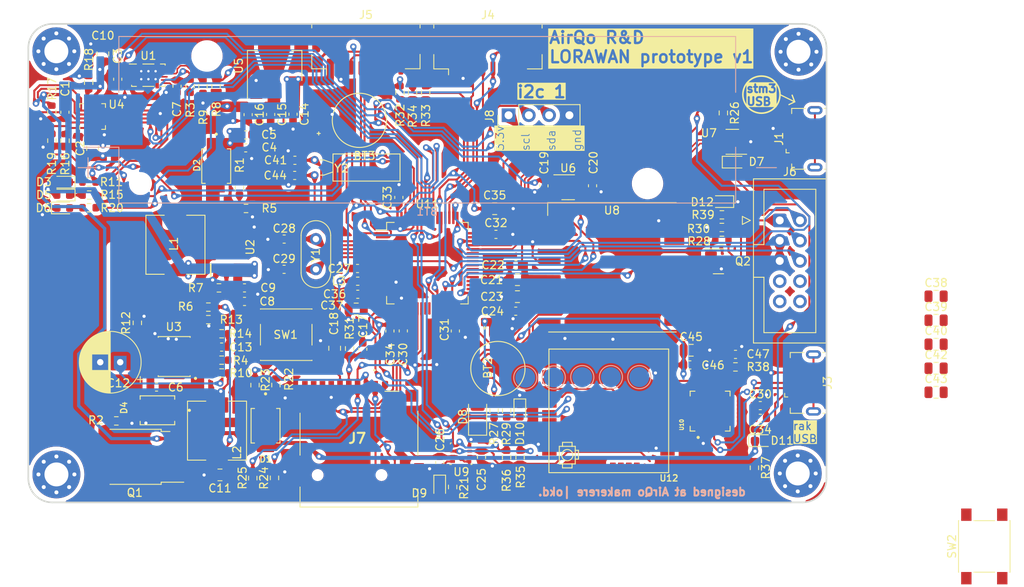
<source format=kicad_pcb>
(kicad_pcb (version 20221018) (generator pcbnew)
  (layers (0 "F.Cu" signal) (31 "B.Cu" signal) (34 "B.Paste" user) (35 "F.Paste" user) (36 "B.SilkS" user "B.Silkscreen") (37 "F.SilkS" user "F.Silkscreen") (38 "B.Mask" user) (39 "F.Mask" user) (44 "Edge.Cuts" user))
  (net 0 "")
  (net 1 "VBAT")
  (net 2 "GND")
  (net 3 "/NRST")
  (net 4 "/LSE_IN")
  (net 5 "Net-(U3-COMP)")
  (net 6 "Net-(C13-Pad2)")
  (net 7 "/LSE_OUT")
  (net 8 "/DCIN-(5:12V)")
  (net 9 "/SW")
  (net 10 "/BST")
  (net 11 "/X")
  (net 12 "+3.3V")
  (net 13 "+3.3VA")
  (net 14 "RAK11720_RST")
  (net 15 "5V_REG")
  (net 16 "VIN")
  (net 17 "GPS_3.3V")
  (net 18 "+1V8")
  (net 19 "+5V")
  (net 20 "GPS_VBCKP")
  (net 21 "VUSB")
  (net 22 "Net-(D3-K)")
  (net 23 "Net-(D5-K)")
  (net 24 "Net-(D6-A)")
  (net 25 "Net-(D7-A)")
  (net 26 "Net-(D8-K)")
  (net 27 "Net-(D9-A)")
  (net 28 "Net-(D11-A)")
  (net 29 "USB_CONN_D-")
  (net 30 "USB_CONN_D+")
  (net 32 "unconnected-(J1-Shield-Pad6)")
  (net 33 "SWDIO_STM32")
  (net 34 "SWDCLK_STM32")
  (net 35 "SWO_STM32")
  (net 36 "Net-(D10-A)")
  (net 37 "/D-_CP2102")
  (net 38 "/D+_CP2102")
  (net 40 "unconnected-(J3-Shield-Pad6)")
  (net 42 "PM_SENSOR1_SET")
  (net 43 "UART4_TX")
  (net 44 "UART4_RX")
  (net 45 "PM_SENSOR_RESET")
  (net 48 "PM_SENSOR2_SET")
  (net 49 "UART5_TX")
  (net 50 "UART5_RX")
  (net 53 "Net-(Q2-B)")
  (net 54 "GPS_RESET")
  (net 55 "/EN")
  (net 56 "/FREQ")
  (net 57 "USB_D+")
  (net 58 "SDA")
  (net 59 "FB")
  (net 60 "SCL")
  (net 61 "TS")
  (net 62 "/TMR")
  (net 63 "/ILIM")
  (net 64 "/ISET")
  (net 65 "Net-(U4-~{CHG})")
  (net 66 "PGOOD")
  (net 67 "GPS_RESET_PIN")
  (net 70 "GPS_IPPS")
  (net 71 "/FB1")
  (net 72 "unconnected-(SW1-A-Pad1)")
  (net 73 "USB_D-")
  (net 74 "VRTC")
  (net 75 "SYSOFF")
  (net 76 "EN1")
  (net 77 "EN2")
  (net 79 "Net-(U1-SRN)")
  (net 80 "NSS")
  (net 81 "MISO")
  (net 82 "MOSI")
  (net 83 "Net-(U2-OC)")
  (net 84 "Net-(U1-BIN)")
  (net 85 "USART3_TX")
  (net 86 "USART3_RX")
  (net 93 "USART1_TX")
  (net 94 "USART1_RX")
  (net 95 "GPS_EN")
  (net 96 "CE")
  (net 97 "BAT_STATUS")
  (net 98 "GPS_TIMER")
  (net 102 "RAK11720_UART1_RX")
  (net 103 "RAK11720_UART1_TX")
  (net 104 "RAK11720_UART0_TX")
  (net 105 "RAK11720_UART0_RX")
  (net 106 "STATUS_LED_2")
  (net 107 "SWDIO_RAK")
  (net 108 "SWDCLK_RAK")
  (net 109 "SWO_RAK")
  (net 110 "STATUS_LED_1")
  (net 111 "/XX")
  (net 115 "SD_DET")
  (net 116 "Net-(D12-A)")
  (net 117 "SCK")
  (net 118 "MOSI_RAK")
  (net 119 "MISO_RAK")
  (net 120 "CLK_RAK")
  (net 121 "NSS_RAK")
  (net 126 "Net-(U11-PD0)")
  (net 127 "Net-(U11-PD1)")
  (net 128 "Net-(U10-NC{slash}VPP)")
  (net 129 "Net-(U10-RST)")
  (footprint "Resistor_SMD:R_0603_1608Metric" (layer "F.Cu") (at 128.555 110.45 180)
    (fp_text reference "R14")
    (fp_text value "100K")
  )
  (footprint "MountingHole:MountingHole_3mm_Pad_Via" (layer "F.Cu") (at 107.86 128.09 180)
    (fp_text reference "H3" hide)
    (fp_text value "MountingHole_Pad" hide)
  )
  (footprint "Capacitor_SMD:C_0603_1608Metric" (layer "F.Cu") (at 136.395 98.58 180)
    (fp_text reference "C28")
    (fp_text value "12pF")
  )
  (footprint "Resistor_SMD:R_0603_1608Metric_Pad0.98x0.95mm_HandSolder" (layer "F.Cu") (at 191.42 82.7625 -90)
    (fp_text reference "R26")
    (fp_text value "1k5")
  )
  (footprint "Resistor_SMD:R_0603_1608Metric" (layer "F.Cu") (at 165.95 125.935 90)
    (fp_text reference "R35")
    (fp_text value "10K")
  )
  (footprint "Package_TO_SOT_SMD:TO-252-2" (layer "F.Cu") (at 117.675 125.885 180)
    (fp_text reference "Q1")
    (fp_text value "PMOS")
  )
  (footprint "Button_Switch_SMD:SW_SPST_PTS645" (layer "F.Cu") (at 224.11 137.12 90)
    (fp_text reference "SW2")
    (fp_text value "SW_SPDT")
  )
  (footprint "Capacitor_SMD:C_0603_1608Metric" (layer "F.Cu") (at 196.045 119.46)
    (fp_text reference "C30")
    (fp_text value "100nF")
  )
  (footprint "Connector_Molex:Molex_CLIK-Mate_502382-0870_1x08-1MP_P1.25mm_Vertical" (layer "F.Cu") (at 161.925 75.18)
    (fp_text reference "J4")
    (fp_text value "~")
  )
  (footprint "Resistor_SMD:R_0603_1608Metric" (layer "F.Cu") (at 135.18 128.525 90)
    (fp_text reference "R24")
    (fp_text value "10K")
  )
  (footprint "Resistor_SMD:R_0603_1608Metric" (layer "F.Cu") (at 150.9 80.225 90)
    (fp_text reference "R32")
    (fp_text value "10K")
  )
  (footprint "Connector_USB:USB_Micro-B_GCT_USB3076-30-A" (layer "F.Cu") (at 201.51 116.615 90)
    (fp_text reference "J3")
    (fp_text value "USB_B_Micro")
  )
  (footprint "Capacitor_SMD:C_0805_2012Metric" (layer "F.Cu") (at 218.07 117.79)
    (fp_text reference "C43")
    (fp_text value "0.1uF")
  )
  (footprint "Capacitor_SMD:C_0805_2012Metric" (layer "F.Cu") (at 165.62 103.67 180)
    (fp_text reference "C21")
    (fp_text value "10uF")
  )
  (footprint "Resistor_SMD:R_0603_1608Metric" (layer "F.Cu") (at 107.29 86.235 -90)
    (fp_text reference "R19")
    (fp_text value "1k")
  )
  (footprint "Capacitor_SMD:C_0603_1608Metric" (layer "F.Cu") (at 145.585 102.27 180)
    (fp_text reference "C27")
    (fp_text value "0.1UF")
  )
  (footprint "Connector_Molex:Molex_CLIK-Mate_502382-0870_1x08-1MP_P1.25mm_Vertical" (layer "F.Cu") (at 146.635 75.16)
    (fp_text reference "J5")
    (fp_text value "~")
  )
  (footprint "Resistor_SMD:R_0603_1608Metric" (layer "F.Cu") (at 130.79 92.195 -90)
    (fp_text reference "R1")
    (fp_text value "73K")
  )
  (footprint "microSdcard:THD252811SDGF" (layer "F.Cu") (at 145.765 124.92)
    (fp_text reference "J7")
    (fp_text value "THD2528-11SD-GF" hide)
  )
  (footprint "Capacitor_SMD:C_0603_1608Metric" (layer "F.Cu") (at 115.54 78.535 90)
    (fp_text reference "C3")
    (fp_text value "0.47uF")
  )
  (footprint "Capacitor_SMD:C_0603_1608Metric" (layer "F.Cu") (at 131.575 87.14)
    (fp_text reference "C4")
    (fp_text value "2.2uF")
  )
  (footprint "Package_TO_SOT_SMD:SOT-223-3_TabPin2" (layer "F.Cu") (at 135.2 76.85 90)
    (fp_text reference "U5")
    (fp_text value "AMS1117-3.3")
  )
  (footprint "Capacitor_SMD:C_0805_2012Metric" (layer "F.Cu") (at 142.72 112.27 90)
    (fp_text reference "C18")
    (fp_text value "4.7uF")
  )
  (footprint "Resistor_SMD:R_0603_1608Metric" (layer "F.Cu") (at 111.9 78.96 90)
    (fp_text reference "R18")
    (fp_text value "1K2")
  )
  (footprint "MountingHole:MountingHole_3mm_Pad_Via" (layer "F.Cu") (at 200.74 127.97)
    (fp_text reference "H1" hide)
    (fp_text value "MountingHole_Pad" hide)
  )
  (footprint "Resistor_SMD:R_0603_1608Metric" (layer "F.Cu") (at 111.965 93.06 180)
    (fp_text reference "R15")
    (fp_text value "1.5K")
  )
  (footprint "Resistor_SMD:R_0603_1608Metric" (layer "F.Cu") (at 154.12 80.235 90)
    (fp_text reference "R33")
    (fp_text value "10K")
  )
  (footprint "Capacitor_SMD:C_0603_1608Metric" (layer "F.Cu") (at 157.84 110.105 -90)
    (fp_text reference "C31")
    (fp_text value "0.1uF")
  )
  (footprint "Resistor_SMD:R_0603_1608Metric" (layer "F.Cu") (at 131.615 94.74)
    (fp_text reference "R5")
    (fp_text value "10K")
  )
  (footprint "SK54B:DIOM4336X265N" (layer "F.Cu") (at 120.515 120.05 180)
    (fp_text reference "D4")
    (fp_text value "D")
  )
  (footprint "Diode_SMD:D_0603_1608Metric_Pad1.05x0.95mm_HandSolder" (layer "F.Cu") (at 196.255 123.85)
    (fp_text reference "D11")
    (fp_text value "D_Schottky_Small_Filled")
  )
  (footprint "Capacitor_SMD:C_0603_1608Metric" (layer "F.Cu") (at 145.615 105.5 180)
    (fp_text reference "C36")
    (fp_text value "1uF")
  )
  (footprint "Capacitor_SMD:C_0603_1608Metric" (layer "F.Cu") (at 128.555 112.12)
    (fp_text reference "C13")
    (fp_text value "150pF")
  )
  (footprint "RAK11720_RAK3172:RAK3172" (layer "F.Cu") (at 184.565 127.87 90)
    (fp_text reference "U12")
    (fp_text value "~")
  )
  (footprint "Resistor_SMD:R_0603_1608Metric" (layer "F.Cu") (at 135.36 116.885 90)
    (fp_text reference "R22")
    (fp_text value "10K")
  )
  (footprint "Capacitor_SMD:C_0603_1608Metric" (layer "F.Cu") (at 131.88 82.975 -90)
    (fp_text reference "C16")
    (fp_text value "22uF")
  )
  (footprint "Capacitor_SMD:C_0603_1608Metric" (layer "F.Cu") (at 137.5 82.925 -90)
    (fp_text reference "C14")
    (fp_text value "0.1uF")
  )
  (footprint "Resistor_SMD:R_0603_1608Metric" (layer "F.Cu") (at 195.31 127.255 -90)
    (fp_text reference "R37")
    (fp_text value "1K")
  )
  (footprint "SK54B:DIOM4336X265N" (layer "F.Cu") (at 127.88 89.425 -90)
    (fp_text reference "D2")
    (fp_text value "D_Schottky")
  )
  (footprint "RF_GPS:Quectel_L80-R" (layer "F.Cu") (at 177.52 102.12)
    (fp_text reference "U8")
    (fp_text value "L80-R")
  )
  (footprint "Capacitor_SMD:C_0603_1608Metric" (layer "F.Cu") (at 162.925 97.99)
    (fp_text reference "C32")
    (fp_text value "0.1uF")
  )
  (footprint "Capacitor_SMD:C_0603_1608Metric" (layer "F.Cu") (at 196.045 121.06)
    (fp_text reference "C34")
    (fp_text value "100nF")
  )
  (footprint "Connector_IDC:IDC-Header_2x05_P2.54mm_Vertical" (layer "F.Cu") (at 198.48 96.24)
    (fp_text reference "J6")
    (fp_text value "Conn_02x05_Odd_Even")
  )
  (footprint "Capacitor_SMD:C_0603_1608Metric" (layer "F.Cu") (at 108.92 82.675 -90)
    (fp_text reference "C1")
    (fp_text value "1uF")
  )
  (footprint "Resistor_SMD:R_0603_1608Metric" (layer "F.Cu") (at 132.74 116.895 90)
    (fp_text reference "R23")
    (fp_text value "10K")
  )
  (footprint "Resistor_SMD:R_0603_1608Metric" (layer "F.Cu") (at 126.22 79.425 -90)
    (fp_text reference "R9")
    (fp_text value "10k")
  )
  (footprint "Button_Switch_SMD:SW_SPST_PTS645" (layer "F.Cu") (at 136.65 110.57 180)
    (fp_text reference "SW1")
    (fp_text value "SW_SPDT")
  )
  (footprint "Resistor_SMD:R_0603_1608Metric" (layer "F.Cu") (at 191.23 97.12)
    (fp_text reference "R30")
    (fp_text value "47K")
  )
  (footprint "Capacitor_SMD:C_0603_1608Metric" (layer "F.Cu") (at 136.385 102.37 180)
    (fp_text reference "C29")
    (fp_text value "12pF")
  )
  (footprint "Connector_USB:USB_Micro-B_GCT_USB3076-30-A" (layer "F.Cu") (at 201.69 86.005 90)
    (fp_text reference "J1")
    (fp_text value "USB_B_Micro")
  )
  (footprint "MP1584EN:SOIC127P600X170-9N" (layer "F.Cu") (at 122.615 113.305 180)
    (fp_text reference "U3")
    (fp_text value "MP1584EN")
  )
  (footprint "LED_SMD:LED_0603_1608Metric" (layer "F.Cu") (at 108.7275 94.68)
    (fp_text reference "D6")
    (fp_text value "LED_YELLOW")
  )
  (footprint "Resistor_SMD:R_0603_1608Metric" (layer "F.Cu") (at 128.225 104.7 180)
    (fp_text reference "R7")
    (fp_text value "26k")
  )
  (footprint "Resistor_SMD:R_0603_1608Metric" (layer "F.Cu") (at 124.6 79.415 90)
    (fp_text reference "R3")
    (fp_text value "0.01k")
  )
  (footprint "Capacitor_SMD:C_0603_1608Metric" (layer "F.Cu") (at 137.737113 88.7 180)
    (fp_text reference "C41")
    (fp_text value "12pF")
  )
  (footprint "Capacitor_SMD:C_0805_2012Metric" (layer "F.Cu") (at 162.77 94.77)
    (fp_text reference "C35")
    (fp_text value "4.7uF")
  )
  (footprint "Package_SON:Texas_S-PDSO-N12" (layer "F.Cu") (at 119.385 78.03)
    (fp_text reference "U1")
    (fp_text value "BQ27441-G1")
  )
  (footprint "Capacitor_SMD:C_0603_1608Metric" (layer "F.Cu") (at 131.425 106.4)
    (fp_text reference "C8")
    (fp_text value "2.2uF")
  )
  (footprint "Resistor_SMD:R_0603_1608Metric" (layer "F.Cu") (at 192.935 114.61 180)
    (fp_text reference "R38")
    (fp_text value "10K")
  )
  (footprint "Capacitor_SMD:C_0603_1608Metric" (layer "F.Cu") (at 131.575 85.52)
    (fp_text reference "C5")
    (fp_text value "2.2uF")
  )
  (footprint "Capacitor_SMD:C_0805_2012Metric" (layer "F.Cu") (at 145.42 107.34 180)
    (fp_text reference "C37")
    (fp_text value "10uF")
  )
  (footprint "MS621FE-FL11E:BAT_MS621FE-FL11E" (layer "F.Cu") (at 163.17 114.81 90)
    (fp_text reference "BT2")
    (fp_text value "MS621FE-FL11E")
  )
  (footprint "Package_TO_SOT_SMD:SOT-23-5" (layer "F.Cu") (at 171.9725 92.08)
    (fp_text reference "U6")
    (fp_text value "AP2112K-3.3")
  )
  (footprint "Capacitor_SMD:C_0805_2012Metric" (layer "F.Cu") (at 218.07 114.78)
    (fp_text reference "C42")
    (fp_text value "1uF")
  )
  (footprint "Resistor_SMD:R_0603_1608Metric" (layer "F.Cu") (at 191.235 95.54 180)
    (fp_text reference "R39")
    (fp_text value "1K")
  )
  (footprint "Capacitor_SMD:C_0805_2012Metric" (layer "F.Cu") (at 112.39 87.21 -90)
    (fp_text reference "C2")
    (fp_text value "10uF")
  )
  (footprint "Capacitor_SMD:C_0603_1608Metric" (layer "F.Cu") (at 146.24 112.385 -90)
    (fp_text reference "C17")
    (fp_text value "0.1uF")
  )
  (footprint "Resistor_SMD:R_0603_1608Metric" (layer "F.Cu") (at 108.94 86.245 -90)
    (fp_text reference "R16")
    (fp_text value "10k")
  )
  (footprint "LED_SMD:LED_0603_1608Metric" (layer "F.Cu") (at 165.92 120.1125 -90)
    (fp_text reference "D10")
    (fp_text value "LED_RED")
  )
  (footprint "MS621FE-FL11E:BAT_MS621FE-FL11E" (layer "F.Cu") (at 145.82 83.69 180)
    (fp_text reference "BT3")
    (fp_text value "MS621FE-FL11E")
  )
  (footprint "Capacitor_SMD:C_0603_1608Metric" (layer "F.Cu") (at 155.89 126.605 -90)
    (fp_text reference "C26")
    (fp_text value "100nF")
  )
  (footprint "Capacitor_SMD:C_0603_1608Metric" (layer "F.Cu") (at 150.76 93.355 90)
    (fp_text reference "C33")
    (fp_text value "0.1uF")
  )
  (footprint "Capacitor_SMD:C_0805_2012Metric" (layer "F.Cu") (at 113.68 75.36 90)
    (fp_text reference "C10")
    (fp_text value "10uF")
  )
  (footprint "Package_TO_SOT_SMD:SOT-23" (layer "F.Cu") (at 190.8025 101.37)
    (fp_text reference "Q2")
    (fp_text value "BC846")
  )
  (footprint "LED_SMD:LED_0603_1608Metric" (layer "F.Cu") (at 191.2275 93.88 180)
    (fp_text reference "D12")
    (fp_text value "STATUS_LED_RED")
  )
  (footprint "Capacitor_SMD:C_0805_2012Metric" (layer "F.Cu") (at 128.35 128.15 180)
    (fp_text reference "C11")
    (fp_text value "22UF")
  )
  (footprint "Resistor_SMD:R_0603_1608Metric" (layer "F.Cu") (at 118 109.085 90)
    (fp_text reference "R12")
    (fp_text value "100K")
  )
  (footprint "Resistor_SMD:R_0603_1608Metric_Pad0.98x0.95mm_HandSolder" (layer "F.Cu") (at 144.59 112.3075 90)
    (fp_text reference "R31")
    (fp_text value "10k")
  )
  (footprint "Capacitor_SMD:C_0603_1608Metric" (layer "F.Cu") (at 120.405 117.13 180)
    (fp_text reference "C6")
    (fp_text value "0.1uF")
  )
  (footprint "Inductor_SMD:L_0603_1608Metric" (layer "F.Cu") (at 145.6075 103.86)
    (fp_text reference "L3")
    (fp_text value "39nH")
  )
  (footprint "Capacitor_SMD:C_0805_2012Metric" (layer "F.Cu") (at 218.07 105.75)
    (fp_text reference "C38")
    (fp_text value "4.7uF")
  )
  (footprint "Capacitor_SMD:C_0603_1608Metric" (layer "F.Cu") (at 134.7 82.955 -90)
    (fp_text reference "C15")
    (fp_text value "0.1uF")
  )
  (footprint "Capacitor_SMD:C_0603_1608Metric" (layer "F.Cu") (at 165.425 101.82 180)
    (fp_text reference "C22")
    (fp_text value "100nF")
  )
  (footprint "Crystal:Crystal_C38-LF_D3.0mm_L8.0mm_Horizontal" (layer "F.Cu") (at 140.21 90.56 90)
    (fp_text reference "Y2")
    (fp_text value "32.712K")
  )
  (footprint "Capacitor_SMD:C_0603_1608Metric" (layer "F.Cu") (at 149.64 110.105 -90)
    (fp_text reference "C34")
    (fp_text value "0.1uF")
  )
  (footprint "Resistor_SMD:R_0603_1608Metric" (layer "F.Cu") (at 111.945 91.42)
    (fp_text reference "R11")
    (fp_text value "1k")
  )
  (footprint "Resistor_SMD:R_0603_1608Metric" (layer "F.Cu") (at 126.895 108.68)
    (fp_text reference "R13")
    (fp_text value "40.2K")
  )
  (footprint "Resistor_SMD:R_0603_1608Metric" (layer "F.Cu") (at 115.365 121.38)
    (fp_text reference "R2")
    (fp_text value "100K")
  )
  (footprint "Capacitor_SMD:C_0603_1608Metric" (layer "F.Cu") (at 168.94 91.905 -90)
    (fp_text reference "C19")
    (fp_text value "1uF")
  )
  (footprint "Package_QFP:LQFP-64_10x10mm_P0.5mm" (layer "F.Cu") (at 154.34 101.6)
    (fp_text reference "U11")
    (fp_text value "STM32F103RCTx")
  )
  (footprint "CP2102-GM:QFN50P500X500X100-29N" (layer "F.Cu") (at 189.76 120.15 90)
    (fp_text reference "U10")
    (fp_text value "CP2102GM")
  )
  (footprint "Resistor_SMD:R_0603_1608Metric" (layer "F.Cu") (at 111.955 94.65 180)
    (fp_text reference "R20")
    (fp_text value "1k")
  )
  (footprint "Capacitor_SMD:C_0805_2012Metric" (layer "F.Cu") (at 218.07 111.77)
    (fp_text reference "C40")
    (fp_text value "4.7uF")
  )
  (footprint "Diode_SMD:D_1206_3216Metric" (layer "F.Cu") (at 160.63 120.89 90)
    (fp_text reference "D8")
    (fp_text value "D_Schottky_Small")
  )
  (footprint "Resistor_SMD:R_0603_1608Metric" (layer "F.Cu") (at 157.5 129.665 -90)
    (fp_text reference "R21")
    (fp_text value "1.8K")
  )
  (footprint "Resistor_SMD:R_0603_1608Metric" (layer "F.Cu") (at 152.48 80.225 90)
    (fp_text reference "R34")
    (fp_text value "10K")
  )
  (footprint "FP6298:SOIC127P599X175-9N" (layer "F.Cu") (at 129.994 99.778 90)
    (fp_text reference "U2")
    (fp_text value "FP6298")
  )
  (footprint "Resistor_SMD:R_0603_1608Metric" (layer "F.Cu") (at 127.86 79.435 90)
    (fp_text reference "R8")
    (fp_text value "10k")
  )
  (footprint "Capacitor_SMD:C_0603_1608Metric" (layer "F.Cu") (at 131.425 104.7)
    (fp_text reference "C9")
    (fp_text value "2.2uF")
  )
  (footprint "Capacitor_SMD:C_0603_1608Metric" (layer "F.Cu") (at 192.94 113.04)
    (fp_text reference "C47")
    (fp_text value "100nF")
  )
  (footprint "Resistor_SMD:R_0603_1608Metric" (layer "F.Cu") (at 128.555 113.76)
    (fp_text reference "R4")
    (fp_text value "100K")
  )
  (footprint "LED_SMD:LED_0603_1608Metric" (layer "F.Cu") (at 155.88 129.6675 -90)
    (fp_text reference "D9")
    (fp_text value "STATUS_LED_RED")
  )
  (footprint "Capacitor_SMD:C_0603_1608Metric" (layer "F.Cu") (at 175.03 91.895 -90)
    (fp_text reference "C20")
    (fp_text value "1uF")
  )
  (footprint "Inductor_SMD:L_7.3x7.3_H4.5" (layer "F.Cu") (at 127.98 122.6 90)
    (fp_text reference "L2")
    (fp_text value "22uH")
  )
  (footprint "Capacitor_SMD:C_0805_2012Metric" (layer "F.Cu") (at 187.39 112.52)
    (fp_text reference "C45")
    (fp_text value "10uF")
  )
  (footprint "Resistor_SMD:R_0603_1608Metric" (layer "F.Cu") (at 107.28 82.675 -90)
    (fp_text reference "R17")
    (fp_text value "46.4k")
  )
  (footprint "LED_SMD:LED_0603_1608Metric" (layer "F.Cu") (at 108.7075 93.06 180)
    (fp_text reference "D5")
    (fp_text value "LED_RED")
  )
  (footprint "MountingHole:MountingHole_3mm_Pad_Via" (layer "F.Cu") (at 107.84901 75.03099)
    (fp_text reference "H2" hide)
    (fp_text value "MountingHole_Pad" hide)
  )
  (footprint "Capacitor_SMD:C_0603_1608Metric" (layer "F.Cu") (at 137.712113 90.6 180)
    (fp_text reference "C44")
    (fp_text value "12pF")
  )
  (footprint "Connector_PinHeader_2.54mm:PinHeader_1x04_P2.54mm_Vertical" (layer "F.Cu") (at 164.51 83.05 90)
    (fp_text reference "J8")
    (fp_text value "Conn_01x04_Pin")
  )
  (footprint "Capacitor_SMD:C_0603_1608Metric" (layer "F.Cu") (at 161.12 125.945 -90)
    (fp_text reference "C25")
    (fp_text value "100nF")
  )
  (footprint "MountingHole:MountingHole_3mm_Pad_Via" (layer "F.Cu") (at 200.83901 75.09099)
    (fp_text reference "H4" hide)
    (fp_text value "MountingHole_Pad" hide)
  )
  (footprint "Resistor_SMD:R_0603_1608Metric" (layer "F.Cu") (at 126.895 107.11 180)
    (fp_text reference "R6")
    (fp_text value "210K")
  )
  (footprint "LED_SMD:LED_0603_1608Metric" (layer "F.Cu") (at 108.7075 91.44 180)
    (fp_text reference "D3")
    (fp_text value "LED_RED")
  )
  (footprint "Crystal:Crystal_HC52-6mm_Vertical" (layer "F.Cu") (at 140.37 98.57 -90)
    (fp_text reference "Y1")
    (fp_text value "16MH")
  )
  (footprint "Resistor_SMD:R_0603_1608Metric" (layer "F.Cu") (at 164.26 125.945 90)
    (fp_text reference "R36")
    (fp_text value "10K")
  )
  (footprint "Resistor_SMD:R_0603_1608Metric" (layer "F.Cu") (at 132.46 128.555 90)
    (fp_text reference "R25")
    (fp_text value "10K")
  )
  (footprint "Resistor_SMD:R_0603_1608Metric" (layer "F.Cu") (at 164.27 120.11 -90)
    (fp_text reference "R29")
    (fp_text value "1K")
  )
  (footprint "Inductor_SMD:L_7.3x7.3_H4.5" (layer "F.Cu") (at 122.77 99.29 90)
    (fp_text reference "L1")
    (fp_text value "4.7UH")
  )
  (footprint "Capacitor_THT:CP_Radial_D7.5mm_P2.50mm" (layer "F.Cu") (at 115.85 114.02 180)
    (fp_text reference "C12")
    (fp_text value "100uF")
  )
  (footprint "Capacitor_SMD:C_0805_2012Metric" (layer "F.Cu") (at 165.62 105.8 180)
    (fp_text reference "C23")
    (fp_text value "4.7uF")
  )
  (footprint "Capacitor_SMD:C_0603_1608Metric" (layer "F.Cu") (at 187.225 114.36)
    (fp_text reference "C46")
    (fp_text value "100nF")
  )
  (footprint "Package_TO_SOT_SMD:SOT-23-6" (layer "F.Cu") (at 192.5425 86.38 180)
    (fp_text reference "U7")
    (fp_text value "USBLC6-2SC6")
  )
  (footprint "Package_DFN_QFN:VQFN-16-1EP_3x3mm_P0.5mm_EP1.6x1.6mm" (layer "F.Cu") (at 112.3925 83.21 90)
    (fp_text reference "U4")
    (fp_text value "BQ24075RGT")
  )
  (footprint "Diode_SMD:D_0603_1608Metric_Pad1.05x0.95mm_HandSolder" (layer "F.Cu") (at 192.945 88.93)
    (fp_text reference "D7")
    (fp_text value "D_Schottky_Small_Filled")
  )
  (footprint "Package_LGA:Bosch_LGA-8_2.5x2.5mm_P0.65mm_ClockwisePinNumbering" (layer "F.Cu") (at 158.565 125.495 90)
    (fp_text reference "U9")
    (fp_text value "BME280")
  )
  (footprint "Capacitor_SMD:C_0805_2012Metric" (layer "F.Cu") (at 218.07 108.76)
    (fp_text reference "C39")
    (fp_text value "0.1uF")
  )
  (footprint "Resistor_SMD:R_0603_1608Metric" (layer "F.Cu") (at 191.235 98.74 180)
    (fp_text reference "R28")
    (fp_text value "4.7K")
  )
  (footprint "SK54B:DIOM4336X265N" (layer "F.Cu") (at 134.06 121.985 -90)
    (fp_text reference "D1")
    (fp_text value "D_Schottky_Small_Filled")
  )
  (footprint "Resistor_SMD:R_0603_1608Metric" (layer "F.Cu") (at 162.69 120.105 90)
    (fp_text reference "R27")
    (fp_text value "1K")
  )
  (footprint "Capacitor_SMD:C_0603_1608Metric" (layer "F.Cu") (at 122.97 79.415 -90)
    (fp_text reference "C7")
    (fp_text value "1.0uF")
  )
  (footprint "Capacitor_SMD:C_0603_1608Metric" (layer "F.Cu") (at 165.405 107.62)
    (fp_text reference "C24")
    (fp_text value "100nF")
  )
  (footprint "Capacitor_SMD:C_0603_1608Metric" (layer "F.Cu") (at 151.32 110.095 -90)
    (fp_text reference "C30")
    (fp_text value "0.1uF")
  )
  (footprint "Resistor_SMD:R_0603_1608Metric" (layer "F.Cu") (at 128.555 115.37)
    (fp_text reference "R10")
    (fp_text value "24.9K")
  )
  (footprint "TestPoint:TestPoint_Pad_D2.5mm" (layer "B.Cu") (at 173.74 115.89 180)
    (fp_text reference "REF**" hide)
    (fp_text value "TestPoint_Pad_D2.5mm" hide)
  )
  (footprint "TestPoint:TestPoint_Pad_D2.5mm" (layer "B.Cu") (at 180.89 115.89 180)
    (fp_text reference "REF**" hide)
    (fp_text value "TestPoint_Pad_D2.5mm" hide)
  )
  (footprint "TestPoint:TestPoint_Pad_D2.5mm" (layer "B.Cu") (at 177.33 115.89 180)
    (fp_text reference "REF**" hide)
    (fp_text value "TestPoint_Pad_D2.5mm" hide)
  )
  (footprint "TestPoint:TestPoint_Pad_D2.5mm" (layer "B.Cu") (at 166.6 115.96 180)
    (fp_text reference "REF**" hide)
    (fp_text value "TestPoint_Pad_D2.5mm" hide)
  )
  (footprint "TestPoint:TestPoint_Pad_D2.5mm" (layer "B.Cu") (at 170.17 115.93 180)
    (fp_text reference "REF**" hide)
    (fp_text value "TestPoint_Pad_D2.5mm" hide)
  )
  (footprint "Battery:BatteryHolder_Keystone_1042_1x18650" (layer "B.Cu") (at 154.32 83.62)
    (fp_text reference "BT1")
    (fp_text value "Battery")
  )
  (gr_line (start 200.35 81.37) (end 200.04 80.54) (stroke (width 0.15)) (layer "F.SilkS"))
  (gr_line (start 198.515545 80.465545) (end 200.35 81.37) (stroke (width 0.15)) (layer "F.SilkS"))
  (gr_circle (center 196.19 80.465545) (end 198.354639 81.315545) (stroke (width 0.2)) (fill none) (layer "F.SilkS"))
  (gr_line (start 200.04 80.54) (end 200.35 81.37) (stroke (width 0.15)) (layer "F.SilkS"))
  (gr_line (start 200.35 81.37) (end 199.63 81.72) (stroke (width 0.15)) (layer "F.SilkS"))
  (gr_arc (start 204.34 128.6) (mid 203.46132 130.72132) (end 201.34 131.6) (stroke (width 0.2)) (layer "Edge.Cuts"))
  (gr_circle (center 154.34 101.6) (end 154.35 101.6) (stroke (width 0.0001)) (fill solid) (layer "Edge.Cuts"))
  (gr_line (start 107.34 71.6) (end 201.34 71.6) (stroke (width 0.2)) (layer "Edge.Cuts"))
  (gr_arc (start 201.34 71.6) (mid 203.46132 72.47868) (end 204.34 74.6) (stroke (width 0.2)) (layer "Edge.Cuts"))
  (gr_arc (start 104.34 74.6) (mid 105.21868 72.47868) (end 107.34 71.6) (stroke (width 0.2)) (layer "Edge.Cuts"))
  (gr_line (start 107.34 131.6) (end 201.34 131.6) (stroke (width 0.2)) (layer "Edge.Cuts"))
  (gr_line (start 104.34 74.6) (end 104.34 128.6) (stroke (width 0.2)) (layer "Edge.Cuts"))
  (gr_arc (start 107.34 131.6) (mid 105.21868 130.72132) (end 104.34 128.6) (stroke (width 0.2)) (layer "Edge.Cuts"))
  (gr_line (start 204.34 74.6) (end 204.34 128.6) (stroke (width 0.2)) (layer "Edge.Cuts"))
  (gr_text "designed at AirQo makerere |okd." (at 194.36 130.87) (layer "B.SilkS") (effects (font (size 1 1) (thickness 0.25) bold) (justify left bottom mirror)))
  (gr_text "AirQo R&D\nLORAWAN prototype v1" (at 169.45 76.6) (layer "F.SilkS" knockout) (effects (font (size 1.5 1.5) (thickness 0.3) bold) (justify left bottom)))
  (gr_text "stm3\nUSB" (at 194.2 81.91) (layer "F.SilkS" knockout) (effects (font (size 1 1) (thickness 0.25) bold) (justify left bottom)))
  (gr_text "3.3v\n\nscl\n\nsda\n\ngnd" (at 173.67 87.57 90) (layer "F.SilkS" knockout) (effects (font (size 1 1) (thickness 0.1)) (justify left bottom)))
  (gr_text "rak\nUSB\n" (at 200.05 124.22) (layer "F.SilkS" knockout) (effects (font (size 1 1)) (justify left bottom)))
  (gr_text "i2c 1\n" (at 165.44 80.99) (layer "F.SilkS" knockout) (effects (font (size 1.5 1.5) (thickness 0.3) bold) (justify left bottom)))
  (segment (start 124.6 78.59) (end 124.6 77.87) (width 0.25) (layer "F.Cu") (net 1))
  (segment (start 124.27 77.54) (end 123.7 77.54) (width 0.25) (layer "F.Cu") (net 1))
  (segment (start 112.31 84.6475) (end 112.5 84.6475) (width 0.25) (layer "F.Cu") (net 1))
  (segment (start 112.6425 86.0075) (end 112.39 86.26) (width 0.25) (layer "F.Cu") (net 1))
  (segment (start 117.41 79.03) (end 116.56 79.03) (width 0.2) (layer "F.Cu") (net 1))
  (segment (start 124.34 77.61) (end 124.27 77.54) (width 0.25) (layer "F.Cu") (net 1))
  (segment (start 116.56 79.03) (end 116.42 79.17) (width 0.2) (layer "F.Cu") (net 1))
  (segment (start 112.1425 84.6475) (end 112.31 84.6475) (width 0.25) (layer "F.Cu") (net 1))
  (segment (start 116.42 80.79) (end 116.43 80.8) (width 0.2) (layer "F.Cu") (net 1))
  (segment (start 112.6425 84.6475) (end 112.6425 86.0075) (width 0.25) (layer "F.Cu") (net 1))
  (segment (start 124.6 78.59) (end 123.02 78.59) (width 0.25) (layer "F.Cu") (net 1))
  (segment (start 122.96 78.63) (end 122.97 78.64) (width 0.2) (layer "F.Cu") (net 1))
  (segment (start 123.02 78.59) (end 122.97 78.64) (width 0.25) (layer "F.Cu") (net 1))
  (segment (start 121.36 78.63) (end 122.96 78.63) (width 0.2) (layer "F.Cu") (net 1))
  (segment (start 116.42 79.17) (end 116.42 80.79) (width 0.2) (layer "F.Cu") (net 1))
  (segment (start 112.5 86.15) (end 112.39 86.26) (width 0.25) (layer "F.Cu") (net 1))
  (segment (start 112.1425 84.6475) (end 112.1425 86.0125) (width 0.25) (layer "F.Cu") (net 1))
  (segment (start 112.5 84.6475) (end 112.5 86.15) (width 0.25) (layer "F.Cu") (net 1))
  (segment (start 112.1425 86.0125) (end 112.39 86.26) (width 0.25) (layer "F.Cu") (net 1))
  (segment (start 112.31 86.18) (end 112.39 86.26) (width 0.25) (layer "F.Cu") (net 1))
  (segment (start 112.31 84.6475) (end 112.31 86.18) (width 0.25) (layer "F.Cu") (net 1))
  (segment (start 124.6 77.87) (end 124.34 77.61) (width 0.25) (layer "F.Cu") (net 1))
  (segment (start 112.5 84.6475) (end 112.6425 84.6475) (width 0.25) (layer "F.Cu") (net 1))
  (via (at 123.7 77.54) (size 0.8) (drill 0.4) (layers "F.Cu" "B.Cu") (net 1))
  (via (at 113.86 85.5) (size 0.8) (drill 0.4) (layers "F.Cu" "B.Cu") (net 1))
  (via (at 113.69 86.82) (size 0.8) (drill 0.4) (layers "F.Cu" "B.Cu") (net 1))
  (via (at 116.43 80.8) (size 0.8) (drill 0.4) (layers "F.Cu" "B.Cu") (net 1))
  (segment (start 123.7 77.54) (end 122.65 78.59) (width 0.25) (layer "B.Cu") (net 1))
  (segment (start 120.89 79.74) (end 117.01 83.62) (width 0.25) (layer "B.Cu") (net 1))
  (segment (start 121.56 78.59) (end 120.89 79.26) (width 0.25) (layer "B.Cu") (net 1))
  (segment (start 122.65 78.59) (end 121.56 78.59) (width 0.25) (layer "B.Cu") (net 1))
  (segment (start 117.01 83.62) (end 114.99 83.62) (width 0.25) (layer "B.Cu") (net 1))
  (segment (start 120.89 79.26) (end 120.89 79.74) (width 0.25) (layer "B.Cu") (net 1))
  (segment (start 129.38 116.14) (end 129.33 116.19) (width 0.25) (layer "F.Cu") (net 2))
  (segment (start 164.63 108.13) (end 165.07 108.57) (width 0.25) (layer "F.Cu") (net 2))
  (segment (start 192.015 93.88) (end 193.22 93.88) (width 0.25) (layer "F.Cu") (net 2))
  (segment (start 197.38 115.35) (end 197.415 115.315) (width 0.25) (layer "F.Cu") (net 2))
  (segment (start 183.01 124.81) (end 183 124.8) (width 0.25) (layer "F.Cu") (net 2))
  (segment (start 188.34 112.52) (end 189.69 112.52) (width 0.25) (layer "F.Cu") (net 2))
  (segment (start 143.51 77.11) (end 143.51 78.55) (width 0.25) (layer "F.Cu") (net 2))
  (segment (start 122.97 80.19) (end 121.61 80.19) (width 0.2) (layer "F.Cu") (net 2))
  (segment (start 136.962113 87.572113) (end 136.9 87.51) (width 0.25) (layer "F.Cu") (net 2))
  (segment (start 126.22 80.25) (end 126.22 81.52) (width 0.2) (layer "F.Cu") (net 2))
  (segment (start 165.92 118.18) (end 165.9 118.16) (width 0.25) (layer "F.Cu") (net 2))
  (segment (start 113.78 82.51) (end 113.0925 82.51) (width 0.2) (layer "F.Cu") (net 2))
  (segment (start 160.34 125.82) (end 161.12 126.6) (width 0.25) (layer "F.Cu") (net 2))
  (segment (start 157.04 108.665685) (end 157.04 110.08) (width 0.25) (layer "F.Cu") (net 2))
  (segment (start 183.33 96.27) (end 183.32 96.28) (width 0.25) (layer "F.Cu") (net 2))
  (segment (start 136.55 118.47) (end 136.52 118.5) (width 0.25) (layer "F.Cu") (net 2))
  (segment (start 127.89 102.49) (end 127.89 103.25) (width 0.5) (layer "F.Cu") (net 2))
  (segment (start 129.33 116.755305) (end 128.456659 117.628646) (width 0.25) (layer "F.Cu") (net 2))
  (segment (start 176.08 92.67) (end 176.1 92.65) (width 0.25) (layer "F.Cu") (net 2))
  (segment (start 106.2 87.06) (end 106.19 87.05) (width 0.25) (layer "F.Cu") (net 2))
  (segment (start 161.257183 98.35) (end 161.857183 98.95) (width 0.25) (layer "F.Cu") (net 2))
  (segment (start 132.35 85.52) (end 132.35 84.22) (width 0.25) (layer "F.Cu") (net 2))
  (segment (start 169.77 101.35) (end 168.12 101.35) (width 0.25) (layer "F.Cu") (net 2))
  (segment (start 106.62 94.72) (end 106.1 95.24) (width 0.25) (layer "F.Cu") (net 2))
  (segment (start 156.8 126.47) (end 155.89 127.38) (width 0.25) (layer "F.Cu") (net 2))
  (segment (start 164.08 98.95) (end 165.04 97.99) (width 0.25) (layer "F.Cu") (net 2))
  (segment (start 177.575 112.705) (end 177.575 111.145) (width 0.25) (layer "F.Cu") (net 2))
  (segment (start 184.42 115.37) (end 182.91 115.37) (width 0.25) (layer "F.Cu") (net 2))
  (segment (start 162.165402 126.72) (end 162.477701 127.032299) (width 0.25) (layer "F.Cu") (net 2))
  (segment (start 144.81 102.27) (end 144.0855 102.27) (width 0.25) (layer "F.Cu") (net 2))
  (segment (start 153.29 127.77) (end 154.22 127.77) (width 0.25) (layer "F.Cu") (net 2))
  (segment (start 127.73 110.45) (end 127.73 109.33) (width 0.25) (layer "F.Cu") (net 2))
  (segment (start 158.8 77.13) (end 158.8 78.42) (width 0.25) (layer "F.Cu") (net 2))
  (segment (start 168.94 92.68) (end 167.79 92.68) (width 0.25) (layer "F.Cu") (net 2))
  (segment (start 152.59 97.08) (end 152.3 97.37) (width 0.25) (layer "F.Cu") (net 2))
  (segment (start 132.636 97.066) (end 132.64 97.07) (width 0.25) (layer "F.Cu") (net 2))
  (segment (start 142.29 117.17) (end 142.29 118.43) (width 0.25) (layer "F.Cu") (net 2))
  (segment (start 155.45 114.37) (end 155.51 114.31) (width 0.25) (layer "F.Cu") (net 2))
  (segment (start 113.65 88.16) (end 113.66 88.15) (width 0.25) (layer "F.Cu") (net 2))
  (segment (start 189.69 112.52) (end 189.71 112.5) (width 0.25) (layer "F.Cu") (net 2))
  (segment (start 131.7 97.066) (end 132.636 97.066) (width 0.25) (layer "F.Cu") (net 2))
  (segment (start 134.45 102.37) (end 134.41 102.41) (width 0.25) (layer "F.Cu") (net 2))
  (segment (start 164.95 109.81) (end 164.96 109.8) (width 0.25) (layer "F.Cu") (net 2))
  (segment (start 171.565 111.045) (end 171.57 111.04) (width 0.25) (layer "F.Cu") (net 2))
  (segment (start 132.35 87.14) (end 132.35 88.45) (width 0.25) (layer "F.Cu") (net 2))
  (segment (start 137.5 83.7) (end 137.5 84.78) (width 0.25) (layer "F.Cu") (net 2))
  (segment (start 157.59 108.115685) (end 157.04 108.665685) (width 0.25) (layer "F.Cu") (net 2))
  (segment (start 136.962113 88.7) (end 136.962113 87.572113) (width 0.25) (layer "F.Cu") (net 2))
  (segment (start 150.76 91.77) (end 150.78 91.75) (width 0.25) (layer "F.Cu") (net 2))
  (segment (start 126.37 128.15) (end 126.36 128.16) (width 0.25) (layer "F.Cu") (net 2))
  (segment (start 164.65 101.82) (end 164.65 103.65) (width 0.25) (layer "F.Cu") (net 2))
  (segment (start 163.56 103.67) (end 163.55 103.68) (width 0.25) (layer "F.Cu") (net 2))
  (segment (start 159.59 123.92) (end 159.8 123.71) (width 0.25) (layer "F.Cu") (net 2))
  (segment (start 184.42 125.37) (end 184.42 124.81) (width 0.25) (layer "F.Cu") (net 2))
  (segment (start 150.05 103.56) (end 150.41 103.92) (width 0.25) (layer "F.Cu") (net 2))
  (segment (start 168.12 101.35) (end 167.71 100.94) (width 0.25) (layer "F.Cu") (net 2))
  (segment (start 188 114.36) (end 189.33 114.36) (width 0.25) (layer "F.Cu") (net 2))
  (segment (start 165.08 94.77) (end 165.09 94.76) (width 0.25) (layer "F.Cu") (net 2))
  (segment (start 113.83 82.46) (end 113.78 82.51) (width 0.2) (layer "F.Cu") (net 2))
  (segment (start 134.38 98.58) (end 134.35 98.61) (width 0.25) (layer "F.Cu") (net 2))
  (segment (start 193.715 112.055) (end 193.72 112.05) (width 0.25) (layer "F.Cu") (net 2))
  (segment (start 149.64 110.88) (end 149.64 111.94) (width 0.25) (layer "F.Cu") (net 2))
  (segment (start 177.575 111.145) (end 177.58 111.14) (width 0.25) (layer "F.Cu") (net 2))
  (segment (start 193.715 113.04) (end 193.715 112.055) (width 0.25) (layer "F.Cu") (net 2))
  (segment (start 175.03 92.67) (end 176.08 92.67) (width 0.25) (layer "F.Cu") (net 2))
  (segment (start 132.44 95.78) (end 132.42 95.8) (width 0.25) (layer "F.Cu") (net 2))
  (segment (start 134.7 84.72) (end 134.71 84.73) (width 0.25) (layer "F.Cu") (net 2))
  (segment (start 132.2 105.49) (end 133.08 105.49) (width 0.25) (layer "F.Cu") (net 2))
  (segment (start 127.73 109.33) (end 127.73 108.69) (width 0.25) (layer "F.Cu") (net 2))
  (segment (start 144.84 106.97) (end 144.47 107.34) (width 0.25) (layer "F.Cu") (net 2))
  (segment (start 107.28 83.5) (end 105.89 83.5) (width 0.25) (layer "F.Cu") (net 2))
  (segment (start 121.87 112.56) (end 121.87 111.08) (width 0.25) (layer "F.Cu") (net 2))
  (segment (start 151.09 95.925) (end 151.09 97.13) (width 0.25) (layer "F.Cu") (net 2))
  (segment (start 164.65 103.65) (end 164.67 103.67) (width 0.25) (layer "F.Cu") (net 2))
  (segment (start 128.456659 117.628646) (end 128.456659 117.676558) (width 0.25) (layer "F.Cu") (net 2))
  (segment (start 148.665 103.35) (end 149.84 103.35) (width 0.25) (layer "F.Cu") (net 2))
  (segment (start 163.72 94.77) (end 165.08 94.77) (width 0.25) (layer "F.Cu") (net 2))
  (segment (start 167.79 92.68) (end 167.78 92.69) (width 0.25) (layer "F.Cu") (net 2))
  (segment (start 196.82 119.46) (end 196.82 118.11) (width 0.25) (layer "F.Cu") (net 2))
  (segment (start 127.73 108.69) (end 127.72 108.68) (width 0.25) (layer "F.Cu") (net 2))
  (segment (start 107.3 87.07) (end 107.29 87.06) (width 0.25) (layer "F.Cu") (net 2))
  (segment (start 150.76 92.58) (end 150.76 91.77) (width 0.25) (layer "F.Cu") (net 2))
  (segment (start 149.84 103.35) (end 150.05 103.56) (width 0.25) (layer "F.Cu") (net 2))
  (segment (start 152.59 95.925) (end 152.59 97.08) (width 0.25) (layer "F.Cu") (net 2))
  (segment (start 127.4 103.74) (end 127.43 103.71) (width 0.5) (layer "F.Cu") (net 2))
  (segment (start 163.63 105.8) (end 163.62 105.81) (width 0.25) (layer "F.Cu") (net 2))
  (segment (start 189.26 120.65) (end 189.26 122.52) (width 0.25) (layer "F.Cu") (net 2))
  (segment (start 112.39 88.16) (end 113.65 88.16) (width 0.25) (layer "F.Cu") (net 2))
  (segment (start 113.0925 82.51) (end 112.3925 83.21) (width 0.2) (layer "F.Cu") (net 2))
  (segment (start 151.09 107.275) (end 151.09 105.9845) (width 0.25) (layer "F.Cu") (net 2))
  (segment (start 144.47 107.34) (end 144.47 108.64) (width 0.25) (layer "F.Cu") (net 2))
  (segment (start 129.33 116.19) (end 129.33 116.755305) (width 0.25) (layer "F.Cu") (net 2))
  (segment (start 161.857183 98.95) (end 164.08 98.95) (width 0.25) (layer "F.Cu") (net 2))
  (segment (start 108.94 87.07) (end 107.3 87.07) (width 0.25) (layer "F.Cu") (net 2))
  (segment (start 151.01 97.37) (end 150.93 97.29) (width 0.25) (layer "F.Cu") (net 2))
  (segment (start 161.12 126.72) (end 162.165402 126.72) (width 0.25) (layer "F.Cu") (net 2))
  (segment (start 135.61 102.37) (end 134.45 102.37) (width 0.25) (layer "F.Cu") (net 2))
  (segment (start 111.9 78.135) (end 110.735 78.135) (width 0.25) (layer "F.Cu") (net 2))
  (segment (start 115.61 77.83) (end 115.54 77.76) (width 0.1) (layer "F.Cu") (net 2))
  (segment (start 122.615 111.405) (end 122.88 111.14) (width 0.25) (layer "F.Cu") (net 2))
  (segment (start 132.9 78.71) (end 132.88 78.69) (width 0.25) (layer "F.Cu") (net 2))
  (segment (start 127.4 104.7) (end 127.4 103.74) (width 0.5) (layer "F.Cu") (net 2))
  (segment (start 159.07 110.88) (end 159.09 110.9) (width 0.25) (layer "F.Cu") (net 2))
  (segment (start 118.185 77.83) (end 118.485 77.53) (width 0.2) (layer "F.Cu") (net 2))
  (segment (start 159.59 124.52) (end 159.59 123.92) (width 0.25) (layer "F.Cu") (net 2))
  (segment (start 152.78 114.37) (end 155.45 114.37) (width 0.25) (layer "F.Cu") (net 2))
  (segment (start 169.62 124.37) (end 168.3 124.37) (width 0.25) (layer "F.Cu") (net 2))
  (segment (start 197.65 84.7) (end 197.655 84.705) (width 0.25) (layer "F.Cu") (net 2))
  (segment (start 127.1 109.33) (end 126.95 109.48) (width 0.25) (layer "F.Cu") (net 2))
  (segment (start 140.82 82.94) (end 142.41 82.94) (width 0.25) (layer "F.Cu") (net 2))
  (segment (start 118 108.26) (end 118.84 108.26) (width 0.25) (layer "F.Cu") (net 2))
  (segment (start 106.66 94.68) (end 106.62 94.72) (width 0.25) (layer "F.Cu") (net 2))
  (segment (start 161.12 126.6) (end 161.12 126.72) (width 0.25) (layer "F.Cu") (net 2))
  (segment (start 189.865 102.32) (end 191.17 102.32) (width 0.25) (layer "F.Cu") (net 2))
  (segment (start 190.405 97.12) (end 189.36 97.12) (width 0.25) (layer "F.Cu") (net 2))
  (segment (start 110.735 78.135) (end 110.73 78.14) (width 0.25) (layer "F.Cu") (net 2))
  (segment (start 107.29 87.06) (end 106.2 87.06) (width 0.25) (layer "F.Cu") (net 2))
  (segment (start 169.54 92.08) (end 168.94 92.68) (width 0.25) (layer "F.Cu") (net 2))
  (segment (start 197.415 115.315) (end 200.06 115.315) (width 0.25) (layer "F.Cu") (net 2))
  (segment (start 150.41 103.92) (end 150.41 103.98) (width 0.25) (layer "F.Cu") (net 2))
  (segment (start 137.79 127.77) (end 136.47 127.77) (width 0.25) (layer "F.Cu") (net 2))
  (segment (start 132.35 88.45) (end 132.32 88.48) (width 0.25) (layer "F.Cu") (net 2))
  (segment (start 164.67 103.67) (end 163.56 103.67) (width 0.25) (layer "F.Cu") (net 2))
  (segment (start 198.48 98.78) (end 198.48 101.32) (width 0.25) (layer "F.Cu") (net 2))
  (segment (start 143.5745 101.39) (end 143.39 101.5745) (width 0.25) (layer "F.Cu") (net 2))
  (segment (start 135.62 98.58) (end 134.38 98.58) (width 0.25) (layer "F.Cu") (net 2))
  (segment (start 129.38 115.37) (end 129.38 116.14) (width 0.25) (layer "F.Cu") (net 2))
  (segment (start 134.7 83.73) (end 134.7 84.72) (width 0.25) (layer "F.Cu") (net 2))
  (segment (start 120.14 110.49) (end 120.2 110.43) (width 0.25) (layer "F.Cu") (net 2))
  (segment (start 149.65 110.87) (end 149.64 110.88) (width 0.25) (layer "F.Cu") (net 2))
  (segment (start 185.27 96.27) (end 183.33 96.27) (width 0.25) (layer "F.Cu") (net 2))
  (segment (start 122.615 113.305) (end 121.87 112.56) (width 0.25) (layer "F.Cu") (net 2))
  (segment (start 113.68 74.41) (end 112.46 74.41) (width 0.25) (layer "F.Cu") (net 2))
  (segment (start 127.89 103.25) (end 127.43 103.71) (width 0.5) (layer "F.Cu") (net 2))
  (segment (start 146.24 111.61) (end 146.24 110.43) (width 0.25) (layer "F.Cu") (net 2))
  (segment (start 194.84 86.38) (end 194.85 86.37) (width 0.25) (layer "F.Cu") (net 2))
  (segment (start 152.3 97.37) (end 151.01 97.37) (width 0.25) (layer "F.Cu") (net 2))
  (segment (start 107.94 94.68) (end 106.66 94.68) (width 0.25) (layer "F.Cu") (net 2))
  (segment (start 193.22 93.88) (end 193.24 93.9) (width 0.25) (layer "F.Cu") (net 2))
  (segment (start 136.937113 91.757113) (end 136.94 91.76) (width 0.25) (layer "F.Cu") (net 2))
  (segment (start 157.04 110.08) (end 157.84 110.88) (width 0.25) (layer "F.Cu") (net 2))
  (segment (start 189.26 122.52) (end 189.26 123.84) (width 0.25) (layer "F.Cu") (net 2))
  (segment (start 157.54 126.47) (end 156.8 126.47) (width 0.25) (layer "F.Cu") (net 2))
  (segment (start 132.2 104.7) (end 132.2 105.49) (width 0.25) (layer "F.Cu") (net 2))
  (segment (start 122.615 113.305) (end 122.615 111.405) (width 0.25) (layer "F.Cu") (net 2))
  (segment (start 196.82 119.46) (end 196.82 121.06) (width 0.25) (layer "F.Cu") (net 2))
  (segment (start 117.41 77.83) (end 115.61 77.83) (width 0.2) (layer "F.Cu") (net 2))
  (segment (start 112.46 74.41) (end 112.16 74.11) (width 0.25) (layer "F.Cu") (net 2))
  (segment (start 117.41 77.83) (end 118.185 77.83) (width 0.2) (layer "F.Cu") (net 2))
  (segment (start 163.7 97.99) (end 165.04 97.99) (width 0.25) (layer "F.Cu") (net 2))
  (segment (start 106.1 95.24) (end 106.1 95.52) (width 0.25) (layer "F.Cu") (net 2))
  (segment (start 120.14 111.4) (end 120.14 110.49) (width 0.25) (layer "F.Cu") (net 2))
  (segment (start 144.84 105.5) (end 144.84 106.97) (width 0.25) (layer "F.Cu") (net 2))
  (segment (start 132.35 84.22) (end 131.88 83.75) (width 0.25) (layer "F.Cu") (net 2))
  (segment (start 189.26 123.84) (end 188.9 124.2) (width 0.25) (layer "F.Cu") (net 2))
  (segment (start 193.68 86.38) (end 194.84 86.38) (width 0.25) (layer "F.Cu") (net 2))
  (segment (start 184.42 124.81) (end 184.42 124.37) (width 0.25) (layer "F.Cu") (net 2))
  (segment (start 158.8 78.42) (end 158.81 78.43) (width 0.25) (layer "F.Cu") (net 2))
  (segment (start 132.9 80) (end 132.9 78.71) (width 0.25) (layer "F.Cu") (net 2))
  (segment (start 164.63 107.62) (end 164.63 108.13) (width 0.25) (layer "F.Cu") (net 2))
  (segment (start 164.67 105.8) (end 163.63 105.8) (width 0.25) (layer "F.Cu") (net 2))
  (segment (start 120.49 82.46) (end 120.87 82.84) (width 0.25) (layer "F.Cu") (net 2))
  (segment (start 189.33 114.36) (end 189.35 114.38) (width 0.25) (layer "F.Cu") (net 2))
  (segment (start 113.83 82.46) (end 120.49 82.46) (width 0.25) (layer "F.Cu") (net 2))
  (segment (start 197.655 84.705) (end 200.24 84.705) (width 0.25) (layer "F.Cu") (net 2))
  (segment (start 159.59 125.82) (end 160.34 125.82) (width 0.25) (layer "F.Cu") (net 2))
  (segment (start 151.32 110.87) (end 149.65 110.87) (width 0.25) (layer "F.Cu") (net 2))
  (segment (start 144.0855 102.27) (end 143.39 101.5745) (width 0.25) (layer "F.Cu") (net 2))
  (segment (start 184.42 124.81) (end 183.01 124.81) (width 0.25) (layer "F.Cu") (net 2))
  (segment (start 137.79 118.47) (end 136.55 118.47) (width 0.25) (layer "F.Cu") (net 2))
  (segment (start 107.33 83.45) (end 107.28 83.5) (width 0.25) (layer "F.Cu") (net 2))
  (segment (start 151.09 97.13) (end 150.93 97.29) (width 0.25) (layer "F.Cu") (net 2))
  (segment (start 127.73 109.33) (end 127.1 109.33) (width 0.25) (layer "F.Cu") (net 2))
  (segment (start 157.59 107.275) (end 157.59 108.115685) (width 0.25) (layer "F.Cu") (net 2))
  (segment (start 168.3 124.37) (end 168.24 124.31) (width 0.25) (layer "F.Cu") (net 2))
  (segment (start 127.4 128.15) (end 126.37 128.15) (width 0.25) (layer "F.Cu") (net 2))
  (segment (start 167.524815 100.754815) (end 167.524815 98.916816) (width 0.25) (layer "F.Cu") (net 2))
  (segment (start 171.565 112.705) (end 171.565 111.045) (width 0.25) (layer "F.Cu") (net 2))
  (segment (start 163.92 109.81) (end 164.95 109.81) (width 0.25) (layer "F.Cu") (net 2))
  (segment (start 132.2 105.49) (end 132.2 106.4) (width 0.25) (layer "F.Cu") (net 2))
  (segment (start 160.015 98.35) (end 161.257183 98.35) (width 0.25) (layer "F.Cu") (net 2))
  (segment (start 131.88 83.75) (end 129.98 83.75) (width 0.25) (layer "F.Cu") (net 2))
  (segment (start 108.92 83.45) (end 107.33 83.45) (width 0.25) (layer "F.Cu") (net 2))
  (segment (start 144.47 108.64) (end 144.44 108.67) (width 0.25) (layer "F.Cu") (net 2))
  (segment (start 155.89 127.38) (end 154.61 127.38) (width 0.25) (layer "F.Cu") (net 2))
  (segment (start 136.937113 90.6) (end 136.937113 91.757113) (width 0.25) (layer "F.Cu") (net 2))
  (segment (start 154.22 127.77) (end 154.61 127.38) (width 0.25) (layer "F.Cu") (net 2))
  (segment (start 149.64 111.94) (end 149.62 111.96) (width 0.25) (layer "F.Cu") (net 2))
  (segment (start 170.835 92.08) (end 169.54 92.08) (width 0.25) (layer "F.Cu") (net 2))
  (segment (start 132.44 94.74) (end 132.44 95.78) (width 0.25) (layer "F.Cu") (net 2))
  (segment (start 157.84 110.88) (end 159.07 110.88) (width 0.25) (layer "F.Cu") (net 2))
  (segment (start 165.05 103.29) (end 164.67 103.67) (width 0.25) (layer "F.Cu") (net 2))
  (segment (start 142.72 111.32) (end 140.95 111.32) (width 0.25) (layer "F.Cu") (net 2))
  (segment (start 165.92 119.325) (end 165.92 118.18) (width 0.25) (layer "F.Cu") (net 2))
  (segment (start 167.71 100.94) (end 167.524815 100.754815) (width 0.25) (layer "F.Cu") (net 2))
  (segment (start 137.5 84.78) (end 137.51 84.79) (width 0.25) (layer "F.Cu") (net 2))
  (segment (start 189.36 97.12) (end 189.34 97.1) (width 0.25) (layer "F.Cu") (net 2))
  (segment (start 189.76 120.15) (end 189.26 120.65) (width 0.25) (layer "F.Cu") (net 2))
  (segment (start 140.94 111.33) (end 140.95 111.32) (width 0.25) (layer "F.Cu") (net 2))
  (via (at 194.85 86.37) (size 0.8) (drill 0.4) (layers "F.Cu" "B.Cu") (net 2))
  (via (at 129.98 83.75) (size 0.8) (drill 0.4) (layers "F.Cu" "B.Cu") (net 2))
  (via (at 121.61 80.19) (size 0.8) (drill 0.4) (layers "F.Cu" "B.Cu") (net 2))
  (via (at 122.88 111.14) (size 0.8) (drill 0.4) (layers "F.Cu" "B.Cu") (net 2))
  (via (at 132.64 97.07) (size 0.8) (drill 0.4) (layers "F.Cu" "B.Cu") (net 2))
  (via (at 183 124.8) (size 0.8) (drill 0.4) (layers "F.Cu" "B.Cu") (net 2))
  (via (at 189.35 114.38) (size 0.8) (drill 0.4) (layers "F.Cu" "B.Cu") (net 2))
  (via (at 164.96 109.8) (size 0.8) (drill 0.4) (layers "F.Cu" "B.Cu") (net 2))
  (via (at 110.73 78.14) (size 0.8) (drill 0.4) (layers "F.Cu" "B.Cu") (net 2))
  (via (at 189.34 97.1) (size 0.8) (drill 0.4) (layers "F.Cu" "B.Cu") (net 2))
  (via (at 126.95 109.48) (size 0.8) (drill 0.4) (layers "F.Cu" "B.Cu") (net 2))
  (via (at 167.524815 98.916816) (size 0.8) (drill 0.4) (layers "F.Cu" "B.Cu") (net 2))
  (via (at 193.72 112.05) (size 0.8) (drill 0.4) (layers "F.Cu" "B.Cu") (net 2))
  (via (at 150.78 91.75) (size 0.8) (drill 0.4) (layers "F.Cu" "B.Cu") (net 2))
  (via (at 196.82 118.11) (size 0.8) (drill 0.4) (layers "F.Cu" "B.Cu") (net 2))
  (via (at 158.81 78.43) (size 0.8) (drill 0.4) (layers "F.Cu" "B.Cu") (net 2))
  (via (at 136.47 127.77) (size 0.8) (drill 0.4) (layers "F.Cu" "B.Cu") (net 2))
  (via (at 176.1 92.65) (size 0.8) (drill 0.4) (layers "F.Cu" "B.Cu") (net 2))
  (via (at 136.94 91.76) (size 0.8) (drill 0.4) (layers "F.Cu" "B.Cu") (net 2))
  (via (at 191.17 102.32) (size 0.8) (drill 0.4) (layers "F.Cu" "B.Cu") (net 2))
  (via (at 197.38 115.35) (size 0.8) (drill 0.4) (layers "F.Cu" "B.Cu") (net 2))
  (via (at 189.71 112.5) (size 0.8) (drill 0.4) (layers "F.Cu" "B.Cu") (net 2))
  (via (at 188.9 124.2) (size 0.8) (drill 0.4) (layers "F.Cu" "B.Cu") (net 2))
  (via (at 105.89 83.5) (size 0.8) (drill 0.4) (layers "F.Cu" "B.Cu") (net 2))
  (via (at 106.1 95.52) (size 0.8) (drill 0.4) (layers "F.Cu" "B.Cu") (net 2))
  (via (at 193.24 93.9) (size 0.8) (drill 0.4) (layers "F.Cu" "B.Cu") (net 2))
  (via (at 163.55 103.68) (size 0.8) (drill 0.4) (layers "F.Cu" "B.Cu") (net 2))
  (via (at 143.51 78.55) (size 0.8) (drill 0.4) (layers "F.Cu" "B.Cu") (net 2))
  (via (at 137.51 84.79) (size 0.8) (drill 0.4) (layers "F.Cu" "B.Cu") (net 2))
  (via (at 150.93 97.29) (size 0.8) (drill 0.4) (layers "F.Cu" "B.Cu") (net 2))
  (via (at 113.66 88.15) (size 0.8) (drill 0.4) (layers "F.Cu" "B.Cu") (net 2))
  (via (at 182.91 115.37) (size 0.8) (drill 0.4) (layers "F.Cu" "B.Cu") (net 2))
  (via (at 126.22 81.52) (size 0.8) (drill 0.4) (layers "F.Cu" "B.Cu") (net 2))
  (via (at 167.78 92.69) (size 0.8) (drill 0.4) (layers "F.Cu" "B.Cu") (net 2))
  (via (at 142.41 82.94) (size 0.8) (drill 0.4) (layers "F.Cu" "B.Cu") (net 2))
  (via (at 134.35 98.61) (size 0.8) (drill 0.4) (layers "F.Cu" "B.Cu") (net 2))
  (via (at 155.51 114.31) (size 0.8) (drill 0.4) (layers "F.Cu" "B.Cu") (net 2))
  (via (at 163.62 105.81) (size 0.8) (drill 0.4) (layers "F.Cu" "B.Cu") (net 2))
  (via (at 142.29 118.43) (size 0.8) (drill 0.4) (layers "F.Cu" "B.Cu") (net 2))
  (via (at 149.62 111.96) (size 0.8) (drill 0.4) (layers "F.Cu" "B.Cu") (net 2))
  (via (at 168.24 124.31) (size 0.8) (drill 0.4) (layers "F.Cu" "B.Cu") (net 2))
  (via (at 171.57 111.04) (size 0.8) (drill 0.4) (layers "F.Cu" "B.Cu") (net 2))
  (via (at 132.88 78.69) (size 0.8) (drill 0.4) (layers "F.Cu" "B.Cu") (net 2))
  (via (at 128.456659 117.676558) (size 0.8) (drill 0.4) (layers "F.Cu" "B.Cu") (net 2))
  (via (at 177.58 111.14) (size 0.8) (drill 0.4) (layers "F.Cu" "B.Cu") (net 2))
  (via (at 119.07 121.65) (size 0.8) (drill 0.4) (layers "F.Cu" "B.Cu") (net 2))
  (via (at 132.32 88.48) (size 0.8) (drill 0.4) (layers "F.Cu" "B.Cu") (net 2))
  (via (at 146.24 110.43) (size 0.8) (drill 0.4) (layers "F.Cu" "B.Cu") (net 2))
  (via (at 127.43 103.71) (size 0.8) (drill 0.4) (layers "F.Cu" "B.Cu") (net 2))
  (via (at 136.52 118.5) (size 0.8) (drill 0.4) (layers "F.Cu" "B.Cu") (net 2))
  (via (at 151.09 105.9845) (size 0.8) (drill 0.4) (layers "F.Cu" "B.Cu") (net 2))
  (via (at 136.9 87.51) (size 0.8) (drill 0.4) (layers "F.Cu" "B.Cu") (net 2))
  (via (at 132.42 95.8) (size 0.8) (drill 0.4) (layers "F.Cu" "B.Cu") (net 2))
  (via (at 134.41 102.41) (size 0.8) (drill 0.4) (layers "F.Cu" "B.Cu") (net 2))
  (via (at 159.09 110.9) (size 0.8) (drill 0.4) (layers "F.Cu" "B.Cu") (net 2))
  (via (at 126.36 128.16) (size 0.8) (drill 0.4) (layers "F.Cu" "B.Cu") (net 2))
  (via (at 140.95 111.32) (size 0.8) (drill 0.4) (layers "F.Cu" "B.Cu") (net 2))
  (via (at 197.655 84.705) (size 0.8) (drill 0.4) (layers "F.Cu" "B.Cu") (net 2))
  (via (at 165.04 97.99) (size 0.8) (drill 0.4) (layers "F.Cu" "B.Cu") (net 2))
  (via (at 112.16 74.11) (size 0.8) (drill 0.4) (layers "F.Cu" "B.Cu") (net 2))
  (via (at 133.08 105.49) (size 0.8) (drill 0.4) (layers "F.Cu" "B.Cu") (net 2))
  (via (at 120.87 82.84) (size 0.8) (drill 0.4) (layers "F.Cu" "B.Cu") (net 2))
  (via (at 106.19 87.05) (size 0.8) (drill 0.4) (layers "F.Cu" "B.Cu") (net 2))
  (via (at 159.8 123.71) (size 0.8) (drill 0.4) (layers "F.Cu" "B.Cu") (net 2))
  (via (at 165.09 94.76) (size 0.8) (drill 0.4) (layers "F.Cu" "B.Cu") (net 2))
  (via (at 120.2 110.43) (size 0.8) (drill 0.4) (layers "F.Cu" "B.Cu") (net 2))
  (via (at 121.87 111.08) (size 0.8) (drill 0.4) (layers "F.Cu" "B.Cu") (net 2))
  (via (at 154.61 127.38) (size 0.8) (drill 0.4) (layers "F.Cu" "B.Cu") (net 2))
  (via (at 165.07 108.57) (size 0.8) (drill 0.4) (layers "F.Cu" "B.Cu") (net 2))
  (via (at 150.41 103.98) (size 0.8) (drill 0.4) (layers "F.Cu" "B.Cu") (net 2))
  (via (at 152.78 114.37) (size 0.8) (drill 0.4) (layers "F.Cu" "B.Cu") (net 2))
  (via (at 144.44 108.67) (size 0.8) (drill 0.4) (layers "F.Cu" "B.Cu") (net 2))
  (via (at 143.39 101.5745) (size 0.8) (drill 0.4) (layers "F.Cu" "B.Cu") (net 2))
  (via (at 162.477701 127.032299) (size 0.8) (drill 0.4) (layers "F.Cu" "B.Cu") (net 2))
  (via (at 117.32 121.68) (size 0.8) (drill 0.4) (layers "F.Cu" "B.Cu") (net 2))
  (via (at 165.9 118.16) (size 0.8) (drill 0.4) (layers "F.Cu" "B.Cu") (net 2))
  (via (at 118.84 108.26) (size 0.8) (drill 0.4) (layers "F.Cu" "B.Cu") (net 2))
  (via (at 183.32 96.28) (size 0.8) (drill 0.4) (layers "F.Cu" "B.Cu") (net 2))
  (via (at 134.71 84.73) (size 0.8) (drill 0.4) (layers "F.Cu" "B.Cu") (net 2))
  (segment (start 140.63 109.77) (end 140.63 108.32) (width 0.25) (layer "F.Cu") (net 3))
  (segment (start 132.67 108.32) (end 140.63 108.32) (width 0.25) (layer "F.Cu") (net 3))
  (segment (start 144.59 111.395) (end 144.59 110.79) (width 0.25) (layer "F.Cu") (net 3))
  (segment (start 140.63 106.51) (end 140.63 108.32) (width 0.25) (layer "F.Cu") (net 3))
  (segment (start 148.665 100.85) (end 146.57 100.85) (width 0.25) (layer "F.Cu") (net 3))
  (segment (start 144.59 110.79) (end 144.26 110.46) (width 0.25) (layer "F.Cu") (net 3))
  (segment (start 146.37 100.85) (end 146.57 100.85) (width 0.25) (layer "F.Cu") (net 3))
  (segment (start 144.26 110.46) (end 141.32 110.46) (width 0.25) (layer "F.Cu") (net 3))
  (segment (start 146.36 100.86) (end 146.37 100.85) (width 0.25) (layer "F.Cu") (net 3))
  (segment (start 146.36 102.27) (end 146.36 100.86) (width 0.25) (layer "F.Cu") (net 3))
  (segment (start 141.74 105.4) (end 140.63 106.51) (width 0.25) (layer "F.Cu") (net 3))
  (segment (start 141.74 105.4) (end 141.74 101.636396) (width 0.25) (layer "F.Cu") (net 3))
  (segment (start 141.74 101.636396) (end 142.526396 100.85) (width 0.25) (layer "F.Cu") (net 3))
  (segment (start 142.526396 100.85) (end 146.37 100.85) (width 0.25) (layer "F.Cu") (net 3))
  (segment (start 141.32 110.46) (end 140.63 109.77) (width 0.25) (layer "F.Cu") (net 3))
  (segment (start 140.21 88.66) (end 141.035 89.485) (width 0.25) (layer "F.Cu") (net 4))
  (segment (start 148.665 98.85) (end 143.166396 98.85) (width 0.25) (layer "F.Cu") (net 4))
  (segment (start 138.512113 88.7) (end 140.17 88.7) (width 0.25) (layer "F.Cu") (net 4))
  (segment (start 141.035 96.718604) (end 143.166396 98.85) (width 0.25) (layer "F.Cu") (net 4))
  (segment (start 140.17 88.7) (end 140.21 88.66) (width 0.25) (layer "F.Cu") (net 4))
  (segment (start 141.035 89.485) (end 141.035 96.718604) (width 0.25) (layer "F.Cu") (net 4))
  (segment (start 126.35 112.67) (end 126.9 112.12) (width 0.25) (layer "F.Cu") (net 5))
  (segment (start 126.9 112.12) (end 127.78 112.12) (width 0.25) (layer "F.Cu") (net 5))
  (segment (start 125.09 112.67) (end 126.35 112.67) (width 0.25) (layer "F.Cu") (net 5))
  (segment (start 129.33 112.12) (end 129.33 110.5) (width 0.25) (layer "F.Cu") (net 6))
  (segment (start 129.33 110.5) (end 129.38 110.45) (width 0.25) (layer "F.Cu") (net 6))
  (segment (start 143.03 99.35) (end 148.665 99.35) (width 0.25) (layer "F.Cu") (net 7))
  (segment (start 140.17 90.6) (end 140.21 90.56) (width 0.25) (layer "F.Cu") (net 7))
  (segment (start 138.487113 90.6) (end 140.17 90.6) (width 0.25) (layer "F.Cu") (net 7))
  (segment (start 140.21 90.56) (end 140.21 96.53) (width 0.25) (layer "F.Cu") (net 7))
  (segment (start 140.21 96.53) (end 143.03 99.35) (width 0.25) (layer "F.Cu") (net 7))
  (segment (start 129.38 113.76) (end 128.89 113.76) (width 0.25) (layer "F.Cu") (net 8))
  (segment (start 128.89 113.76) (end 128.74 113.91) (width 0.25) (layer "F.Cu") (net 8))
  (segment (start 128.655 113.995) (end 128.655 116.405) (width 0.25) (layer "F.Cu") (net 8))
  (segment (start 128.74 113.91) (end 128.655 113.995) (width 0.25) (layer "F.Cu") (net 8))
  (segment (start 128.655 116.405) (end 128.38 116.68) (width 0.25) (layer "F.Cu") (net 8))
  (via (at 128.38 116.68) (size 0.8) (drill 0.4) (layers "F.Cu" "B.Cu") (net 8))
  (segment (start 115.85 115.4) (end 115.85 114.02) (width 0.25) (layer "B.Cu") (net 8))
  (segment (start 117.11 116.68) (end 115.84 115.41) (width 0.25) (layer "B.Cu") (net 8))
  (segment (start 115.84 115.41) (end 115.85 115.4) (width 0.25) (layer "B.Cu") (net 8))
  (segment (start 128.38 116.68) (end 117.11 116.68) (width 0.25) (layer "B.Cu") (net 8))
  (segment (start 129.6 123.76) (end 129.6 124.18) (width 0.25) (layer "F.Cu") (net 11))
  (segment (start 127.72 107.11) (end 129 107.11) (width 0.25) (layer "F.Cu") (net 11))
  (segment (start 129.6 124.18) (end 127.98 125.8) (width 0.25) (layer "F.Cu") (net 11))
  (segment (start 129 107.11) (end 129.01 107.1) (width 0.25) (layer "F.Cu") (net 11))
  (via (at 129.01 107.1) (size 0.8) (drill 0.4) (layers "F.Cu" "B.Cu") (net 11))
  (via (at 129.6 123.76) (size 0.8) (drill 0.4) (layers "F.Cu" "B.Cu") (net 11))
  (segment (start 129.6 107.69) (end 129.6 123.76) (width 0.25) (layer "B.Cu") (net 11))
  (segment (start 129.01 107.1) (end 129.6 107.69) (width 0.25) (layer "B.Cu") (net 11))
  (segment (start 134.56 115.71) (end 134.56 115.642538) (width 0.25) (layer "F.Cu") (net 12))
  (segment (start 144.91 93.85) (end 145.43 94.37) (width 0.25) (layer "F.Cu") (net 12))
  (segment (start 192.94 112.562183) (end 191.587817 111.21) (width 0.25) (layer "F.Cu") (net 12))
  (segment (start 152.48 81.05) (end 150.9 81.05) (width 0.25) (layer "F.Cu") (net 12))
  (segment (start 161.82 94.77) (end 162.15 95.1) (width 0.25) (layer "F.Cu") (net 12))
  (segment (start 135.35 117.72) (end 135.36 117.71) (width 0.25) (layer "F.Cu") (net 12))
  (segment (start 162.65 126.18) (end 162.65 125.55) (width 0.25) (layer "F.Cu") (net 12))
  (segment (start 160.95 110.44) (end 162.29 111.78) (width 0.25) (layer "F.Cu") (net 12))
  (segment (start 152.49 81.06) (end 152.48 81.05) (width 0.25) (layer "F.Cu") (net 12))
  (segment (start 144.49 117.17) (end 144.49 114.99) (width 0.25) (layer "F.Cu") (net 12))
  (segment (start 189.03 81.85) (end 188.28 82.6) (width 0.25) (layer "F.Cu") (net 12))
  (segment (start 158.04 125.82) (end 157.54 125.82) (width 0.25) (layer "F.Cu") (net 12))
  (segment (start 186.63 111.21) (end 186.43 111.41) (width 0.25) (layer "F.Cu") (net 12))
  (segment (start 147.84 127.56) (end 146.05 129.35) (width 0.25) (layer "F.Cu") (net 12))
  (segment (start 186.44 114.37) (end 186.45 114.36) (width 0.25) (layer "F.Cu") (net 12))
  (segment (start 162.01 97.85) (end 162.15 97.99) (width 0.25) (layer "F.Cu") (net 12))
  (segment (start 151.31 109.33) (end 151.32 109.32) (width 0.25) (layer "F.Cu") (net 12))
  (segment (start 164.51 83.05) (end 164.51 83.33) (width 0.25) (layer "F.Cu") (net 12))
  (segment (start 186.42 115.48) (end 186.42 114.39) (width 0.25) (layer "F.Cu") (net 12))
  (segment (start 144.91 86.393604) (end 144.91 93.85) (width 0.25) (layer "F.Cu") (net 12))
  (segment (start 137.209695 85.515) (end 137.810305 85.515) (width 0.25) (layer "F.Cu") (net 12))
  (segment (start 135.36 117.1) (end 135.11 116.85) (width 0.25) (layer "F.Cu") (net 12))
  (segment (start 159.59 126.47) (end 159.59 127.5) (width 0.25) (layer "F.Cu") (net 12))
  (segment (start 162.65 125.55) (end 162.27 125.17) (width 0.25) (layer "F.Cu") (net 12))
  (segment (start 159.59 126.47) (end 158.97 126.47) (width 0.25) (layer "F.Cu") (net 12))
  (segment (start 134.56 115.642538) (end 135.572538 114.63) (width 0.25) (layer "F.Cu") (net 12))
  (segment (start 146.24 113.16) (end 144.65 113.16) (width 0.25) (layer "F.Cu") (net 12))
  (segment (start 158.09 109.08) (end 157.84 109.33) (width 0.25) (layer "F.Cu") (net 12))
  (segment (start 132.74 117.72) (end 135.35 117.72) (width 0.25) (layer "F.Cu") (net 12))
  (segment (start 164.26 126.77) (end 163.24 126.77) (width 0.25) (layer "F.Cu") (net 12))
  (segment (start 191.42 81.85) (end 189.03 81.85) (width 0.25) (layer "F.Cu") (net 12))
  (segment (start 186.45 114.36) (end 186.45 112.53) (width 0.25) (layer "F.Cu") (net 12))
  (segment (start 154.12 81.06) (end 152.49 81.06) (width 0.25) (layer "F.Cu") (net 12))
  (segment (start 164.51 83.33) (end 167.05 85.87) (width 0.25) (layer "F.Cu") (net 12))
  (segment (start 186.43 111.41) (end 186.44 111.42) (width 0.25) (layer "F.Cu") (net 12))
  (segment (start 143.36 103.84) (end 144.8 103.84) (width 0.25) (layer "F.Cu") (net 12))
  (segment (start 144.54 114.94) (end 144.54 113.27) (width 0.25) (layer "F.Cu") (net 12))
  (segment (start 188.11 83.46) (end 188.11 84.49) (width 0.25) (layer "F.Cu") (net 12))
  (segment (start 171.86 125.27) (end 181.05 125.27) (width 0.25) (layer "F.Cu") (net 12))
  (segment (start 195.27 121.06) (end 195.27 119.46) (width 0.25) (layer "F.Cu") (net 12))
  (segment (start 150.59 95.925) (end 150.59 94.3) (width 0.25) (layer "F.Cu") (net 12))
  (segment (start 144.59 113.22) (end 142.72 113.22) (width 0.25) (layer "F.Cu") (net 12))
  (segment (start 165.95 126.76) (end 170.37 126.76) (width 0.25) (layer "F.Cu") (net 12))
  (segment (start 161.81 94.76) (end 161.82 94.77) (width 0.25) (layer "F.Cu") (net 12))
  (segment (start 165.95 128.13) (end 165.95 126.76) (width 0.25) (layer "F.Cu") (net 12))
  (segment (start 134.56 116.042538) (end 134.56 115.71) (width 0.25) (layer "F.Cu") (net 12))
  (segment (start 146.28 113.2) (end 146.24 113.16) (width 0.25) (layer "F.Cu") (net 12))
  (segment (start 164.15 127.76) (end 164.26 127.65) (width 0.25) (layer "F.Cu") (net 12))
  (segment (start 162.29 111.78) (end 165.029904 111.78) (width 0.25) (layer "F.Cu") (net 12))
  (segment (start 194.19 96.24) (end 193.63 96.8) (width 0.25) (layer "F.Cu") (net 12))
  (segment (start 162.15 95.1) (end 162.15 97.99) (width 0.25) (layer "F.Cu") (net 12))
  (segment (start 149.06 95.13) (end 149.855 95.925) (width 0.25) (layer "F.Cu") (net 12))
  (segment (start 144.54 113.27) (end 144.59 113.22) (width 0.25) (layer "F.Cu") (net 12))
  (segment (start 160.22 94.76) (end 161.81 94.76) (width 0.25) (layer "F.Cu") (net 12))
  (segment (start 150.59 94.3) (end 150.76 94.13) (width 0.25) (layer "F.Cu") (net 12))
  (segment (start 158.915 81.89) (end 158.915 88.995) (width 0.25) (layer "F.Cu") (net 12))
  (segment (start 157.5 128.84) (end 165.24 128.84) (width 0.25) (layer "F.Cu") (net 12))
  (segment (start 119.68 94.65) (end 120.2 94.13) (width 0.25) (layer "F.Cu") (net 12))
  (segment (start 165.95 126.76) (end 164.27 126.76) (width 0.25) (layer "F.Cu") (net 12))
  (segment (start 157.84 109.33) (end 159.84 109.33) (width 0.25) (layer "F.Cu") (net 12))
  (segment (start 135.572538 114.63) (end 142.26 114.63) (width 0.25) (layer "F.Cu") (net 12))
  (segment (start 162.27 125.17) (end 161.12 125.17) (width 0.25) (layer "F.Cu") (net 12))
  (segment (start 195.55 109.28) (end 195.55 113.82) (width 0.25) (layer "F.Cu") (net 12))
  (segment (start 135.11 116.85) (end 134.932538 116.85) (width 0.25) (layer "F.Cu") (net 12))
  (segment (start 112.78 94.65) (end 119.68 94.65) (width 0.25) (layer "F.Cu") (net 12))
  (segment (start 165.24 128.84) (end 165.95 128.13) (width 0.25) (layer "F.Cu") (net 12))
  (segment (start 158.915 88.995) (end 157.6 90.31) (width 0.25) (layer "F.Cu") (net 12))
  (segment (start 163.87 89.05) (end 163.87 90.48) (width 0.25) (layer "F.Cu") (net 12))
  (segment (start 159.59 125.17) (end 161.12 125.17) (width 0.25) (layer "F.Cu") (net 12))
  (segment (start 134.7 82.18) (end 135.91 82.18) (width 0.25) (layer "F.Cu") (net 12))
  (segment (start 188.28 82.6) (end 188.11 82.77) (width 0.25) (layer "F.Cu") (net 12))
  (segment (start 152.82 125.81) (end 150.985 123.975) (width 0.25) (layer "F.Cu") (net 12))
  (segment (start 186.45 112.53) (end 186.44 112.52) (width 0.25) (layer "F.Cu") (net 12))
  (segment (start 191.587817 111.21) (end 186.63 111.21) (width 0.25) (layer "F.Cu") (net 12))
  (segment (start 134.932538 116.85) (end 134.56 116.477462) (width 0.25) (layer "F.Cu") (net 12))
  (segment (start 161.82 92.53) (end 161.82 94.77) (width 0.25) (layer "F.Cu") (net 12))
  (segment (start 158.5 126.28) (end 158.04 125.82) (width 0.25) (layer "F.Cu") (net 12))
  (segment (start 160.015 97.85) (end 162.01 97.85) (width 0.25) (layer "F.Cu") (net 12))
  (segment (start 164.27 126.76) (end 164.26 126.77) (width 0.25) (layer "F.Cu") (net 12))
  (segment (start 195.55 113.82) (end 194.76 114.61) (width 0.25) (layer "F.Cu") (net 12))
  (segment (start 158.32 81.06) (end 158.915 81.655) (width 0.25) (layer "F.Cu") (net 12))
  (segment (start 193.63 96.8) (end 193.63 107.36) (width 0.25) (layer "F.Cu") (net 12))
  (segment (start 198.48 96.24) (end 194.19 96.24) (width 0.25) (layer "F.Cu") (net 12))
  (segment (start 142.256396 83.74) (end 144.91 86.393604) (width 0.25) (layer "F.Cu") (net 12))
  (segment (start 150.985 123.975) (end 149.089695 123.975) (width 0.25) (layer "F.Cu") (net 12))
  (segment (start 184.42 114.37) (end 186.44 114.37) (width 0.25) (layer "F.Cu") (net 12))
  (segment (start 155.87 125.81) (end 152.82 125.81) (width 0.25) (layer "F.Cu") (net 12))
  (segment (start 135.18 129.35) (end 132.49 129.35) (width 0.25) (layer "F.Cu") (net 12))
  (segment (start 158.97 126.47) (end 158.78 126.28) (width 0.25) (layer "F.Cu") (net 12))
  (segment (start 158.78 126.28) (end 158.5 126.28) (width 0.25) (layer "F.Cu") (net 12))
  (segment (start 137.810305 85.515) (end 139.585305 83.74) (width 0.25) (layer "F.Cu") (net 12))
  (segment (start 135.36 117.71) (end 135.36 117.1) (width 0.25) (layer "F.Cu") (net 12))
  (segment (start 142.72 114.17) (end 142.72 113.22) (width 0.25) (layer "F.Cu") (net 12))
  (segment (start 142.26 114.63) (end 142.72 114.17) (width 0.25) (layer "F.Cu") (net 12))
  (segment (start 167.05 85.87) (end 163.87 89.05) (width 0.25) (layer "F.Cu") (net 12))
  (segment (start 190.76 122.52) (end 191.26 122.52) (width 0.25) (layer "F.Cu") (net 12))
  (segment (start 186.73 85.87) (end 176.45 85.87) (width 0.25) (layer "F.Cu") (net 12))
  (segment (start 155.89 125.83) (end 155.87 125.81) (width 0.25) (layer "F.Cu") (net 12))
  (segment (start 146.05 129.35) (end 135.18 129.35) (width 0.25) (layer "F.Cu") (net 12))
  (segment (start 165.029904 111.78) (end 166.099952 110.709952) (width 0.25) (layer "F.Cu") (net 12))
  (segment (start 132.49 129.35) (end 132.46 129.38) (width 0.25) (layer "F.Cu") (net 12))
  (segment (start 157.54 125.82) (end 155.9 125.82) (width 0.25) (layer "F.Cu") (net 12))
  (segment (start 134.56 116.477462) (end 134.56 116.042538) (width 0.25) (layer "F.Cu") (net 12))
  (segment (start 158.09 107.275) (end 158.09 109.08) (width 0.25) (layer "F.Cu") (net 12))
  (segment (start 159.85 127.76) (end 164.15 127.76) (width 0.25) (layer "F.Cu") (net 12))
  (segment (start 151.59 109.05) (end 151.32 109.32) (width 0.25) (layer "F.Cu") (net 12))
  (segment (start 194.76 114.61) (end 193.76 114.61) (width 0.25) (layer "F.Cu") (net 12))
  (segment (start 149.089695 123.975) (end 147.84 125.224695) (width 0.25) (layer "F.Cu") (net 12))
  (segment (start 170.37 126.76) (end 171.86 125.27) (width 0.25) (layer "F.Cu") (net 12))
  (segment (start 154.12 81.06) (end 158.32 81.06) (width 0.25) (layer "F.Cu") (net 12))
  (segment (start 136.31 84.615305) (end 137.209695 85.515) (width 0.25) (layer "F.Cu") (net 12))
  (segment (start 188.11 82.77) (end 188.11 83.46) (width 0.25) (layer "F.Cu") (net 12))
  (segment (start 193.63 107.36) (end 195.55 109.28) (width 0.25) (layer "F.Cu") (net 12))
  (segment (start 176.45 85.87) (end 167.05 85.87) (width 0.25) (layer "F.Cu") (net 12))
  (segment (start 149.64 109.33) (end 151.31 109.33) (width 0.25) (layer "F.Cu") (net 12))
  (segment (start 155.9 125.82) (end 155.89 125.83) (width 0.25) (layer "F.Cu") (net 12))
  (segment (start 159.84 109.33) (end 160.95 110.44) (width 0.25) (layer "F.Cu") (net 12))
  (segment (start 149.855 95.925) (end 150.59 95.925) (width 0.25) (layer "F.Cu") (net 12))
  (segment (start 186.42 114.39) (end 186.45 114.36) (width 0.25) (layer "F.Cu") (net 12))
  (segment (start 163.24 126.77) (end 162.65 126.18) (width 0.25) (layer "F.Cu") (net 12))
  (segment (start 148.24 109.38) (end 148.29 109.33) (width 0.25) (layer "F.Cu") (net 12))
  (segment (start 136.31 82.58) (end 136.31 84.615305) (width 0.25) (layer "F.Cu") (net 12))
  (segment (start 188.11 84.49) (end 186.73 85.87) (width 0.25) (layer "F.Cu") (net 12))
  (segment (start 181.05 125.27) (end 182.215 126.435) (width 0.25) (layer "F.Cu") (net 12))
  (segment (start 192.94 113.79) (end 192.94 112.562183) (width 0.25) (layer "F.Cu") (net 12))
  (segment (start 149.64 109.33) (end 148.29 109.33) (width 0.25) (layer "F.Cu") (net 12))
  (segment (start 164.26 127.65) (end 164.26 126.77) (width 0.25) (layer "F.Cu") (net 12))
  (segment (start 147.84 125.224695) (end 147.84 127.56) (width 0.25) (layer "F.Cu") (net 12))
  (segment (start 158.915 81.655) (end 158.915 81.89) (width 0.25) (layer "F.Cu") (net 12))
  (segment (start 135.91 82.18) (end 136.31 82.58) (width 0.25) (layer "F.Cu") (net 12))
  (segment (start 186.44 111.42) (end 186.44 112.52) (width 0.25) (layer "F.Cu") (net 12))
  (segment (start 148.43 95.13) (end 149.06 95.13) (width 0.25) (layer "F.Cu") (net 12))
  (segment (start 151.59 107.275) (end 151.59 109.05) (width 0.25) (layer "F.Cu") (net 12))
  (segment (start 144.49 114.99) (end 144.54 114.94) (width 0.25) (layer "F.Cu") (net 12))
  (segment (start 139.585305 83.74) (end 142.256396 83.74) (width 0.25) (layer "F.Cu") (net 12))
  (segment (start 144.8 103.84) (end 144.82 103.86) (width 0.25) (layer "F.Cu") (net 12))
  (segment (start 163.87 90.48) (end 161.82 92.53) (width 0.25) (layer "F.Cu") (net 12))
  (segment (start 159.59 127.5) (end 159.85 127.76) (width 0.25) (layer "F.Cu") (net 12))
  (segment (start 193.76 114.61) (end 192.94 113.79) (width 0.25) (layer "F.Cu") (net 12))
  (via (at 160.22 94.76) (size 0.8) (drill 0.4) (layers "F.Cu" "B.Cu") (net 12))
  (via (at 186.42 115.48) (size 0.8) (drill 0.4) (layers "F.Cu" "B.Cu") (net 12))
  (via (at 148.29 109.33) (size 0.8) (drill 0.4) (layers "F.Cu" "B.Cu") (net 12))
  (via (at 120.2 94.13) (size 0.8) (drill 0.4) (layers "F.Cu" "B.Cu") (net 12))
  (via (at 188.11 83.46) (size 0.8) (drill 0.4) (layers "F.Cu" "B.Cu") (net 12))
  (via (at 145.43 94.37) (size 0.8) (drill 0.4) (layers "F.Cu" "B.Cu") (net 12))
  (via (at 148.43 95.13) (size 0.8) (drill 0.4) (layers "F.Cu" "B.Cu") (net 12))
  (via (at 157.6 90.31) (size 0.8) (drill 0.4) (layers "F.Cu" "B.Cu") (net 12))
  (via (at 143.36 103.84) (size 0.8) (drill 0.4) (layers "F.Cu" "B.Cu") (net 12))
  (via (at 144.54 114.94) (size 0.8) (drill 0.4) (layers "F.Cu" "B.Cu") (net 12))
  (via (at 129.25 81.93) (size 0.8) (drill 0.4) (layers "F.Cu" "B.Cu") (net 12))
  (via (at 166.099952 110.709952) (size 0.8) (drill 0.4) (layers "F.Cu" "B.Cu") (net 12))
  (segment (start 186.42 116.08) (end 186.42 115.48) (width 0.25) (layer "B.Cu") (net 12))
  (segment (start 202.195 96.726701) (end 201.506701 97.415) (width 0.25) (layer "B.Cu") (net 12))
  (segment (start 186.42 111.72) (end 186.42 115.48) (width 0.25) (layer "B.Cu") (net 12))
  (segment (start 127.21 82.6) (end 127.21 87.12) (width 0.25) (layer "B.Cu") (net 12))
  (segment (start 157.232792 90.31) (end 157.6 90.31) (width 0.25) (layer "B.Cu") (net 12))
  (segment (start 183.26 108.56) (end 186.42 111.72) (width 0.25) (layer "B.Cu") (net 12))
  (segment (start 148.29 109.33) (end 148.29 110.28) (width 0.25) (layer "B.Cu") (net 12))
  (segment (start 127.21 87.12) (end 124.33 90) (width 0.25) (layer "B.Cu") (net 12))
  (segment (start 191.21 91.89) (end 198.331701 91.89) (width 0.25) (layer "B.Cu") (net 12))
  (segment (start 143.29 103.91) (end 143.36 103.84) (width 0.25) (layer "B.Cu") (net 12))
  (segment (start 148.43 95.13) (end 150.95 95.13) (width 0.25) (layer "B.Cu") (net 12))
  (segment (start 168.249904 108.56) (end 183.26 108.56) (width 0.25) (layer "B.Cu") (net 12))
  (segment (start 188.11 88.79) (end 191.21 91.89) (width 0.25) (layer "B.Cu") (net 12))
  (segment (start 144.7 107.94) (end 143.29 106.53) (width 0.25) (layer "B.Cu") (net 12))
  (segment (start 147.67 94.37) (end 148.43 95.13) (width 0.25) (layer "B.Cu") (net 12))
  (segment (start 144.39 95.41) (end 145.43 94.37) (width 0.25) (layer "B.Cu") (net 12))
  (segment (start 198.331701 91.89) (end 202.195 95.753299) (width 0.25) (layer "B.Cu") (net 12))
  (segment (start 148.29 109.33) (end 146.9 107.94) (width 0.25) (layer "B.Cu") (net 12))
  (segment (start 144.39 102.81) (end 144.39 95.41) (width 0.25) (layer "B.Cu") (net 12))
  (segment (start 157.6 90.31) (end 157.885 90.595) (width 0.25) (layer "B.Cu") (net 12))
  (segment (start 201.506701 97.415) (end 200.291396 97.415) (width 0.25) (layer "B.Cu") (net 12))
  (segment (start 150.95 95.13) (end 153.31 92.77) (width 0.25) (layer "B.Cu") (net 12))
  (segment (start 202.195 95.753299) (end 202.195 96.726701) (width 0.25) (layer "B.Cu") (net 12))
  (segment (start 157.885 90.595) (end 158.445 90.595) (width 0.25) (layer "B.Cu") (net 12))
  (segment (start 129.25 81.93) (end 127.88 81.93) (width 0.25) (layer "B.Cu") (net 12))
  (segment (start 186.44 116.1) (end 186.42 116.08) (width 0.25) (layer "B.Cu") (net 12))
  (segment (start 143.29 106.53) (end 143.29 103.91) (width 0.25) (layer "B.Cu") (net 12))
  (segment (start 121.89 90) (end 120.2 91.69) (width 0.25) (layer "B.Cu") (net 12))
  (segment (start 200.291396 97.415) (end 199.116396 96.24) (width 0.25) (layer "B.Cu") (net 12))
  (segment (start 199.116396 96.24) (end 198.48 96.24) (width 0.25) (layer "B.Cu") (net 12))
  (segment (start 124.33 90) (end 121.89 90) (width 0.25) (layer "B.Cu") (net 12))
  (segment (start 146.65 111.25) (end 144.54 113.36) (width 0.25) (layer "B.Cu") (net 12))
  (segment (start 188.11 83.46) (end 188.11 88.79) (width 0.25) (layer "B.Cu") (net 12))
  (segment (start 166.099952 110.709952) (end 168.249904 108.56) (width 0.25) (layer "B.Cu") (net 12))
  (segment (start 147.32 111.25) (end 146.65 111.25) (width 0.25) (layer "B.Cu") (net 12))
  (segment (start 148.29 110.28) (end 147.32 111.25) (width 0.25) (layer "B.Cu") (net 12))
  (segment (start 153.31 92.77) (end 154.772792 92.77) (width 0.25) (layer "B.Cu") (net 12))
  (segment (start 160.22 92.37) (end 160.22 94.76) (width 0.25) (layer "B.Cu") (net 12))
  (segment (start 147.67 94.37) (end 145.43 94.37) (width 0.25) (layer "B.Cu") (net 12))
  (segment (start 146.9 107.94) (end 144.7 107.94) (width 0.25) (layer "B.Cu") (net 12))
  (segment (start 127.88 81.93) (end 127.21 82.6) (width 0.25) (layer "B.Cu") (net 12))
  (segment (start 154.772792 92.77) (end 157.232792 90.31) (width 0.25) (layer "B.Cu") (net 12))
  (segment (start 143.36 103.84) (end 144.39 102.81) (width 0.25) (layer "B.Cu") (net 12))
  (segment (start 120.2 91.69) (end 120.2 94.13) (width 0.25) (layer "B.Cu") (net 12))
  (segment (start 158.445 90.595) (end 160.22 92.37) (width 0.25) (layer "B.Cu") (net 12))
  (segment (start 144.54 113.36) (end 144.54 114.94) (width 0.25) (layer "B.Cu") (net 12))
  (segment (start 146.39 103.865) (end 146.395 103.86) (width 0.25) (layer "F.Cu") (net 13))
  (segment (start 146.405 103.85) (end 146.395 103.86) (width 0.25) (layer "F.Cu") (net 13))
  (segment (start 146.39 105.5) (end 146.39 103.865) (width 0.25) (layer "F.Cu") (net 13))
  (segment (start 146.37 105.52) (end 146.39 105.5) (width 0.25) (layer "F.Cu") (net 13))
  (segment (start 148.665 103.85) (end 146.405 103.85) (width 0.25) (layer "F.Cu") (net 13))
  (segment (start 146.37 107.34) (end 146.37 105.52) (width 0.25) (layer "F.Cu") (net 13))
  (segment (start 189.583604 116.37) (end 191.343604 114.61) (width 0.25) (layer "F.Cu") (net 14))
  (segment (start 192.165 114.555) (end 192.11 114.61) (width 0.25) (layer "F.Cu") (net 14))
  (segment (start 192.165 113.04) (end 192.165 114.555) (width 0.25) (layer "F.Cu") (net 14))
  (segment (start 184.42 116.37) (end 189.583604 116.37) (width 0.25) (layer "F.Cu") (net 14))
  (segment (start 191.343604 114.61) (end 192.11 114.61) (width 0.25) (layer "F.Cu") (net 14))
  (segment (start 110.48 80.46) (end 109.305 79.285) (width 0.25) (layer "F.Cu") (net 15))
  (segment (start 105.773299 79.285) (end 105.085 79.973299) (width 0.25) (layer "F.Cu") (net 15))
  (segment (start 122.71 123.6) (end 122.715 123.605) (width 0.4) (layer "F.Cu") (net 15))
  (segment (start 110.955 80.935) (end 110.48 80.46) (width 0.25) (layer "F.Cu") (net 15))
  (segment (start 108.92 80.91) (end 108.59 80.58) (width 0.4) (layer "F.Cu") (net 15))
  (segment (start 110.955 82.46) (end 110.955 80.935) (width 0.25) (layer "F.Cu") (net 15))
  (segment (start 108.92 81.9) (end 108.92 80.91) (width 0.4) (layer "F.Cu") (net 15))
  (segment (start 105.085 79.973299) (end 105.085 81.369598) (width 0.25) (layer "F.Cu") (net 15))
  (segment (start 108.59 80.58) (end 108.47 80.46) (width 0.4) (layer "F.Cu") (net 15))
  (segment (start 108.47 80.46) (end 106.26 80.46) (width 0.4) (layer "F.Cu") (net 15))
  (segment (start 105.085 81.369598) (end 105.296677 81.581275) (width 0.25) (layer "F.Cu") (net 15))
  (segment (start 109.305 79.285) (end 105.773299 79.285) (width 0.25) (layer "F.Cu") (net 15))
  (segment (start 120.43 123.6) (end 122.71 123.6) (width 0.4) (layer "F.Cu") (net 15))
  (via (at 105.296677 81.581275) (size 0.8) (drill 0.4) (layers "F.Cu" "B.Cu") (net 15))
  (via (at 106.26 80.46) (size 0.8) (drill 0.4) (layers "F.Cu" "B.Cu") (net 15))
  (via (at 120.43 123.6) (size 0.8) (drill 0.4) (layers "F.Cu" "B.Cu") (net 15))
  (segment (start 107.25 94.5) (end 111.14 94.5) (width 0.4) (layer "B.Cu") (net 15))
  (segment (start 106.26 81.9) (end 108.27 83.91) (width 0.4) (layer "B.Cu") (net 15))
  (segment (start 106.26 80.46) (end 106.26 81.9) (width 0.4) (layer "B.Cu") (net 15))
  (segment (start 108.27 83.91) (end 108.27 88.7) (width 0.4) (layer "B.Cu") (net 15))
  (segment (start 105.296677 81.581275) (end 105.296677 81.423323) (width 0.25) (layer "B.Cu") (net 15))
  (segment (start 105.296677 81.423323) (end 106.26 80.46) (width 0.25) (layer "B.Cu") (net 15))
  (segment (start 106.27 90.7) (end 106.01 90.96) (width 0.4) (layer "B.Cu") (net 15))
  (segment (start 106.76 94.01) (end 107.25 94.5) (width 0.4) (layer "B.Cu") (net 15))
  (segment (start 106.01 90.96) (end 106.01 93.26) (width 0.4) (layer "B.Cu") (net 15))
  (segment (start 108.27 88.7) (end 106.27 90.7) (width 0.4) (layer "B.Cu") (net 15))
  (segment (start 114.76 123.6) (end 120.43 123.6) (width 0.4) (layer "B.Cu") (net 15))
  (segment (start 113.9 97.26) (end 113.9 107.48) (width 0.4) (layer "B.Cu") (net 15))
  (segment (start 113.9 109.74) (end 110.65 112.99) (width 0.4) (layer "B.Cu") (net 15))
  (segment (start 106.01 93.26) (end 106.76 94.01) (width 0.4) (layer "B.Cu") (net 15))
  (segment (start 110.65 119.49) (end 110.83 119.67) (width 0.4) (layer "B.Cu") (net 15))
  (segment (start 110.83 119.67) (end 114.76 123.6) (width 0.4) (layer "B.Cu") (net 15))
  (segment (start 111.14 94.5) (end 113.9 97.26) (width 0.4) (layer "B.Cu") (net 15))
  (segment (start 113.9 107.48) (end 113.9 109.74) (width 0.4) (layer "B.Cu") (net 15))
  (segment (start 110.65 112.99) (end 110.65 119.49) (width 0.4) (layer "B.Cu") (net 15))
  (segment (start 112.1425 81.7725) (end 112.41 81.7725) (width 0.25) (layer "F.Cu") (net 16))
  (segment (start 113.68 76.31) (end 113.68 76.93) (width 0.4) (layer "F.Cu") (net 16))
  (segment (start 112.41 80.82) (end 112.77 80.46) (width 0.4) (layer "F.Cu") (net 16))
  (segment (start 113.68 76.93) (end 113.3 77.31) (width 0.4) (layer "F.Cu") (net 16))
  (segment (start 107.54 93.06) (end 106.81 92.33) (width 0.25) (layer "F.Cu") (net 16))
  (segment (start 112.77 80.46) (end 113.34 79.89) (width 0.4) (layer "F.Cu") (net 16))
  (segment (start 107.92 93.06) (end 107.54 93.06) (width 0.25) (layer "F.Cu") (net 16))
  (segment (start 106.81 92.33) (end 107.03 92.33) (width 0.25) (layer "F.Cu") (net 16))
  (segment (start 107.03 92.33) (end 107.92 91.44) (width 0.25) (layer "F.Cu") (net 16))
  (segment (start 112.41 81.7725) (end 112.6425 81.7725) (width 0.25) (layer "F.Cu") (net 16))
  (segment (start 112.41 81.7725) (end 112.41 80.82) (width 0.4) (layer "F.Cu") (net 16))
  (segment (start 113.34 79.89) (end 113.34 79.43) (width 0.4) (layer "F.Cu") (net 16))
  (via (at 132.67 103.16) (size 0.8) (drill 0.4) (layers "F.Cu" "B.Cu") (net 16))
  (via (at 124.39 103.25) (size 0.8) (drill 0.4) (layers "F.Cu" "B.Cu") (net 16))
  (via (at 113.3 77.31) (size 0.8) (drill 0.4) (layers "F.Cu" "B.Cu") (net 16))
  (via (at 106.81 92.33) (size 0.8) (drill 0.4) (layers "F.Cu" "B.Cu") (net 16))
  (via (at 113.34 79.43) (size 0.8) (drill 0.4) (layers "F.Cu" "B.Cu") (net 16))
  (via (at 132.69 101.7) (size 0.8) (drill 0.4) (layers "F.Cu" "B.Cu") (net 16))
  (via (at 124.39 101.6) (size 0.8) (drill 0.4) (layers "F.Cu" "B.Cu") (net 16))
  (segment (start 168.243604 108.06) (end 167.11 109.193604) (width 0.25) (layer "F.Cu") (net 17))
  (segment (start 166.6 103.64) (end 166.57 103.67) (width 0.25) (layer "F.Cu") (net 17))
  (segment (start 171.8 107.34) (end 171.08 108.06) (width 0.25) (layer "F.Cu") (net 17))
  (segment (start 166.2 99.21924) (end 166.2 101.82) (width 0.25) (layer "F.Cu") (net 17))
  (segment (start 175.12 89.65) (end 175.12 91.03) (width 0.25) (layer "F.Cu") (net 17))
  (segment (start 161.64 112.47) (end 160.63 113.48) (width 0.25) (layer "F.Cu") (net 17))
  (segment (start 166.98 97.02) (end 166.98 91.19924) (width 0.25) (layer "F.Cu") (net 17))
  (segment (start 166.79 103.89) (end 166.57 103.67) (width 0.25) (layer "F.Cu") (net 17))
  (segment (start 166.98 97.02) (end 166.98 98.43924) (width 0.25) (layer "F.Cu") (net 17))
  (segment (start 171.08 108.06) (end 168.243604 108.06) (width 0.25) (layer "F.Cu") (net 17))
  (segment (start 173.11 91.13) (end 175.02 91.13) (width 0.25) (layer "F.Cu") (net 17))
  (segment (start 175.02 91.13) (end 175.03 91.12) (width 0.25) (layer "F.Cu") (net 17))
  (segment (start 160.63 113.48) (end 160.63 119.49) (width 0.25) (layer "F.Cu") (net 17))
  (segment (start 171.22 103.89) (end 171.8 104.47) (width 0.25) (layer "F.Cu") (net 17))
  (segment (start 168.86462 89.31462) (end 174.78462 89.31462) (width 0.25) (layer "F.Cu") (net 17))
  (segment (start 169.77 103.89) (end 171.22 103.89) (width 0.25) (layer "F.Cu") (net 17))
  (segment (start 166.98 98.43924) (end 166.2 99.21924) (width 0.25) (layer "F.Cu") (net 17))
  (segment (start 171.8 104.47) (end 171.8 107.34) (width 0.25) (layer "F.Cu") (net 17))
  (segment (start 167.11 110.725209) (end 165.365209 112.47) (width 0.25) (layer "F.Cu") (net 17))
  (segment (start 165.365209 112.47) (end 161.64 112.47) (width 0.25) (layer "F.Cu") (net 17))
  (segment (start 167.11 109.193604) (end 167.11 110.725209) (width 0.25) (layer "F.Cu") (net 17))
  (segment (start 174.78462 89.31462) (end 175.12 89.65) (width 0.25) (layer "F.Cu") (net 17))
  (segment (start 166.98 91.19924) (end 168.86462 89.31462) (width 0.25) (layer "F.Cu") (net 17))
  (segment (start 175.12 91.03) (end 175.03 91.12) (width 0.25) (layer "F.Cu") (net 17))
  (segment (start 117.41 78.63) (end 116.22 78.63) (width 0.2) (layer "F.Cu") (net 18))
  (segment (start 116.22 78.63) (end 115.54 79.31) (width 0.2) (layer "F.Cu") (net 18))
  (segment (start 168.94 91.13) (end 168.17 91.13) (width 0.25) (layer "F.Cu") (net 19))
  (segment (start 157.55 76.07) (end 157.17 75.69) (width 0.25) (layer "F.Cu") (net 19))
  (segment (start 142.26 75.78) (end 142.26 77.11) (width 0.25) (layer "F.Cu") (net 19))
  (segment (start 157.56 77.14) (end 157.55 77.13) (width 0.25) (layer "F.Cu") (net 19))
  (segment (start 152 75.69) (end 151.39 75.08) (width 0.25) (layer "F.Cu") (net 19))
  (segment (start 168.17 91.13) (end 167.79 91.51) (width 0.25) (layer "F.Cu") (net 19))
  (segment (start 170.835 91.13) (end 168.94 91.13) (width 0.25) (layer "F.Cu") (net 19))
  (segment (start 157.55 77.13) (end 157.55 76.07) (width 0.25) (layer "F.Cu") (net 19))
  (segment (start 157.17 75.69) (end 152 75.69) (width 0.25) (layer "F.Cu") (net 19))
  (segment (start 142.96 75.08) (end 142.26 75.78) (width 0.25) (layer "F.Cu") (net 19))
  (segment (start 142.26 77.11) (end 142.27 77.12) (width 0.25) (layer "F.Cu") (net 19))
  (segment (start 151.39 75.08) (end 145.06 75.08) (width 0.25) (layer "F.Cu") (net 19))
  (segment (start 145.06 74.45) (end 145.06 75.08) (width 0.25) (layer "F.Cu") (net 19))
  (segment (start 145.06 75.08) (end 142.96 75.08) (width 0.25) (layer "F.Cu") (net 19))
  (via (at 167.79 91.51) (size 0.8) (drill 0.4) (layers "F.Cu" "B.Cu") (net 19))
  (via (at 138.15 78.53) (size 0.8) (drill 0.4) (layers "F.Cu" "B.Cu") (net 19))
  (via (at 145.06 74.45) (size 0.8) (drill 0.4) (layers "F.Cu" "B.Cu") (net 19))
  (via (at 129.61 86.54) (size 0.8) (drill 0.4) (layers "F.Cu" "B.Cu") (net 19))
  (via (at 136.74 78.53) (size 0.8) (drill 0.4) (layers "F.Cu" "B.Cu") (net 19))
  (via (at 129.58 85.06) (size 0.8) (drill 0.4) (layers "F.Cu" "B.Cu") (net 19))
  (segment (start 166.56 91.51) (end 167.79 91.51) (width 0.25) (layer "B.Cu") (net 19))
  (segment (start 145.18 74.57) (end 145.18 80.69) (width 0.25) (layer "B.Cu") (net 19))
  (segment (start 145.06 74.45) (end 145.18 74.57) (width 0.25) (layer "B.Cu") (net 19))
  (segment (start 148.795305 82.3) (end 152.055304 85.56) (width 0.25) (layer "B.Cu") (net 19))
  (segment (start 156.033604 85.56) (end 158.708604 88.235) (width 0.25) (layer "B.Cu") (net 19))
  (segment (start 158.708604 88.235) (end 163.285 88.235) (width 0.25) (layer "B.Cu") (net 19))
  (segment (start 145.18 80.69) (end 146.79 82.3) (width 0.25) (layer "B.Cu") (net 19))
  (segment (start 163.285 88.235) (end 166.56 91.51) (width 0.25) (layer "B.Cu") (net 19))
  (segment (start 146.79 82.3) (end 148.795305 82.3) (width 0.25) (layer "B.Cu") (net 19))
  (segment (start 152.055304 85.56) (end 156.033604 85.56) (width 0.25) (layer "B.Cu") (net 19))
  (segment (start 162.52 111.33) (end 162.42 111.23) (width 0.25) (layer "F.Cu") (net 20))
  (segment (start 166.18 107.62) (end 166.18 109.605305) (width 0.25) (layer "F.Cu") (net 20))
  (segment (start 164.455305 111.33) (end 162.52 111.33) (width 0.25) (layer "F.Cu") (net 20))
  (segment (start 161.52 108.88) (end 161.54 108.88) (width 0.25) (layer "F.Cu") (net 20))
  (segment (start 162.69 119.28) (end 162.69 117.43) (width 0.25) (layer "F.Cu") (net 20))
  (segment (start 166.18 109.605305) (end 164.455305 111.33) (width 0.25) (layer "F.Cu") (net 20))
  (segment (start 166.13 107.57) (end 166.18 107.62) (width 0.25) (layer "F.Cu") (net 20))
  (segment (start 162.69 117.43) (end 162.7 117.42) (width 0.25) (layer "F.Cu") (net 20))
  (segment (start 162.42 111.23) (end 162.42 109.76) (width 0.25) (layer "F.Cu") (net 20))
  (via (at 162.7 117.42) (size 0.8) (drill 0.4) (layers "F.Cu" "B.Cu") (net 20))
  (via (at 161.52 108.88) (size 0.8) (drill 0.4) (layers "F.Cu" "B.Cu") (net 20))
  (segment (start 161.53 113.46) (end 161.53 108.89) (width 0.25) (layer "B.Cu") (net 20))
  (segment (start 161.53 108.89) (end 161.52 108.88) (width 0.25) (layer "B.Cu") (net 20))
  (segment (start 162.7 117.42) (end 162.7 114.63) (width 0.25) (layer "B.Cu") (net 20))
  (segment (start 162.7 114.63) (end 161.53 113.46) (width 0.25) (layer "B.Cu") (net 20))
  (segment (start 202.195 95.753299) (end 200.671701 94.23) (width 0.25) (layer "F.Cu") (net 21))
  (segment (start 199.78 109.54) (end 202.195 107.125) (width 0.25) (layer "F.Cu") (net 21))
  (segment (start 125.23 124.29) (end 125.244695 124.304695) (width 0.5) (layer "F.Cu") (net 21))
  (segment (start 131.425 124.16) (end 131.435 124.15) (width 0.5) (layer "F.Cu") (net 21))
  (segment (start 195.39 123.86) (end 195.38 123.85) (width 0.5) (layer "F.Cu") (net 21))
  (segment (start 192.07 90.11) (end 192.07 88.93) (width 0.25) (layer "F.Cu") (net 21))
  (segment (start 127.43 124.304695) (end 128.824695 122.91) (width 0.5) (layer "F.Cu") (net 21))
  (segment (start 118.09 124.36) (end 118.85 125.12) (width 0.5) (layer "F.Cu") (net 21))
  (segment (start 195.39 125.18) (end 195.39 123.86) (width 0.5) (layer "F.Cu") (net 21))
  (segment (start 118.85 125.12) (end 124.4 125.12) (width 0.5) (layer "F.Cu") (net 21))
  (segment (start 130.175 122.91) (end 131.425 124.16) (width 0.5) (layer "F.Cu") (net 21))
  (segment (start 139.06 124.15) (end 140.75 125.84) (width 0.5) (layer "F.Cu") (net 21))
  (segment (start 192.51 86.57) (end 192.51 88.49) (width 0.25) (layer "F.Cu") (net 21))
  (segment (start 196.19 94.23) (end 192.07 90.11) (width 0.25) (layer "F.Cu") (net 21))
  (segment (start 192.51 88.49) (end 192.07 88.93) (width 0.25) (layer "F.Cu") (net 21))
  (segment (start 192.32 86.38) (end 192.51 86.57) (width 0.25) (layer "F.Cu") (net 21))
  (segment (start 128.824695 122.91) (end 130.175 122.91) (width 0.5) (layer "F.Cu") (net 21))
  (segment (start 124.4 125.12) (end 125.23 124.29) (width 0.5) (layer "F.Cu") (net 21))
  (segment (start 134.06 124.15) (end 139.06 124.15) (width 0.5) (layer "F.Cu") (net 21))
  (segment (start 131.435 124.15) (end 134.06 124.15) (width 0.5) (layer "F.Cu") (net 21))
  (segment (start 200.671701 94.23) (end 196.19 94.23) (width 0.25) (layer "F.Cu") (net 21))
  (segment (start 191.405 86.38) (end 192.32 86.38) (width 0.25) (layer "F.Cu") (net 21))
  (segment (start 125.244695 124.304695) (end 127.43 124.304695) (width 0.5) (layer "F.Cu") (net 21))
  (segment (start 202.195 107.125) (end 202.195 95.753299) (width 0.25) (layer "F.Cu") (net 21))
  (via (at 199.78 109.54) (size 0.8) (drill 0.4) (layers "F.Cu" "B.Cu") (net 21))
  (via (at 195.39 125.18) (size 0.8) (drill 0.4) (layers "F.Cu" "B.Cu") (net 21))
  (via (at 140.75 125.84) (size 0.8) (drill 0.4) (layers "F.Cu" "B.Cu") (net 21))
  (segment (start 198.25 119.59) (end 195.37 122.47) (width 0.25) (layer "B.Cu") (net 21))
  (segment (start 140.93 126.02) (end 194.55 126.02) (width 0.5) (layer "B.Cu") (net 21))
  (segment (start 194.55 126.02) (end 195.39 125.18) (width 0.5) (layer "B.Cu") (net 21))
  (segment (start 195.37 125.16) (end 195.39 125.18) (width 0.25) (layer "B.Cu") (net 21))
  (segment (start 198.25 111.07) (end 198.25 119.59) (width 0.25) (layer "B.Cu") (net 21))
  (segment (start 140.75 125.84) (end 140.93 126.02) (width 0.5) (layer "B.Cu") (net 21))
  (segment (start 195.37 122.47) (end 195.37 125.16) (width 0.25) (layer "B.Cu") (net 21))
  (segment (start 199.78 109.54) (end 198.25 111.07) (width 0.25) (layer "B.Cu") (net 21))
  (segment (start 109.495 91.44) (end 111.1 91.44) (width 0.25) (layer "F.Cu") (net 22))
  (segment (start 111.1 91.44) (end 111.12 91.42) (width 0.25) (layer "F.Cu") (net 22))
  (segment (start 109.495 93.06) (end 111.14 93.06) (width 0.25) (layer "F.Cu") (net 23))
  (segment (start 111.1 94.68) (end 111.13 94.65) (width 0.25) (layer "F.Cu") (net 24))
  (segment (start 109.515 94.68) (end 111.1 94.68) (width 0.25) (layer "F.Cu") (net 24))
  (segment (start 200.24 87.305) (end 196.645 87.305) (width 0.25) (layer "F.Cu") (net 25))
  (segment (start 195.02 88.93) (end 193.82 88.93) (width 0.5) (layer "F.Cu") (net 25))
  (segment (start 195.995 87.955) (end 195.02 88.93) (width 0.5) (layer "F.Cu") (net 25))
  (segment (start 196.645 87.305) (end 195.995 87.955) (width 0.25) (layer "F.Cu") (net 25))
  (segment (start 162.69 121.92) (end 162.32 122.29) (width 0.25) (layer "F.Cu") (net 26))
  (segment (start 162.32 122.29) (end 160.63 122.29) (width 0.25) (layer "F.Cu") (net 26))
  (segment (start 162.69 120.93) (end 162.69 121.92) (width 0.25) (layer "F.Cu") (net 26))
  (segment (start 155.915 130.49) (end 155.88 130.455) (width 0.25) (layer "F.Cu") (net 27))
  (segment (start 157.5 130.49) (end 155.915 130.49) (width 0.25) (layer "F.Cu") (net 27))
  (segment (start 197.91 119.175) (end 199.17 117.915) (width 0.25) (layer "F.Cu") (net 28))
  (segment (start 199.17 117.915) (end 200.06 117.915) (width 0.25) (layer "F.Cu") (net 28))
  (segment (start 197.13 123.85) (end 197.91 123.07) (width 0.25) (layer "F.Cu") (net 28))
  (segment (start 197.91 123.07) (end 197.91 119.175) (width 0.25) (layer "F.Cu") (net 28))
  (segment (start 193.68 87.33) (end 195.29 87.33) (width 0.2) (layer "F.Cu") (net 29))
  (segment (start 195.29 87.33) (end 195.965 86.655) (width 0.2) (layer "F.Cu") (net 29))
  (segment (start 195.965 86.655) (end 200.24 86.655) (width 0.2) (layer "F.Cu") (net 29))
  (segment (start 195.41 85.43) (end 193.68 85.43) (width 0.2) (layer "F.Cu") (net 30))
  (segment (start 200.24 86.005) (end 195.985 86.005) (width 0.2) (layer "F.Cu") (net 30))
  (segment (start 195.985 86.005) (end 195.41 85.43) (width 0.2) (layer "F.Cu") (net 30))
  (segment (start 200.66 83.685) (end 201.695 83.685) (width 0.25) (layer "F.Cu") (net 32))
  (segment (start 202.89 87.13) (end 201.695 88.325) (width 0.25) (layer "F.Cu") (net 32))
  (segment (start 201.695 88.325) (end 200.66 88.325) (width 0.25) (layer "F.Cu") (net 32))
  (segment (start 202.89 84.88) (end 202.89 87.13) (width 0.25) (layer "F.Cu") (net 32))
  (segment (start 201.695 83.685) (end 202.89 84.88) (width 0.25) (layer "F.Cu") (net 32))
  (segment (start 202.89 89.58) (end 202.89 87.13) (width 0.25) (layer "F.Cu") (net 32))
  (segment (start 202.89 82.43) (end 202.89 84.88) (width 0.25) (layer "F.Cu") (net 32))
  (segment (start 196.55 95.54) (end 197.16 94.93) (width 0.25) (layer "F.Cu") (net 33))
  (segment (start 158.45 98.85) (end 158.43 98.87) (width 0.25) (layer "F.Cu") (net 33))
  (segment (start 160.015 98.85) (end 158.45 98.85) (width 0.25) (layer "F.Cu") (net 33))
  (segment (start 192.06 95.54) (end 196.55 95.54) (width 0.25) (layer "F.Cu") (net 33))
  (segment (start 197.16 94.93) (end 199.71 94.93) (width 0.25) (layer "F.Cu") (net 33))
  (segment (start 199.71 94.93) (end 201.02 96.24) (width 0.25) (layer "F.Cu") (net 33))
  (via (at 158.43 98.87) (size 0.8) (drill 0.4) (layers "F.Cu" "B.Cu") (net 33))
  (segment (start 196.56 96.146827) (end 198.036827 94.67) (width 0.25) (layer "B.Cu") (net 33))
  (segment (start 158.43 98.87) (end 158.43 99.733604) (width 0.25) (layer "B.Cu") (net 33))
  (segment (start 171.94 100.45) (end 173.34 99.05) (width 0.25) (layer "B.Cu") (net 33))
  (segment (start 198.036827 94.67) (end 199.45 94.67) (width 0.25) (layer "B.Cu") (net 33))
  (segment (start 159.146396 100.45) (end 171.94 100.45) (width 0.25) (layer "B.Cu") (net 33))
  (segment (start 195.02 99.05) (end 196.56 97.51) (width 0.25) (layer "B.Cu") (net 33))
  (segment (start 158.43 99.733604) (end 159.146396 100.45) (width 0.25) (layer "B.Cu") (net 33))
  (segment (start 196.56 97.51) (end 196.56 96.146827) (width 0.25) (layer "B.Cu") (net 33))
  (segment (start 199.45 94.67) (end 201.02 96.24) (width 0.25) (layer "B.Cu") (net 33))
  (segment (start 173.34 99.05) (end 195.02 99.05) (width 0.25) (layer "B.Cu") (net 33))
  (segment (start 158.09 97.32) (end 158.1 97.33) (width 0.25) (layer "F.Cu") (net 34))
  (segment (start 158.09 95.925) (end 158.09 97.32) (width 0.25) (layer "F.Cu") (net 34))
  (via (at 158.1 97.33) (size 0.8) (drill 0.4) (layers "F.Cu" "B.Cu") (net 34))
  (segment (start 157.58 97.85) (end 157.58 99.52) (width 0.25) (layer "B.Cu") (net 34))
  (segment (start 197.375 97.605) (end 199.845 97.605) (width 0.25) (layer "B.Cu") (net 34))
  (segment (start 172.153604 100.9) (end 173.553604 99.5) (width 0.25) (layer "B.Cu") (net 34))
  (segment (start 158.1 97.33) (end 157.58 97.85) (width 0.25) (layer "B.Cu") (net 34))
  (segment (start 158.96 100.9) (end 172.153604 100.9) (width 0.25) (layer "B.Cu") (net 34))
  (segment (start 157.58 99.52) (end 158.96 100.9) (width 0.25) (layer "B.Cu") (net 34))
  (segment (start 195.48 99.5) (end 197.375 97.605) (width 0.25) (layer "B.Cu") (net 34))
  (segment (start 173.553604 99.5) (end 195.48 99.5) (width 0.25) (layer "B.Cu") (net 34))
  (segment (start 199.845 97.605) (end 201.02 98.78) (width 0.25) (layer "B.Cu") (net 34))
  (segment (start 157.61 102.26) (end 156.7 101.35) (width 0.25) (layer "F.Cu") (net 35))
  (segment (start 156.7 101.35) (end 148.665 101.35) (width 0.25) (layer "F.Cu") (net 35))
  (via (at 157.61 102.26) (size 0.8) (drill 0.4) (layers "F.Cu" "B.Cu") (net 35))
  (segment (start 173.67 100.02) (end 199.72 100.02) (width 0.25) (layer "B.Cu") (net 35))
  (segment (start 157.61 102.26) (end 158.52 101.35) (width 0.25) (layer "B.Cu") (net 35))
  (segment (start 199.72 100.02) (end 201.02 101.32) (width 0.25) (layer "B.Cu") (net 35))
  (segment (start 158.52 101.35) (end 172.34 101.35) (width 0.25) (layer "B.Cu") (net 35))
  (segment (start 172.34 101.35) (end 173.67 100.02) (width 0.25) (layer "B.Cu") (net 35))
  (segment (start 164.305 120.9) (end 164.27 120.935) (width 0.25) (layer "F.Cu") (net 36))
  (segment (start 165.92 120.9) (end 164.305 120.9) (width 0.25) (layer "F.Cu") (net 36))
  (segment (start 194.39 117.74) (end 194.96 117.74) (width 0.25) (layer "F.Cu") (net 37))
  (segment (start 190.26 122.52) (end 190.26 123.62) (width 0.25) (layer "F.Cu") (net 37))
  (segment (start 190.26 123.62) (end 190.71 124.07) (width 0.25) (layer "F.Cu") (net 37))
  (segment (start 195.435 117.265) (end 200.06 117.265) (width 0.25) (layer "F.Cu") (net 37))
  (segment (start 194.96 117.74) (end 195.435 117.265) (width 0.25) (layer "F.Cu") (net 37))
  (via (at 190.71 124.07) (size 0.8) (drill 0.4) (layers "F.Cu" "B.Cu") (net 37))
  (via (at 194.39 117.74) (size 0.8) (drill 0.4) (layers "F.Cu" "B.Cu") (net 37))
  (segment (start 193.78 117.74) (end 194.39 117.74) (width 0.25) (layer "B.Cu") (net 37))
  (segment (start 193.43 123.28) (end 193.43 118.09) (width 0.25) (layer "B.Cu") (net 37))
  (segment (start 192.64 124.07) (end 193.43 123.28) (width 0.25) (layer "B.Cu") (net 37))
  (segment (start 193.43 118.09) (end 193.78 117.74) (width 0.25) (layer "B.Cu") (net 37))
  (segment (start 190.71 124.07) (end 192.64 124.07) (width 0.25) (layer "B.Cu") (net 37))
  (segment (start 189.76 122.52) (end 189.76 124.145305) (width 0.25) (layer "F.Cu") (net 38))
  (segment (start 189.76 124.145305) (end 190.633494 125.018799) (width 0.25) (layer "F.Cu") (net 38))
  (segment (start 200.06 116.615) (end 195.255 116.615) (width 0.25) (layer "F.Cu") (net 38))
  (segment (start 190.633494 125.018799) (end 191.024302 125.018799) (width 0.25) (layer "F.Cu") (net 38))
  (via (at 191.024302 125.018799) (size 0.8) (drill 0.4) (layers "F.Cu" "B.Cu") (net 38))
  (via (at 195.241646 116.566777) (size 0.8) (drill 0.4) (layers "F.Cu" "B.Cu") (net 38))
  (segment (start 191.024302 125.018799) (end 192.327597 125.018799) (width 0.25) (layer "B.Cu") (net 38))
  (segment (start 194.03 123.316396) (end 194.03 119.13) (width 0.25) (layer "B.Cu") (net 38))
  (segment (start 195.241646 117.918354) (end 195.241646 116.566777) (width 0.25) (layer "B.Cu") (net 38))
  (segment (start 192.327597 125.018799) (end 194.03 123.316396) (width 0.25) (layer "B.Cu") (net 38))
  (segment (start 194.03 119.13) (end 195.241646 117.918354) (width 0.25) (layer "B.Cu") (net 38))
  (segment (start 202.71 115.49) (end 201.515 114.295) (width 0.25) (layer "F.Cu") (net 40))
  (segment (start 200.48 118.935) (end 201.515 118.935) (width 0.25) (layer "F.Cu") (net 40))
  (segment (start 201.515 114.295) (end 200.48 114.295) (width 0.25) (layer "F.Cu") (net 40))
  (segment (start 202.71 115.49) (end 202.71 113.04) (width 0.25) (layer "F.Cu") (net 40))
  (segment (start 202.71 117.74) (end 202.71 115.49) (width 0.25) (layer "F.Cu") (net 40))
  (segment (start 202.71 120.19) (end 202.71 117.74) (width 0.25) (layer "F.Cu") (net 40))
  (segment (start 201.515 118.935) (end 202.71 117.74) (width 0.25) (layer "F.Cu") (net 40))
  (segment (start 159.815 80.795) (end 160.05 80.56) (width 0.25) (layer "F.Cu") (net 42))
  (segment (start 155.59 104.985402) (end 155.264549 104.659951) (width 0.25) (layer "F.Cu") (net 42))
  (segment (start 155.59 107.275) (end 155.59 104.985402) (width 0.25) (layer "F.Cu") (net 42))
  (segment (start 157.79 91.99) (end 160.09 89.69) (width 0.25) (layer "F.Cu") (net 42))
  (segment (start 160.05 77.13) (end 160.05 78.66) (width 0.25) (layer "F.Cu") (net 42))
  (segment (start 160.05 80.56) (end 160.05 79.29) (width 0.25) (layer "F.Cu") (net 42))
  (segment (start 159.815 81.925) (end 159.815 80.795) (width 0.25) (layer "F.Cu") (net 42))
  (segment (start 160.05 78.66) (end 160.05 79.29) (width 0.25) (layer "F.Cu") (net 42))
  (segment (start 160.09 89.69) (end 160.09 82.2) (width 0.25) (layer "F.Cu") (net 42))
  (segment (start 159.93 79.41) (end 160.05 79.29) (width 0.25) (layer "F.Cu") (net 42))
  (segment (start 160.09 82.2) (end 159.815 81.925) (width 0.25) (layer "F.Cu") (net 42))
  (segment (start 154.12 79.41) (end 159.93 79.41) (width 0.25) (layer "F.Cu") (net 42))
  (segment (start 157.16 91.99) (end 157.79 91.99) (width 0.25) (layer "F.Cu") (net 42))
  (via (at 155.264549 104.659951) (size 0.8) (drill 0.4) (layers "F.Cu" "B.Cu") (net 42))
  (via (at 157.16 91.99) (size 0.8) (drill 0.4) (layers "F.Cu" "B.Cu") (net 42))
  (segment (start 156.5905 92.5595) (end 156.5905 102.35405) (width 0.25) (layer "B.Cu") (net 42))
  (segment (start 157.16 91.99) (end 156.5905 92.5595) (width 0.25) (layer "B.Cu") (net 42))
  (segment (start 156.5905 102.35405) (end 155.264549 103.68) (width 0.25) (layer "B.Cu") (net 42))
  (segment (start 155.264549 103.68) (end 155.264549 104.659951) (width 0.25) (layer "B.Cu") (net 42))
  (segment (start 157.09 95.925) (end 157.09 94.01) (width 0.25) (layer "F.Cu") (net 43))
  (segment (start 157.09 94.01) (end 161.3 89.8) (width 0.25) (layer "F.Cu") (net 43))
  (segment (start 161.3 89.8) (end 161.3 77.13) (width 0.25) (layer "F.Cu") (net 43))
  (segment (start 162.56 78.8) (end 162.56 77.14) (width 0.25) (layer "F.Cu") (net 44))
  (segment (start 160.54 89.923604) (end 160.54 81.51) (width 0.25) (layer "F.Cu") (net 44))
  (segment (start 156.59 93.873604) (end 160.54 89.923604) (width 0.25) (layer "F.Cu") (net 44))
  (segment (start 162.56 77.14) (end 162.55 77.13) (width 0.25) (layer "F.Cu") (net 44))
  (segment (start 156.59 95.925) (end 156.59 93.873604) (width 0.25) (layer "F.Cu") (net 44))
  (via (at 160.54 81.51) (size 0.8) (drill 0.4) (layers "F.Cu" "B.Cu") (net 44))
  (via (at 162.56 78.8) (size 0.8) (drill 0.4) (layers "F.Cu" "B.Cu") (net 44))
  (segment (start 162.56 79.49) (end 162.56 78.8) (width 0.25) (layer "B.Cu") (net 44))
  (segment (start 160.54 81.51) (end 162.56 79.49) (width 0.25) (layer "B.Cu") (net 44))
  (segment (start 163.8 75.51) (end 163.47 75.18) (width 0.25) (layer "F.Cu") (net 45))
  (segment (start 150.9 78.5695) (end 150.91 78.5595) (width 0.25) (layer "F.Cu") (net 45))
  (segment (start 163.8 77.13) (end 163.8 75.51) (width 0.25) (layer "F.Cu") (net 45))
  (segment (start 162.56 75.68) (end 163.06 75.18) (width 0.25) (layer "F.Cu") (net 45))
  (segment (start 163.06 75.18) (end 163.47 75.18) (width 0.25) (layer "F.Cu") (net 45))
  (segment (start 148.51 77.11) (end 148.51 78.81) (width 0.25) (layer "F.Cu") (net 45))
  (segment (start 148.51 78.81) (end 149.1 79.4) (width 0.25) (layer "F.Cu") (net 45))
  (segment (start 149.1 79.4) (end 150.9 79.4) (width 0.25) (layer "F.Cu") (net 45))
  (segment (start 150.9 79.4) (end 150.9 78.5695) (width 0.25) (layer "F.Cu") (net 45))
  (via (at 150.91 78.5595) (size 0.8) (drill 0.4) (layers "F.Cu" "B.Cu") (net 45))
  (via (at 162.56 75.68) (size 0.8) (drill 0.4) (layers "F.Cu" "B.Cu") (net 45))
  (segment (start 150.91 78.5595) (end 150.91 79.8) (width 0.25) (layer "B.Cu") (net 45))
  (segment (start 151.29 80.18) (end 159.9 80.18) (width 0.25) (layer "B.Cu") (net 45))
  (segment (start 162.56 77.52) (end 162.56 75.68) (width 0.25) (layer "B.Cu") (net 45))
  (segment (start 159.9 80.18) (end 161.64 78.44) (width 0.25) (layer "B.Cu") (net 45))
  (segment (start 161.64 78.44) (end 162.56 77.52) (width 0.25) (layer "B.Cu") (net 45))
  (segment (start 150.91 79.8) (end 151.29 80.18) (width 0.25) (layer "B.Cu") (net 45))
  (segment (start 155.09 105.51) (end 154.5 104.92) (width 0.25) (layer "F.Cu") (net 48))
  (segment (start 152.48 76.806396) (end 152.48 79.4) (width 0.25) (layer "F.Cu") (net 48))
  (segment (start 155.8655 92.259195) (end 155.8655 93.82) (width 0.25) (layer "F.Cu") (net 48))
  (segment (start 158.026802 91.116802) (end 157.007893 91.116802) (width 0.25) (layer "F.Cu") (net 48))
  (segment (start 152.48 80.03) (end 152.71 80.26) (width 0.25) (layer "F.Cu") (net 48))
  (segment (start 158.33 80.26) (end 159.365 81.295) (width 0.25) (layer "F.Cu") (net 48))
  (segment (start 159.365 89.778604) (end 158.026802 91.116802) (width 0.25) (layer "F.Cu") (net 48))
  (segment (start 159.365 81.295) (end 159.365 89.778604) (width 0.25) (layer "F.Cu") (net 48))
  (segment (start 144.76 76.08) (end 145.31 75.53) (width 0.25) (layer "F.Cu") (net 48))
  (segment (start 155.8655 92.259195) (end 157.007893 91.116802) (width 0.25) (layer "F.Cu") (net 48))
  (segment (start 152.48 79.4) (end 152.48 80.03) (width 0.25) (layer "F.Cu") (net 48))
  (segment (start 151.203604 75.53) (end 152.48 76.806396) (width 0.25) (layer "F.Cu") (net 48))
  (segment (start 145.31 75.53) (end 151.203604 75.53) (width 0.25) (layer "F.Cu") (net 48))
  (segment (start 154.5 104.92) (end 154.5 103.76) (width 0.25) (layer "F.Cu") (net 48))
  (segment (start 155.09 107.275) (end 155.09 105.51) (width 0.25) (layer "F.Cu") (net 48))
  (segment (start 144.76 77.11) (end 144.76 76.08) (width 0.25) (layer "F.Cu") (net 48))
  (segment (start 152.71 80.26) (end 158.33 80.26) (width 0.25) (layer "F.Cu") (net 48))
  (via (at 155.8655 93.82) (size 0.8) (drill 0.4) (layers "F.Cu" "B.Cu") (net 48))
  (via (at 154.5 103.76) (size 0.8) (drill 0.4) (layers "F.Cu" "B.Cu") (net 48))
  (segment (start 155.8655 102.3945) (end 154.5 103.76) (width 0.25) (layer "B.Cu") (net 48))
  (segment (start 155.8655 93.82) (end 155.8655 102.3945) (width 0.25) (layer "B.Cu") (net 48))
  (segment (start 156.09 97.67) (end 156.09 95.925) (width 0.25) (layer "F.Cu") (net 49))
  (segment (start 146.01 93.924695) (end 146.5 94.414695) (width 0.25) (layer "F.Cu") (net 49))
  (segment (start 146.01 77.11) (end 146.01 93.924695) (width 0.25) (layer "F.Cu") (net 49))
  (segment (start 154.59945 98.269802) (end 155.490198 98.269802) (width 0.25) (layer "F.Cu") (net 49))
  (segment (start 155.490198 98.269802) (end 156.09 97.67) (width 0.25) (layer "F.Cu") (net 49))
  (segment (start 146.5 94.414695) (end 146.5 96.88) (width 0.25) (layer "F.Cu") (net 49))
  (via (at 154.59945 98.269802) (size 0.8) (drill 0.4) (layers "F.Cu" "B.Cu") (net 49))
  (via (at 146.5 96.88) (size 0.8) (drill 0.4) (layers "F.Cu" "B.Cu") (net 49))
  (segment (start 151.775192 98.08) (end 152.315192 97.54) (width 0.25) (layer "B.Cu") (net 49))
  (segment (start 153.885305 97.54) (end 154.59945 98.254145) (width 0.25) (layer "B.Cu") (net 49))
  (segment (start 152.315192 97.54) (end 153.885305 97.54) (width 0.25) (layer "B.Cu") (net 49))
  (segment (start 146.5 96.88) (end 147.7 98.08) (width 0.25) (layer "B.Cu") (net 49))
  (segment (start 147.7 98.08) (end 151.775192 98.08) (width 0.25) (layer "B.Cu") (net 49))
  (segment (start 154.59945 98.254145) (end 154.59945 98.269802) (width 0.25) (layer "B.Cu") (net 49))
  (segment (start 147.26 78.33) (end 146.46 79.13) (width 0.25) (layer "F.Cu") (net 50))
  (segment (start 149.505685 98.35) (end 148.665 98.35) (width 0.25) (layer "F.Cu") (net 50))
  (segment (start 149.530685 97.375) (end 149.765 97.609315) (width 0.25) (layer "F.Cu") (net 50))
  (segment (start 147.26 96.835685) (end 147.799315 97.375) (width 0.25) (layer "F.Cu") (net 50))
  (segment (start 146.46 93.738299) (end 147.26 94.538299) (width 0.25) (layer "F.Cu") (net 50))
  (segment (start 147.26 77.11) (end 147.26 78.33) (width 0.25) (layer "F.Cu") (net 50))
  (segment (start 149.765 98.090685) (end 149.505685 98.35) (width 0.25) (layer "F.Cu") (net 50))
  (segment (start 147.26 94.538299) (end 147.26 96.835685) (width 0.25) (layer "F.Cu") (net 50))
  (segment (start 147.799315 97.375) (end 149.530685 97.375) (width 0.25) (layer "F.Cu") (net 50))
  (segment (start 149.765 97.609315) (end 149.765 98.090685) (width 0.25) (layer "F.Cu") (net 50))
  (segment (start 146.46 79.13) (end 146.46 93.738299) (width 0.25) (layer "F.Cu") (net 50))
  (segment (start 189.865 100.42) (end 189.865 99.285) (width 0.25) (layer "F.Cu") (net 53))
  (segment (start 189.865 99.285) (end 190.41 98.74) (width 0.25) (layer "F.Cu") (net 53))
  (segment (start 191.72 101.35) (end 191.74 101.37) (width 0.25) (layer "F.Cu") (net 54))
  (segment (start 185.27 101.35) (end 191.72 101.35) (width 0.25) (layer "F.Cu") (net 54))
  (segment (start 126.56 113.76) (end 127.73 113.76) (width 0.25) (layer "F.Cu") (net 55))
  (segment (start 125.09 113.94) (end 126.38 113.94) (width 0.25) (layer "F.Cu") (net 55))
  (segment (start 126.38 113.94) (end 126.56 113.76) (width 0.25) (layer "F.Cu") (net 55))
  (segment (start 127.73 115.37) (end 127.73 113.76) (width 0.25) (layer "F.Cu") (net 55))
  (segment (start 191.42 83.675) (end 191.42 85.415) (width 0.2) (layer "F.Cu") (net 57))
  (segment (start 161.202501 99.375) (end 161.177501 99.35) (width 0.2) (layer "F.Cu") (net 57))
  (segment (start 191.42 85.415) (end 191.405 85.43) (width 0.2) (layer "F.Cu") (net 57))
  (segment (start 189.686249 86.155) (end 188.3168 86.155) (width 0.2) (layer "F.Cu") (net 57))
  (segment (start 186.1568 88.315) (end 168.6268 88.315) (width 0.2) (layer "F.Cu") (net 57))
  (segment (start 166.085 90.8568) (end 166.085 98.0968) (width 0.2) (layer "F.Cu") (net 57))
  (segment (start 164.8068 99.375) (end 161.202501 99.375) (width 0.2) (layer "F.Cu") (net 57))
  (segment (start 191.405 85.43) (end 190.411249 85.43) (width 0.2) (layer "F.Cu") (net 57))
  (segment (start 188.3168 86.155) (end 186.1568 88.315) (width 0.2) (layer "F.Cu") (net 57))
  (segment (start 161.177501 99.35) (end 160.015 99.35) (width 0.2) (layer "F.Cu") (net 57))
  (segment (start 168.6268 88.315) (end 166.085 90.8568) (width 0.2) (layer "F.Cu") (net 57))
  (segment (start 190.411249 85.43) (end 189.686249 86.155) (width 0.2) (layer "F.Cu") (net 57))
  (segment (start 166.085 98.0968) (end 164.8068 99.375) (width 0.2) (layer "F.Cu") (net 57))
  (segment (start 157.54 125.17) (end 158.37 125.17) (width 0.25) (layer "F.Cu") (net 58))
  (segment (start 155.59 121.86) (end 156.1 122.37) (width 0.25) (layer "F.Cu") (net 58))
  (segment (start 147.962701 81.532701) (end 147.805 81.690402) (width 0.25) (layer "F.Cu") (net 58))
  (segment (start 152.600497 98.254198) (end 152.600497 98.28) (width 0.25) (layer "F.Cu") (net 58))
  (segment (start 156.1 124.67) (end 156.6 125.17) (width 0.25) (layer "F.Cu") (net 58))
  (segment (start 148.842853 84.009249) (end 153.09 88.256396) (width 0.25) (layer "F.Cu") (net 58))
  (segment (start 169.59 83.05) (end 167.965 81.425) (width 0.25) (layer "F.Cu") (net 58))
  (segment (start 166 125.16) (end 165.95 125.11) (width 0.25) (layer "F.Cu") (net 58))
  (segment (start 167.25 125.16) (end 166 125.16) (width 0.25) (layer "F.Cu") (net 58))
  (segment (start 163.148604 81.425) (end 162.995 81.425) (width 0.25) (layer "F.Cu") (net 58))
  (segment (start 148.217061 84.009249) (end 148.842853 84.009249) (width 0.25) (layer "F.Cu") (net 58))
  (segment (start 116.38 76.69) (end 116.38 76.044598) (width 0.2) (layer "F.Cu") (net 58))
  (segment (start 167.965 81.425) (end 163.148604 81.425) (width 0.25) (layer "F.Cu") (net 58))
  (segment (start 116.72 77.03) (end 116.38 76.69) (width 0.2) (layer "F.Cu") (net 58))
  (segment (start 147.805 83.597188) (end 148.217061 84.009249) (width 0.25) (layer "F.Cu") (net 58))
  (segment (start 116.38 76.044598) (end 116.897299 75.527299) (width 0.2) (layer "F.Cu") (net 58))
  (segment (start 165.95 125.11) (end 165.95 124.13) (width 0.25) (layer "F.Cu") (net 58))
  (segment (start 162.21 82.21) (end 162.21 85.36) (width 0.25) (layer "F.Cu") (net 58))
  (segment (start 166.71 123.37) (end 169.62 123.37) (width 0.25) (layer "F.Cu") (net 58))
  (segment (start 165.95 124.13) (end 166.71 123.37) (width 0.25) (layer "F.Cu") (net 58))
  (segment (start 156.6 125.17) (end 157.54 125.17) (width 0.25) (layer "F.Cu") (net 58))
  (segment (start 162.29 82.13) (end 162.21 82.21) (width 0.25) (layer "F.Cu") (net 58))
  (segment (start 147.805 81.690402) (end 147.805 83.597188) (width 0.25) (layer "F.Cu") (net 58))
  (segment (start 153.09 88.256396) (end 153.09 95.925) (width 0.25) (layer "F.Cu") (net 58))
  (segment (start 162.995 81.425) (end 162.29 82.13) (width 0.25) (layer "F.Cu") (net 58))
  (segment (start 153.09 95.925) (end 153.09 97.764695) (width 0.25) (layer "F.Cu") (net 58))
  (segment (start 153.09 97.764695) (end 152.600497 98.254198) (width 0.25) (layer "F.Cu") (net 58))
  (segment (start 117.41 77.03) (end 116.72 77.03) (width 0.2) (layer "F.Cu") (net 58))
  (segment (start 156.1 122.37) (end 156.1 124.67) (width 0.25) (layer "F.Cu") (net 58))
  (via (at 155.59 121.86) (size 0.8) (drill 0.4) (layers "F.Cu" "B.Cu") (net 58))
  (via (at 152.600497 98.28) (size 0.8) (drill 0.4) (layers "F.Cu" "B.Cu") (net 58))
  (via (at 158.37 125.17) (size 0.8) (drill 0.4) (layers "F.Cu" "B.Cu") (net 58))
  (via (at 148.217061 84.009249) (size 0.8) (drill 0.4) (layers "F.Cu" "B.Cu") (net 58))
  (via (at 167.25 125.16) (size 0.8) (drill 0.4) (layers "F.Cu" "B.Cu") (net 58))
  (via (at 162.21 85.36) (size 0.8) (drill 0.4) (layers "F.Cu" "B.Cu") (net 58))
  (via (at 116.897299 75.527299) (size 0.8) (drill 0.4) (layers "F.Cu" "B.Cu") (net 58))
  (via (at 147.962701 81.532701) (size 0.8) (drill 0.4) (layers "F.Cu" "B.Cu") (net 58))
  (segment (start 141.53 76.877208) (end 141.53 78.456396) (width 0.25) (layer "B.Cu") (net 58))
  (segment (start 162.21 85.36) (end 160.58 86.99) (width 0.25) (layer "B.Cu") (net 58))
  (segment (start 160.58 86.99) (end 159.54 86.99) (width 0.25) (layer "B.Cu") (net 58))
  (segment (start 167.24 125.17) (end 167.25 125.16) (width 0.25) (layer "B.Cu") (net 58))
  (segment (start 153.15 104.286396) (end 153.741802 104.878198) (width 0.25) (layer "B.Cu") (net 58))
  (segment (start 150.41315 81.867941) (end 149.695895 81.150686) (width 0.25) (layer "B.Cu") (net 58))
  (segment (start 147.082853 84.009249) (end 148.217061 84.009249) (width 0.25) (layer "B.Cu") (net 58))
  (segment (start 129.04 73.28) (end 131.13 75.37) (width 0.25) (layer "B.Cu") (net 58))
  (segment (start 153.741802 104.878198) (end 153.741802 120.011802) (width 0.25) (layer "B.Cu") (net 58))
  (segment (start 131.13 75.37) (end 140.022792 75.37) (width 0.25) (layer "B.Cu") (net 58))
  (segment (start 141.53 78.456396) (end 147.082853 84.009249) (width 0.25) (layer "B.Cu") (net 58))
  (segment (start 152.600497 98.28) (end 152.600497 99.02) (width 0.25) (layer "B.Cu") (net 58))
  (segment (start 116.897299 75.527299) (end 119.144598 73.28) (width 0.25) (layer "B.Cu") (net 58))
  (segment (start 154.56 84.62) (end 152.7763 84.62) (width 0.25) (layer "B.Cu") (net 58))
  (segment (start 156.366396 84.62) (end 154.56 84.62) (width 0.25) (layer "B.Cu") (net 58))
  (segment (start 153.15 99.569503) (end 153.15 104.286396) (width 0.25) (layer "B.Cu") (net 58))
  (segment (start 152.600497 99.02) (end 153.15 99.569503) (width 0.25) (layer "B.Cu") (net 58))
  (segment (start 153.741802 120.011802) (end 155.59 121.86) (width 0.25) (layer "B.Cu") (net 58))
  (segment (start 148.344716 81.150686) (end 147.962701 81.532701) (width 0.25) (layer "B.Cu") (net 58))
  (segment (start 140.022792 75.37) (end 141.53 76.877208) (width 0.25) (layer "B.Cu") (net 58))
  (segment (start 158.37 125.17) (end 167.24 125.17) (width 0.25) (layer "B.Cu") (net 58))
  (segment (start 149.695895 81.150686) (end 148.344716 81.150686) (width 0.25) (layer "B.Cu") (net 58))
  (segment (start 158.138198 86.391802) (end 156.366396 84.62) (width 0.25) (layer "B.Cu") (net 58))
  (segment (start 158.736396 86.99) (end 158.138198 86.391802) (width 0.25) (layer "B.Cu") (net 58))
  (segment (start 162.21 85.36) (end 162.21 85.44) (width 0.25) (layer "B.Cu") (net 58))
  (segment (start 152.7763 84.62) (end 150.41315 82.25685) (width 0.25) (layer "B.Cu") (net 58))
  (segment (start 159.54 86.99) (end 158.736396 86.99) (width 0.25) (layer "B.Cu") (net 58))
  (segment (start 119.144598 73.28) (end 129.04 73.28) (width 0.25) (layer "B.Cu") (net 58))
  (segment (start 150.41315 82.25685) (end 150.41315 81.867941) (width 0.25) (layer "B.Cu") (net 58))
  (segment (start 126.07 108.68) (end 126.07 107.11) (width 0.25) (layer "F.Cu") (net 59))
  (segment (start 148.644314 81.875686) (end 148.27 82.25) (width 0.25) (layer "F.Cu") (net 60))
  (segment (start 158.12 124.24) (end 158.37 123.99) (width 0.25) (layer "F.Cu") (net 60))
  (segment (start 153.59 95.925) (end 153.59 98.27) (width 0.25) (layer "F.Cu") (net 60))
  (segment (start 115.83 76.832538) (end 115.83 75.57) (width 0.2) (layer "F.Cu") (net 60))
  (segment (start 157.54 124.52) (end 158.045 124.52) (width 0.25) (layer "F.Cu") (net 60))
  (segment (start 169.62 122.37) (end 165.64 122.37) (width 0.25) (layer "F.Cu") (net 60))
  (segment (start 149.39559 81.875686) (end 148.644314 81.875686) (width 0.25) (layer "F.Cu") (net 60))
  (segment (start 167.05 83.05) (end 165.875 81.875) (width 0.25) (layer "F.Cu") (net 60))
  (segment (start 148.27 82.25) (end 148.27 82.8) (width 0.25) (layer "F.Cu") (net 60))
  (segment (start 163.48 125.12) (end 163.18 124.82) (width 0.25) (layer "F.Cu") (net 60))
  (segment (start 164.26 123.75) (end 164.26 125.12) (width 0.25) (layer "F.Cu") (net 60))
  (segment (start 156.62 121.71) (end 157.54 122.63) (width 0.25) (layer "F.Cu") (net 60))
  (segment (start 148.53 83.06) (end 153.59 88.12) (width 0.25) (layer "F.Cu") (net 60))
  (segment (start 164.26 125.12) (end 163.48 125.12) (width 0.25) (layer "F.Cu") (net 60))
  (segment (start 153.59 98.27) (end 153.6 98.28) (width 0.25) (layer "F.Cu") (net 60))
  (segment (start 163.335 81.875) (end 162.97 82.24) (width 0.25) (layer "F.Cu") (net 60))
  (segment (start 165.64 122.37) (end 164.26 123.75) (width 0.25) (layer "F.Cu") (net 60))
  (segment (start 163.18 124.66) (end 163.18 124.82) (width 0.25) (layer "F.Cu") (net 60))
  (segment (start 158.045 124.52) (end 158.12 124.445) (width 0.25) (layer "F.Cu") (net 60))
  (segment (start 148.27 82.8) (end 148.53 83.06) (width 0.25) (layer "F.Cu") (net 60))
  (segment (start 116.427462 77.43) (end 115.83 76.832538) (width 0.2) (layer "F.Cu") (net 60))
  (segment (start 157.54 122.63) (end 157.54 124.52) (width 0.25) (layer "F.Cu") (net 60))
  (segment (start 162.97 86.17) (end 162.29 86.85) (width 0.25) (layer "F.Cu") (net 60))
  (segment (start 117.41 77.43) (end 116.427462 77.43) (width 0.2) (layer "F.Cu") (net 60))
  (segment (start 165.875 81.875) (end 163.335 81.875) (width 0.25) (layer "F.Cu") (net 60))
  (segment (start 162.97 82.24) (end 162.97 86.17) (width 0.25) (layer "F.Cu") (net 60))
  (segment (start 158.12 124.445) (end 158.12 124.24) (width 0.25) (layer "F.Cu") (net 60))
  (segment (start 153.59 88.12) (end 153.59 95.925) (width 0.25) (layer "F.Cu") (net 60))
  (segment (start 162.89 124.37) (end 163.18 124.66) (width 0.25) (layer "F.Cu") (net 60))
  (via (at 162.89 124.37) (size 0.8) (drill 0.4) (layers "F.Cu" "B.Cu") (net 60))
  (via (at 149.39559 81.875686) (size 0.8) (drill 0.4) (layers "F.Cu" "B.Cu") (net 60))
  (via (at 153.6 98.28) (size 0.8) (drill 0.4) (layers "F.Cu" "B.Cu") (net 60))
  (via (at 115.83 75.57) (size 0.8) (drill 0.4) (layers "F.Cu" "B.Cu") (net 60))
  (via (at 156.62 121.71) (size 0.8) (drill 0.4) (layers "F.Cu" "B.Cu") (net 60))
  (via (at 148.53 83.06) (size 0.8) (drill 0.4) (layers "F.Cu" "B.Cu") (net 60))
  (via (at 158.37 123.99) (size 0.8) (drill 0.4) (layers "F.Cu" "B.Cu") (net 60))
  (via (at 162.29 86.85) (size 0.8) (drill 0.4) (layers "F.Cu" "B.Cu") (net 60))
  (segment (start 161.7 87.44) (end 162.29 86.85) (width 0.25) (layer "B.Cu") (net 60))
  (segment (start 142.06 78.35) (end 146.77 83.06) (width 0.25) (layer "B.Cu") (net 60))
  (segment (start 146.77 83.06) (end 148.53 83.06) (width 0.25) (layer "B.Cu") (net 60))
  (segment (start 118.57 72.83) (end 129.226396 72.83) (width 0.25) (layer "B.Cu") (net 60))
  (segment (start 149.39559 81.875686) (end 152.589904 85.07) (width 0.25) (layer "B.Cu") (net 60))
  (segment (start 142.06 76.770812) (end 142.06 78.35) (width 0.25) (layer "B.Cu") (net 60))
  (segment (start 158.55 87.44) (end 161.7 87.44) (width 0.25) (layer "B.Cu") (net 60))
  (segment (start 162.54 124.72) (end 162.89 124.37) (width 0.25) (layer "B.Cu") (net 60))
  (segment (start 129.226396 72.83) (end 131.316396 74.92) (width 0.25) (layer "B.Cu") (net 60))
  (segment (start 152.589904 85.07) (end 156.18 85.07) (width 0.25) (layer "B.Cu") (net 60))
  (segment (start 153.6 104.1) (end 154.26 104.76) (width 0.25) (layer "B.Cu") (net 60))
  (segment (start 159.58 124.72) (end 162.54 124.72) (width 0.25) (layer "B.Cu") (net 60))
  (segment (start 154.26 119.35) (end 156.62 121.71) (width 0.25) (layer "B.Cu") (net 60))
  (segment (start 156.18 85.07) (end 158.55 87.44) (width 0.25) (layer "B.Cu") (net 60))
  (segment (start 115.83 75.57) (end 118.57 72.83) (width 0.25) (layer "B.Cu") (net 60))
  (segment (start 158.37 123.99) (end 159.1 124.72) (width 0.25) (layer "B.Cu") (net 60))
  (segment (start 153.6 98.28) (end 153.6 104.1) (width 0.25) (layer "B.Cu") (net 60))
  (segment (start 131.316396 74.92) (end 140.209188 74.92) (width 0.25) (layer "B.Cu") (net 60))
  (segment (start 159.1 124.72) (end 159.58 124.72) (width 0.25) (layer "B.Cu") (net 60))
  (segment (start 140.209188 74.92) (end 142.06 76.770812) (width 0.25) (layer "B.Cu") (net 60))
  (segment (start 154.26 104.76) (end 154.26 119.35) (width 0.25) (layer "B.Cu") (net 60))
  (segment (start 109.7125 84.6475) (end 108.94 85.42) (width 0.25) (layer "F.Cu") (net 61))
  (segment (start 111.6425 84.6475) (end 109.7125 84.6475) (width 0.25) (layer "F.Cu") (net 61))
  (segment (start 110.14 81.387538) (end 108.487462 79.735) (width 0.25) (layer "F.Cu") (net 62))
  (segment (start 106.64 81.44) (end 106.87 81.44) (width 0.25) (layer "F.Cu") (net 62))
  (segment (start 108.487462 79.735) (end 105.959695 79.735) (width 0.25) (layer "F.Cu") (net 62))
  (segment (start 106.87 81.44) (end 107.28 81.85) (width 0.25) (layer "F.Cu") (net 62))
  (segment (start 110.14 82.71) (end 110.14 81.387538) (width 0.25) (layer "F.Cu") (net 62))
  (segment (start 110.955 82.96) (end 110.39 82.96) (width 0.25) (layer "F.Cu") (net 62))
  (segment (start 105.535 80.159695) (end 105.535 80.795) (width 0.25) (layer "F.Cu") (net 62))
  (segment (start 105.959695 79.735) (end 105.535 80.159695) (width 0.25) (layer "F.Cu") (net 62))
  (segment (start 110.39 82.96) (end 110.14 82.71) (width 0.25) (layer "F.Cu") (net 62))
  (segment (start 106.18 81.44) (end 106.64 81.44) (width 0.25) (layer "F.Cu") (net 62))
  (segment (start 105.535 80.795) (end 106.18 81.44) (width 0.25) (layer "F.Cu") (net 62))
  (segment (start 111.6425 80.0425) (end 111.9 79.785) (width 0.25) (layer "F.Cu") (net 63))
  (segment (start 111.6425 81.7725) (end 111.6425 80.0425) (width 0.25) (layer "F.Cu") (net 63))
  (segment (start 110.955 83.96) (end 109.662817 83.96) (width 0.25) (layer "F.Cu") (net 64))
  (segment (start 107.52 84.41) (end 107.29 84.64) (width 0.25) (layer "F.Cu") (net 64))
  (segment (start 107.29 84.64) (end 107.29 85.41) (width 0.25) (layer "F.Cu") (net 64))
  (segment (start 109.662817 83.96) (end 109.212817 84.41) (width 0.25) (layer "F.Cu") (net 64))
  (segment (start 109.212817 84.41) (end 107.52 84.41) (width 0.25) (layer "F.Cu") (net 64))
  (segment (start 117.00604 88.775) (end 114.51 91.27104) (width 0.25) (layer "F.Cu") (net 65))
  (segment (start 113.1425 81.7725) (end 121.1825 81.7725) (width 0.25) (layer "F.Cu") (net 65))
  (segment (start 114.51 92.37) (end 113.82 93.06) (width 0.25) (layer "F.Cu") (net 65))
  (segment (start 114.51 91.27104) (end 114.51 92.37) (width 0.25) (layer "F.Cu") (net 65))
  (segment (start 113.82 93.06) (end 112.79 93.06) (width 0.25) (layer "F.Cu") (net 65))
  (segment (start 121.75 82.34) (end 121.75 86.070365) (width 0.25) (layer "F.Cu") (net 65))
  (segment (start 121.1825 81.7725) (end 121.75 82.34) (width 0.25) (layer "F.Cu") (net 65))
  (segment (start 121.75 86.070365) (end 119.045365 88.775) (width 0.25) (layer "F.Cu") (net 65))
  (segment (start 119.045365 88.775) (end 117.00604 88.775) (width 0.25) (layer "F.Cu") (net 65))
  (segment (start 112.36 90.3345) (end 112.36 91.01) (width 0.25) (layer "F.Cu") (net 66))
  (segment (start 113.724644 91.42) (end 116.825164 88.31948) (width 0.25) (layer "F.Cu") (net 66))
  (segment (start 116.825164 88.31948) (end 116.97 88.31948) (width 0.25) (layer "F.Cu") (net 66))
  (segment (start 121.010865 86.173104) (end 121.010865 85.64) (width 0.25) (layer "F.Cu") (net 66))
  (segment (start 152.19 89.91) (end 152.19 93.71) (width 0.25) (layer "F.Cu") (net 66))
  (segment (start 119.566396 82.96) (end 121.01 84.403604) (width 0.25) (layer "F.Cu") (net 66))
  (segment (start 122.63 92.784695) (end 119.345305 89.5) (width 0.25) (layer "F.Cu") (net 66))
  (segment (start 112.36 91.01) (end 112.77 91.42) (width 0.25) (layer "F.Cu") (net 66))
  (segment (start 152.19 89.91) (end 151.1 88.82) (width 0.25) (layer "F.Cu") (net 66))
  (segment (start 113.83 82.96) (end 119.566396 82.96) (width 0.25) (layer "F.Cu") (net 66))
  (segment (start 151.1 88.82) (end 148.73 88.82) (width 0.25) (layer "F.Cu") (net 66))
  (segment (start 112.77 91.42) (end 113.724644 91.42) (width 0.25) (layer "F.Cu") (net 66))
  (segment (start 152.19 93.71) (end 151.59 94.31) (width 0.25) (layer "F.Cu") (net 66))
  (segment (start 121.01 84.403604) (end 121.01 85.64) (width 0.25) (layer "F.Cu") (net 66))
  (segment (start 117.47 89.5) (end 117.46 89.5) (width 0.25) (layer "F.Cu") (net 66))
  (segment (start 122.63 93.2095) (end 122.63 92.784695) (width 0.25) (layer "F.Cu") (net 66))
  (segment (start 118.864489 88.31948) (end 121.010865 86.173104) (width 0.25) (layer "F.Cu") (net 66))
  (segment (start 119.345305 89.5) (end 117.47 89.5) (width 0.25) (layer "F.Cu") (net 66))
  (segment (start 116.97 88.31948) (end 118.864489 88.31948) (width 0.25) (layer "F.Cu") (net 66))
  (segment (start 151.59 94.31) (end 151.59 95.925) (width 0.25) (layer "F.Cu") (net 66))
  (via (at 148.73 88.82) (size 0.8) (drill 0.4) (layers "F.Cu" "B.Cu") (net 66))
  (via (at 112.36 90.3345) (size 0.8) (drill 0.4) (layers "F.Cu" "B.Cu") (net 66))
  (via (at 117.46 89.5) (size 0.8) (drill 0.4) (layers "F.Cu" "B.Cu") (net 66))
  (via (at 122.63 93.2095) (size 0.8) (drill 0.4) (layers "F.Cu" "B.Cu") (net 66))
  (segment (start 143.796272 91.750124) (end 142.406396 93.14) (width 0.25) (layer "B.Cu") (net 66))
  (segment (start 143.796272 89.44) (end 143.796272 91.750124) (width 0.25) (layer "B.Cu") (net 66))
  (segment (start 112.36 89.394695) (end 112.36 90.3345) (width 0.25) (layer "B.Cu") (net 66))
  (segment (start 116.38 89.5) (end 115.765 88.885) (width 0.25) (layer "B.Cu") (net 66))
  (segment (start 143.796272 89.44) (end 144.416272 88.82) (width 0.25) (layer "B.Cu") (net 66))
  (segment (start 112.869695 88.885) (end 112.36 89.394695) (width 0.25) (layer "B.Cu") (net 66))
  (segment (start 144.416272 88.82) (end 148.73 88.82) (width 0.25) (layer "B.Cu") (net 66))
  (segment (start 142.406396 93.14) (end 122.6995 93.14) (width 0.25) (layer "B.Cu") (net 66))
  (segment (start 117.46 89.5) (end 116.38 89.5) (width 0.25) (layer "B.Cu") (net 66))
  (segment (start 122.6995 93.14) (end 122.63 93.2095) (width 0.25) (layer "B.Cu") (net 66))
  (segment (start 115.765 88.885) (end 112.869695 88.885) (width 0.25) (layer "B.Cu") (net 66))
  (segment (start 187.765 102.56) (end 188.25 103.045) (width 0.25) (layer "F.Cu") (net 67))
  (segment (start 192.8025 100.8825) (end 192.06 100.14) (width 0.25) (layer "F.Cu") (net 67))
  (segment (start 192.06 100.14) (end 192.06 98.74) (width 0.25) (layer "F.Cu") (net 67))
  (segment (start 191.474251 103.045) (end 192.8025 101.716751) (width 0.25) (layer "F.Cu") (net 67))
  (segment (start 192.055 97.12) (end 192.055 98.735) (width 0.25) (layer "F.Cu") (net 67))
  (segment (start 192.8025 101.716751) (end 192.8025 100.8825) (width 0.25) (layer "F.Cu") (net 67))
  (segment (start 160.015 105.35) (end 158.47 105.35) (width 0.25) (layer "F.Cu") (net 67))
  (segment (start 179.42 103.16) (end 180.02 102.56) (width 0.25) (layer "F.Cu") (net 67))
  (segment (start 188.25 103.045) (end 191.474251 103.045) (width 0.25) (layer "F.Cu") (net 67))
  (segment (start 192.055 98.735) (end 192.06 98.74) (width 0.25) (layer "F.Cu") (net 67))
  (segment (start 180.02 102.56) (end 187.765 102.56) (width 0.25) (layer "F.Cu") (net 67))
  (via (at 158.47 105.35) (size 0.8) (drill 0.4) (layers "F.Cu" "B.Cu") (net 67))
  (via (at 179.42 103.16) (size 0.8) (drill 0.4) (layers "F.Cu" "B.Cu") (net 67))
  (segment (start 159.476802 102.893198) (end 179.153198 102.893198) (width 0.25) (layer "B.Cu") (net 67))
  (segment (start 158.983198 103.386802) (end 159.476802 102.893198) (width 0.25) (layer "B.Cu") (net 67))
  (segment (start 158.47 105.35) (end 158.983198 104.836802) (width 0.25) (layer "B.Cu") (net 67))
  (segment (start 179.153198 102.893198) (end 179.42 103.16) (width 0.25) (layer "B.Cu") (net 67))
  (segment (start 158.983198 104.836802) (end 158.983198 103.386802) (width 0.25) (layer "B.Cu") (net 67))
  (segment (start 161.89 112.99) (end 161.08 113.8) (width 0.25) (layer "F.Cu") (net 70))
  (segment (start 164.24 117.72) (end 164.24 119.255) (width 0.25) (layer "F.Cu") (net 70))
  (segment (start 161.08 115.41) (end 161.65 115.98) (width 0.25) (layer "F.Cu") (net 70))
  (segment (start 167.56 110.911605) (end 165.481605 112.99) (width 0.25) (layer "F.Cu") (net 70))
  (segment (start 162.5 115.98) (end 164.24 117.72) (width 0.25) (layer "F.Cu") (net 70))
  (segment (start 167.56 109.38) (end 167.56 110.911605) (width 0.25) (layer "F.Cu") (net 70))
  (segment (start 161.08 113.8) (end 161.08 115.41) (width 0.25) (layer "F.Cu") (net 70))
  (segment (start 165.481605 112.99) (end 161.89 112.99) (width 0.25) (layer "F.Cu") (net 70))
  (segment (start 167.97 108.97) (end 167.56 109.38) (width 0.25) (layer "F.Cu") (net 70))
  (segment (start 164.24 119.255) (end 164.27 119.285) (width 0.25) (layer "F.Cu") (net 70))
  (segment (start 169.77 108.97) (end 167.97 108.97) (width 0.25) (layer "F.Cu") (net 70))
  (segment (start 161.65 115.98) (end 162.5 115.98) (width 0.25) (layer "F.Cu") (net 70))
  (segment (start 130.43 95.96) (end 130.79 95.6) (width 0.25) (layer "F.Cu") (net 71))
  (segment (start 130.79 95.6) (end 130.79 94.74) (width 0.25) (layer "F.Cu") (net 71))
  (segment (start 130.79 94.74) (end 130.79 93.02) (width 0.25) (layer "F.Cu") (net 71))
  (segment (start 130.43 97.066) (end 130.43 95.96) (width 0.25) (layer "F.Cu") (net 71))
  (segment (start 132.67 112.82) (end 140.63 112.82) (width 0.25) (layer "F.Cu") (net 72))
  (segment (start 168.8132 88.765) (end 166.535 91.0432) (width 0.2) (layer "F.Cu") (net 73))
  (segment (start 161.177501 99.85) (end 160.015 99.85) (width 0.2) (layer "F.Cu") (net 73))
  (segment (start 191.405 87.33) (end 190.411249 87.33) (width 0.2) (layer "F.Cu") (net 73))
  (segment (start 186.3432 88.765) (end 168.8132 88.765) (width 0.2) (layer "F.Cu") (net 73))
  (segment (start 188.5032 86.605) (end 186.3432 88.765) (width 0.2) (layer "F.Cu") (net 73))
  (segment (start 166.535 91.0432) (end 166.535 98.2832) (width 0.2) (layer "F.Cu") (net 73))
  (segment (start 164.9932 99.825) (end 161.202501 99.825) (width 0.2) (layer "F.Cu") (net 73))
  (segment (start 161.202501 99.825) (end 161.177501 99.85) (width 0.2) (layer "F.Cu") (net 73))
  (segment (start 190.411249 87.33) (end 189.686249 86.605) (width 0.2) (layer "F.Cu") (net 73))
  (segment (start 166.535 98.2832) (end 164.9932 99.825) (width 0.2) (layer "F.Cu") (net 73))
  (segment (start 189.686249 86.605) (end 188.5032 86.605) (width 0.2) (layer "F.Cu") (net 73))
  (segment (start 144.22 96.5) (end 145.57 97.85) (width 0.25) (layer "F.Cu") (net 74))
  (segment (start 144.22 86.34) (end 144.22 96.5) (width 0.25) (layer "F.Cu") (net 74))
  (segment (start 142.32 84.44) (end 144.22 86.34) (width 0.25) (layer "F.Cu") (net 74))
  (segment (start 140.77 84.44) (end 142.32 84.44) (width 0.25) (layer "F.Cu") (net 74))
  (segment (start 148.665 97.85) (end 145.57 97.85) (width 0.25) (layer "F.Cu") (net 74))
  (segment (start 105.465 86.52) (end 105.465 87.350305) (width 0.25) (layer "F.Cu") (net 75))
  (segment (start 151.276396 88.36) (end 149.31 88.36) (width 0.25) (layer "F.Cu") (net 75))
  (segment (start 110.182817 83.46) (end 109.397817 82.675) (width 0.25) (layer "F.Cu") (net 75))
  (segment (start 152.09 94.87) (end 152.64 94.32) (width 0.25) (layer "F.Cu") (net 75))
  (segment (start 117.739685 93.19) (end 116.3 91.750315) (width 0.25) (layer "F.Cu") (net 75))
  (segment (start 110.955 83.46) (end 110.182817 83.46) (width 0.25) (layer "F.Cu") (net 75))
  (segment (start 152.09 95.925) (end 152.09 94.87) (width 0.25) (layer "F.Cu") (net 75))
  (segment (start 105.165 83.955) (end 105.835 84.625) (width 0.25) (layer "F.Cu") (net 75))
  (segment (start 149.31 88.36) (end 148.72 87.77) (width 0.25) (layer "F.Cu") (net 75))
  (segment (start 105.465 87.350305) (end 106.084695 87.97) (width 0.25) (layer "F.Cu") (net 75))
  (segment (start 121.05 92.23) (end 120.09 93.19) (width 0.25) (layer "F.Cu") (net 75))
  (segment (start 105.685 82.675) (end 105.165 83.195) (width 0.25) (layer "F.Cu") (net 75))
  (segment (start 105.165 83.195) (end 105.165 83.955) (width 0.25) (layer "F.Cu") (net 75))
  (segment (start 109.397817 82.675) (end 105.685 82.675) (width 0.25) (layer "F.Cu") (net 75))
  (segment (start 120.09 93.19) (end 117.739685 93.19) (width 0.25) (layer "F.Cu") (net 75))
  (segment (start 105.835 86.15) (end 105.465 86.52) (width 0.25) (layer "F.Cu") (net 75))
  (segment (start 105.835 84.625) (end 105.835 86.15) (width 0.25) (layer "F.Cu") (net 75))
  (segment (start 116.3 91.750315) (end 116.3 90.57) (width 0.25) (layer "F.Cu") (net 75))
  (segment (start 152.64 89.723604) (end 151.276396 88.36) (width 0.25) (layer "F.Cu") (net 75))
  (segment (start 109.52 87.97) (end 111.16 89.61) (width 0.25) (layer "F.Cu") (net 75))
  (segment (start 152.64 94.32) (end 152.64 89.723604) (width 0.25) (layer "F.Cu") (net 75))
  (segment (start 111.16 89.61) (end 113.17 89.61) (width 0.25) (layer "F.Cu") (net 75))
  (segment (start 106.084695 87.97) (end 109.52 87.97) (width 0.25) (layer "F.Cu") (net 75))
  (via (at 121.05 92.23) (size 0.8) (drill 0.4) (layers "F.Cu" "B.Cu") (net 75))
  (via (at 113.17 89.61) (size 0.8) (drill 0.4) (layers "F.Cu" "B.Cu") (net 75))
  (via (at 116.3 90.57) (size 0.8) (drill 0.4) (layers "F.Cu" "B.Cu") (net 75))
  (via (at 148.72 87.77) (size 0.8) (drill 0.4) (layers "F.Cu" "B.Cu") (net 75))
  (segment (start 148.12 88.37) (end 148.72 87.77) (width 0.25) (layer "B.Cu") (net 75))
  (segment (start 116.3 90.57) (end 115.34 89.61) (width 0.25) (layer "B.Cu") (net 75))
  (segment (start 143.06 89.539876) (end 144.229876 88.37) (width 0.25) (layer "B.Cu") (net 75))
  (segment (start 121.05 92.23) (end 121.305 92.485) (width 0.25) (layer "B.Cu") (net 75))
  (segment (start 144.229876 88.37) (end 148.12 88.37) (width 0.25) (layer "B.Cu") (net 75))
  (segment (start 143.06 91.85) (end 143.06 89.539876) (width 0.25) (layer "B.Cu") (net 75))
  (segment (start 142.425 92.485) (end 143.06 91.85) (width 0.25) (layer "B.Cu") (net 75))
  (segment (start 121.305 92.485) (end 142.425 92.485) (width 0.25) (layer "B.Cu") (net 75))
  (segment (start 115.34 89.61) (end 113.17 89.61) (width 0.25) (layer "B.Cu") (net 75))
  (segment (start 120.365 84.395) (end 120.365 85.793664) (width 0.25) (layer "F.Cu") (net 76))
  (segment (start 154.59 91.649805) (end 155.0395 91.200305) (width 0.25) (layer "F.Cu") (net 76))
  (segment (start 119.82 83.85) (end 120.365 84.395) (width 0.25) (layer "F.Cu") (net 76))
  (segment (start 155.037299 90.377299) (end 155.037299 87.947299) (width 0.25) (layer "F.Cu") (net 76))
  (segment (start 155.037299 87.947299) (end 154.18 87.09) (width 0.25) (layer "F.Cu") (net 76))
  (segment (start 119.43 83.46) (end 119.82 83.85) (width 0.25) (layer "F.Cu") (net 76))
  (segment (start 155.0395 90.3795) (end 155.037299 90.377299) (width 0.25) (layer "F.Cu") (net 76))
  (segment (start 113.83 83.46) (end 119.43 83.46) (width 0.25) (layer "F.Cu") (net 76))
  (segment (start 120.365 85.793664) (end 120.285865 85.872799) (width 0.25) (layer "F.Cu") (net 76))
  (segment (start 154.59 95.925) (end 154.59 91.649805) (width 0.25) (layer "F.Cu") (net 76))
  (segment (start 155.0395 91.200305) (end 155.0395 90.3795) (width 0.25) (layer "F.Cu") (net 76))
  (via (at 120.285865 85.872799) (size 0.8) (drill 0.4) (layers "F.Cu" "B.Cu") (net 76))
  (via (at 154.18 87.09) (size 0.8) (drill 0.4) (layers "F.Cu" "B.Cu") (net 76))
  (segment (start 154.21 87.06) (end 154.18 87.09) (width 0.25) (layer "B.Cu") (net 76))
  (segment (start 154.61 87.06) (end 154.21 87.06) (width 0.25) (layer "B.Cu") (net 76))
  (segment (start 155.09 87.54) (end 154.61 87.06) (width 0.25) (layer "B.Cu") (net 76))
  (segment (start 120.285865 85.872799) (end 120.947201 85.872799) (width 0.25) (layer "B.Cu") (net 76))
  (segment (start 120.947201 85.872799) (end 124.01 82.81) (width 0.25) (layer "B.Cu") (net 76))
  (segment (start 147.08 85.43) (end 150.523604 85.43) (width 0.25) (layer "B.Cu") (net 76))
  (segment (start 155.09 91.18) (end 155.09 87.54) (width 0.25) (layer "B.Cu") (net 76))
  (segment (start 132.58 76.27) (end 139.65 76.27) (width 0.25) (layer "B.Cu") (net 76))
  (segment (start 150.523604 85.43) (end 153.5895 88.495896) (width 0.25) (layer "B.Cu") (net 76))
  (segment (start 140.44 77.06) (end 140.44 78.79) (width 0.25) (layer "B.Cu") (net 76))
  (segment (start 124.01 80.08) (end 125.05 79.04) (width 0.25) (layer "B.Cu") (net 76))
  (segment (start 153.5895 91.200305) (end 154.059195 91.67) (width 0.25) (layer "B.Cu") (net 76))
  (segment (start 140.44 78.79) (end 147.08 85.43) (width 0.25) (layer "B.Cu") (net 76))
  (segment (start 154.059195 91.67) (end 154.6 91.67) (width 0.25) (layer "B.Cu") (net 76))
  (segment (start 139.65 76.27) (end 140.44 77.06) (width 0.25) (layer "B.Cu") (net 76))
  (segment (start 125.05 79.04) (end 129.81 79.04) (width 0.25) (layer "B.Cu") (net 76))
  (segment (start 129.81 79.04) (end 132.58 76.27) (width 0.25) (layer "B.Cu") (net 76))
  (segment (start 124.01 82.81) (end 124.01 80.08) (width 0.25) (layer "B.Cu") (net 76))
  (segment (start 153.5895 88.495896) (end 153.5895 91.200305) (width 0.25) (layer "B.Cu") (net 76))
  (segment (start 154.6 91.67) (end 155.09 91.18) (width 0.25) (layer "B.Cu") (net 76))
  (segment (start 113.83 83.96) (end 119.293604 83.96) (width 0.25) (layer "F.Cu") (net 77))
  (segment (start 119.64 84.306396) (end 119.64 85.11) (width 0.25) (layer "F.Cu") (net 77))
  (segment (start 155.4895 91.386701) (end 155.09 91.786201) (width 0.25) (layer "F.Cu") (net 77))
  (segment (start 155.09 91.786201) (end 155.09 95.925) (width 0.25) (layer "F.Cu") (net 77))
  (segment (start 119.293604 83.96) (end 119.506802 84.173198) (width 0.25) (layer "F.Cu") (net 77))
  (segment (start 119.506802 84.173198) (end 119.64 84.306396) (width 0.25) (layer "F.Cu") (net 77))
  (segment (start 155.4895 89.9995) (end 155.4895 91.386701) (width 0.25) (layer "F.Cu") (net 77))
  (segment (start 155.4895 89.9995) (end 155.487299 89.997299) (width 0.25) (layer "F.Cu") (net 77))
  (segment (start 155.487299 89.997299) (end 155.487299 86.912701) (width 0.25) (layer "F.Cu") (net 77))
  (via (at 119.64 85.11) (size 0.8) (drill 0.4) (layers "F.Cu" "B.Cu") (net 77))
  (via (at 155.487299 86.912701) (size 0.8) (drill 0.4) (layers "F.Cu" "B.Cu") (net 77))
  (segment (start 129.973198 79.513198) (end 132.766396 76.72) (width 0.25) (layer "B.Cu") (net 77))
  (segment (start 124.47 82.986396) (end 124.47 80.256396) (width 0.25) (layer "B.Cu") (net 77))
  (segment (start 153.027208 91.274409) (end 153.872799 92.12) (width 0.25) (layer "B.Cu") (net 77))
  (segment (start 154.786396 92.12) (end 155.62 91.286396) (width 0.25) (layer "B.Cu") (net 77))
  (segment (start 153.872799 92.12) (end 154.786396 92.12) (width 0.25) (layer "B.Cu") (net 77))
  (segment (start 119.560865 85.189135) (end 119.560865 86.173104) (width 0.25) (layer "B.Cu") (net 77))
  (segment (start 153.027208 88.57) (end 153.027208 91.274409) (width 0.25) (layer "B.Cu") (net 77))
  (segment (start 132.766396 76.72) (end 139.41 76.72) (width 0.25) (layer "B.Cu") (net 77))
  (segment (start 150.33 85.88) (end 153.02 88.57) (width 0.25) (layer "B.Cu") (net 77))
  (segment (start 139.99 77.3) (end 139.99 78.976396) (width 0.25) (layer "B.Cu") (net 77))
  (segment (start 120.858597 86.597799) (end 124.47 82.986396) (width 0.25) (layer "B.Cu") (net 77))
  (segment (start 119.64 85.11) (end 119.560865 85.189135) (width 0.25) (layer "B.Cu") (net 77))
  (segment (start 153.02 88.57) (end 153.027208 88.57) (width 0.25) (layer "B.Cu") (net 77))
  (segment (start 146.893604 85.88) (end 150.33 85.88) (width 0.25) (layer "B.Cu") (net 77))
  (segment (start 139.41 76.72) (end 139.99 77.3) (width 0.25) (layer "B.Cu") (net 77))
  (segment (start 139.99 78.976396) (end 146.893604 85.88) (width 0.25) (layer "B.Cu") (net 77))
  (segment (start 119.560865 86.173104) (end 119.98556 86.597799) (width 0.25) (layer "B.Cu") (net 77))
  (segment (start 124.47 80.256396) (end 125.213198 79.513198) (width 0.25) (layer "B.Cu") (net 77))
  (segment (start 119.98556 86.597799) (end 120.858597 86.597799) (width 0.25) (layer "B.Cu") (net 77))
  (segment (start 155.62 91.286396) (end 155.62 87.045402) (width 0.25) (layer "B.Cu") (net 77))
  (segment (start 155.62 87.045402) (end 155.487299 86.912701) (width 0.25) (layer "B.Cu") (net 77))
  (segment (start 125.213198 79.513198) (end 129.973198 79.513198) (width 0.25) (layer "B.Cu") (net 77))
  (segment (start 122.46 79.44) (end 124.26 79.44) (width 0.2) (layer "F.Cu") (net 79))
  (segment (start 124.26 79.44) (end 124.6 79.78) (width 0.2) (layer "F.Cu") (net 79))
  (segment (start 122.05 79.03) (end 122.46 79.44) (width 0.2) (layer "F.Cu") (net 79))
  (segment (start 124.6 79.78) (end 124.6 80.24) (width 0.2) (layer "F.Cu") (net 79))
  (segment (start 121.36 79.03) (end 122.05 79.03) (width 0.2) (layer "F.Cu") (net 79))
  (segment (start 152.12 108.867183) (end 152.12 112.073604) (width 0.25) (layer "F.Cu") (net 80))
  (segment (start 148.110305 119.335) (end 147.505 119.335) (width 0.25) (layer "F.Cu") (net 80))
  (segment (start 152.09 107.275) (end 152.09 108.837183) (width 0.25) (layer "F.Cu") (net 80))
  (segment (start 152.12 112.073604) (end 150.04 114.153604) (width 0.25) (layer "F.Cu") (net 80))
  (segment (start 132.74 115) (end 132.75 114.99) (width 0.25) (layer "F.Cu") (net 80))
  (segment (start 146.69 118.52) (end 146.69 117.17) (width 0.25) (layer "F.Cu") (net 80))
  (segment (start 147.505 119.335) (end 146.69 118.52) (width 0.25) (layer "F.Cu") (net 80))
  (segment (start 146.6 117.08) (end 146.69 117.17) (width 0.25) (layer "F.Cu") (net 80))
  (segment (start 146.6 115.6) (end 146.6 117.08) (width 0.25) (layer "F.Cu") (net 80))
  (segment (start 132.74 116.07) (end 132.74 115) (width 0.25) (layer "F.Cu") (net 80))
  (segment (start 150.04 117.405306) (end 148.110305 119.335) (width 0.25) (layer "F.Cu") (net 80))
  (segment (start 152.09 108.837183) (end 152.12 108.867183) (width 0.25) (layer "F.Cu") (net 80))
  (segment (start 150.04 114.153604) (end 150.04 117.405306) (width 0.25) (layer "F.Cu") (net 80))
  (via (at 146.6 115.6) (size 0.8) (drill 0.4) (layers "F.Cu" "B.Cu") (net 80))
  (via (at 132.75 114.99) (size 0.8) (drill 0.4) (layers "F.Cu" "B.Cu") (net 80))
  (segment (start 134.84 114.99) (end 136.08 116.23) (width 0.25) (layer "B.Cu") (net 80))
  (segment (start 136.08 116.23) (end 145.97 116.23) (width 0.25) (layer "B.Cu") (net 80))
  (segment (start 132.75 114.99) (end 134.84 114.99) (width 0.25) (layer "B.Cu") (net 80))
  (segment (start 145.97 116.23) (end 146.6 115.6) (width 0.25) (layer "B.Cu") (net 80))
  (segment (start 153.09 112.376396) (end 150.94 114.526396) (width 0.25) (layer "F.Cu") (net 81))
  (segment (start 132.46 126.4) (end 132.45 126.39) (width 0.25) (layer "F.Cu") (net 81))
  (segment (start 143.069695 120.235) (end 141.19 118.355305) (width 0.25) (layer "F.Cu") (net 81))
  (segment (start 141.19 118.355305) (end 141.19 117.17) (width 0.25) (layer "F.Cu") (net 81))
  (segment (start 153.09 112.06) (end 153.09 112.376396) (width 0.25) (layer "F.Cu") (net 81))
  (segment (start 150.94 114.526396) (end 150.94 117.778098) (width 0.25) (layer "F.Cu") (net 81))
  (segment (start 132.46 127.73) (end 132.46 126.4) (width 0.25) (layer "F.Cu") (net 81))
  (segment (start 148.483098 120.235) (end 143.76 120.235) (width 0.25) (layer "F.Cu") (net 81))
  (segment (start 143.76 120.235) (end 143.069695 120.235) (width 0.25) (layer "F.Cu") (net 81))
  (segment (start 150.94 117.778098) (end 148.483098 120.235) (width 0.25) (layer "F.Cu") (net 81))
  (segment (start 153.09 112.06) (end 153.09 107.275) (width 0.25) (layer "F.Cu") (net 81))
  (via (at 143.76 120.235) (size 0.8) (drill 0.4) (layers "F.Cu" "B.Cu") (net 81))
  (via (at 132.45 126.39) (size 0.8) (drill 0.4) (layers "F.Cu" "B.Cu") (net 81))
  (segment (start 144.23 121.81) (end 144.23 120.705) (width 0.25) (layer "B.Cu") (net 81))
  (segment (start 144.23 120.705) (end 143.76 120.235) (width 0.25) (layer "B.Cu") (net 81))
  (segment (start 142.97 123.07) (end 144.23 121.81) (width 0.25) (layer "B.Cu") (net 81))
  (segment (start 133.80822 125.03178) (end 135.40178 125.03178) (width 0.25) (layer "B.Cu") (net 81))
  (segment (start 137.36356 123.07) (end 142.97 123.07) (width 0.25) (layer "B.Cu") (net 81))
  (segment (start 135.40178 125.03178) (end 137.36356 123.07) (width 0.25) (layer "B.Cu") (net 81))
  (segment (start 132.45 126.39) (end 133.80822 125.03178) (width 0.25) (layer "B.Cu") (net 81))
  (segment (start 153.59 112.512792) (end 153.59 107.275) (width 0.25) (layer "F.Cu") (net 82))
  (segment (start 151.86 115.33) (end 151.86 114.242792) (width 0.25) (layer "F.Cu") (net 82))
  (segment (start 151.86 114.242792) (end 153.59 112.512792) (width 0.25) (layer "F.Cu") (net 82))
  (segment (start 145.59 117.17) (end 145.59 114.93) (width 0.25) (layer "F.Cu") (net 82))
  (segment (start 145.59 117.17) (end 145.59 118.84) (width 0.25) (layer "F.Cu") (net 82))
  (segment (start 145.59 114.93) (end 146.14 114.38) (width 0.25) (layer "F.Cu") (net 82))
  (segment (start 145.59 118.84) (end 145.6 118.85) (width 0.25) (layer "F.Cu") (net 82))
  (segment (start 135.183867 125.886089) (end 135.183867 127.696133) (width 0.25) (layer "F.Cu") (net 82))
  (segment (start 151.86 115.33) (end 151.885 115.355) (width 0.25) (layer "F.Cu") (net 82))
  (segment (start 135.183867 127.696133) (end 135.18 127.7) (width 0.25) (layer "F.Cu") (net 82))
  (via (at 145.6 118.85) (size 0.8) (drill 0.4) (layers "F.Cu" "B.Cu") (net 82))
  (via (at 151.86 115.33) (size 0.8) (drill 0.4) (layers "F.Cu" "B.Cu") (net 82))
  (via (at 146.14 114.38) (size 0.8) (drill 0.4) (layers "F.Cu" "B.Cu") (net 82))
  (via (at 135.183867 125.886089) (size 0.8) (drill 0.4) (layers "F.Cu" "B.Cu") (net 82))
  (segment (start 144.35 122.45) (end 143.28 123.52) (width 0.25) (layer "B.Cu") (net 82))
  (segment (start 145.6 121.2) (end 144.35 122.45) (width 0.25) (layer "B.Cu") (net 82))
  (segment (start 146.14 114.38) (end 150.91 114.38) (width 0.25) (layer "B.Cu") (net 82))
  (segment (start 143.28 123.52) (end 139.28 123.52) (width 0.25) (layer "B.Cu") (net 82))
  (segment (start 150.91 114.38) (end 151.86 115.33) (width 0.25) (layer "B.Cu") (net 82))
  (segment (start 139.28 123.52) (end 137.549956 123.52) (width 0.25) (layer "B.Cu") (net 82))
  (segment (start 145.6 118.85) (end 145.6 121.2) (width 0.25) (layer "B.Cu") (net 82))
  (segment (start 137.549956 123.52) (end 135.183867 125.886089) (width 0.25) (layer "B.Cu") (net 82))
  (segment (start 129.16 104.59) (end 129.05 104.7) (width 0.5) (layer "F.Cu") (net 83))
  (segment (start 129.16 102.49) (end 129.16 104.59) (width 0.5) (layer "F.Cu") (net 83))
  (segment (start 123.41005 76.84) (end 124.17104 76.84) (width 0.2) (layer "F.Cu") (net 84))
  (segment (start 123 77.25005) (end 123.41005 76.84) (width 0.2) (layer "F.Cu") (net 84))
  (segment (start 123 77.66) (end 123 77.25005) (width 0.2) (layer "F.Cu") (net 84))
  (segment (start 121.36 77.83) (end 122.83 77.83) (width 0.2) (layer "F.Cu") (net 84))
  (segment (start 122.83 77.83) (end 123 77.66) (width 0.2) (layer "F.Cu") (net 84))
  (segment (start 124.17104 76.84) (end 125.93104 78.6) (width 0.2) (layer "F.Cu") (net 84))
  (segment (start 125.93104 78.6) (end 126.22 78.6) (width 0.2) (layer "F.Cu") (net 84))
  (segment (start 156.59 104.22) (end 156.6 104.21) (width 0.25) (layer "F.Cu") (net 85))
  (segment (start 175.13 100.7445) (end 175.13 99.05) (width 0.25) (layer "F.Cu") (net 85))
  (segment (start 172.35 96.27) (end 169.77 96.27) (width 0.25) (layer "F.Cu") (net 85))
  (segment (start 175.13 99.05) (end 172.35 96.27) (width 0.25) (layer "F.Cu") (net 85))
  (segment (start 156.59 107.275) (end 156.59 104.22) (width 0.25) (layer "F.Cu") (net 85))
  (via (at 175.13 100.7445) (size 0.8) (drill 0.4) (layers "F.Cu" "B.Cu") (net 85))
  (via (at 156.6 104.21) (size 0.8) (drill 0.4) (layers "F.Cu" "B.Cu") (net 85))
  (segment (start 159.213198 102.443198) (end 173.692107 102.443198) (width 0.25) (layer "B.Cu") (net 85))
  (segment (start 158.533198 103.716802) (end 157.81 104.44) (width 0.25) (layer "B.Cu") (net 85))
  (segment (start 158.533198 103.123198) (end 159.213198 102.443198) (width 0.25) (layer "B.Cu") (net 85))
  (segment (start 157.81 104.44) (end 156.83 104.44) (width 0.25) (layer "B.Cu") (net 85))
  (segment (start 173.692107 102.443198) (end 175.13 101.005305) (width 0.25) (layer "B.Cu") (net 85))
  (segment (start 175.13 101.005305) (end 175.13 100.7445) (width 0.25) (layer "B.Cu") (net 85))
  (segment (start 158.533198 103.123198) (end 158.533198 103.716802) (width 0.25) (layer "B.Cu") (net 85))
  (segment (start 156.83 104.44) (end 156.6 104.21) (width 0.25) (layer "B.Cu") (net 85))
  (segment (start 157.45 105.66) (end 157.09 106.02) (width 0.25) (layer "F.Cu") (net 86))
  (segment (start 174.13 99.58) (end 173.36 98.81) (width 0.25) (layer "F.Cu") (net 86))
  (segment (start 157.09 106.02) (end 157.09 107.275) (width 0.25) (layer "F.Cu") (net 86))
  (segment (start 173.36 98.81) (end 169.77 98.81) (width 0.25) (layer "F.Cu") (net 86))
  (segment (start 157.45 103.57) (end 157.45 105.66) (width 0.25) (layer "F.Cu") (net 86))
  (segment (start 174.13 100.98) (end 174.13 99.58) (width 0.25) (layer "F.Cu") (net 86))
  (via (at 157.45 103.57) (size 0.8) (drill 0.4) (layers "F.Cu" "B.Cu") (net 86))
  (via (at 174.13 100.98) (size 0.8) (drill 0.4) (layers "F.Cu" "B.Cu") (net 86))
  (segment (start 173.31 101.8) (end 174.13 100.98) (width 0.25) (layer "B.Cu") (net 86))
  (segment (start 157.45 103.57) (end 159.22 101.8) (width 0.25) (layer "B.Cu") (net 86))
  (segment (start 159.22 101.8) (end 173.31 101.8) (width 0.25) (layer "B.Cu") (net 86))
  (segment (start 171.55 93.03) (end 170.835 93.03) (width 0.25) (layer "F.Cu") (net 95))
  (segment (start 173.547299 95.647299) (end 172.01 94.11) (width 0.25) (layer "F.Cu") (net 95))
  (segment (start 173.547299 96.442701) (end 173.547299 95.647299) (width 0.25) (layer "F.Cu") (net 95))
  (segment (start 172.01 94.11) (end 172.01 93.49) (width 0.25) (layer "F.Cu") (net 95))
  (segment (start 157.59 94.58) (end 157.85 94.32) (width 0.25) (layer "F.Cu") (net 95))
  (segment (start 172.01 93.49) (end 171.55 93.03) (width 0.25) (layer "F.Cu") (net 95))
  (segment (start 157.59 95.925) (end 157.59 94.58) (width 0.25) (layer "F.Cu") (net 95))
  (via (at 173.547299 96.442701) (size 0.8) (drill 0.4) (layers "F.Cu" "B.Cu") (net 95))
  (via (at 157.85 94.32) (size 0.8) (drill 0.4) (layers "F.Cu" "B.Cu") (net 95))
  (segment (start 157.85 96.054695) (end 157.85 94.32) (width 0.25) (layer "B.Cu") (net 95))
  (segment (start 159.29 97.494695) (end 157.85 96.054695) (width 0.25) (layer "B.Cu") (net 95))
  (segment (start 173.547299 96.442701) (end 173.547299 98.206305) (width 0.25) (layer "B.Cu") (net 95))
  (segment (start 173.547299 98.206305) (end 171.753604 100) (width 0.25) (layer "B.Cu") (net 95))
  (segment (start 171.753604 100) (end 159.86 100) (width 0.25) (layer "B.Cu") (net 95))
  (segment (start 159.29 99.43) (end 159.29 97.494695) (width 0.25) (layer "B.Cu") (net 95))
  (segment (start 159.86 100) (end 159.29 99.43) (width 0.25) (layer "B.Cu") (net 95))
  (segment (start 129.37 77.73) (end 129.53 77.76) (width 0.25) (layer "F.Cu") (net 97))
  (segment (start 123.244365 76.44) (end 124.336726 76.44) (width 0.2) (layer "F.Cu") (net 97))
  (segment (start 154.09 91.1245) (end 154.3145 90.9) (width 0.25) (layer "F.Cu") (net 97))
  (segment (start 122.654364 77.03) (end 123.244365 76.44) (width 0.2) (layer "F.Cu") (net 97))
  (segment (start 124.336726 76.44) (end 125.796726 77.9) (width 0.2) (layer "F.Cu") (net 97))
  (segment (start 128.68 78.61) (end 127.86 78.61) (width 0.25) (layer "F.Cu") (net 97))
  (segment (start 129.53 77.76) (end 128.68 78.61) (width 0.25) (layer "F.Cu") (net 97))
  (segment (start 125.796726 77.9) (end 127.15 77.9) (width 0.2) (layer "F.Cu") (net 97))
  (segment (start 127.15 77.9) (end 127.86 78.61) (width 0.2) (layer "F.Cu") (net 97))
  (segment (start 154.09 95.925) (end 154.09 91.1245) (width 0.25) (layer "F.Cu") (net 97))
  (segment (start 121.36 77.03) (end 122.654364 77.03) (width 0.2) (layer "F.Cu") (net 97))
  (via (at 154.3145 90.9) (size 0.8) (drill 0.4) (layers "F.Cu" "B.Cu") (net 97))
  (via (at 129.37 77.73) (size 0.8) (drill 0.4) (layers "F.Cu" "B.Cu") (net 97))
  (segment (start 154.3145 90.9) (end 154.3145 88.5845) (width 0.25) (layer "B.Cu") (net 97))
  (segment (start 131.28 75.82) (end 129.37 77.73) (width 0.25) (layer "B.Cu") (net 97))
  (segment (start 139.836396 75.82) (end 131.28 75.82) (width 0.25) (layer "B.Cu") (net 97))
  (segment (start 147.327208 84.89) (end 141.08 78.642792) (width 0.25) (layer "B.Cu") (net 97))
  (segment (start 150.62 84.89) (end 147.327208 84.89) (width 0.25) (layer "B.Cu") (net 97))
  (segment (start 154.3145 88.5845) (end 150.62 84.89) (width 0.25) (layer "B.Cu") (net 97))
  (segment (start 141.08 77.063604) (end 139.836396 75.82) (width 0.25) (layer "B.Cu") (net 97))
  (segment (start 141.08 78.642792) (end 141.08 77.063604) (width 0.25) (layer "B.Cu") (net 97))
  (segment (start 150.59 107.275) (end 150.59 108.22) (width 0.25) (layer "F.Cu") (net 104))
  (segment (start 147.95 108.39) (end 147.565 108.775) (width 0.25) (layer "F.Cu") (net 104))
  (segment (start 148.385 114.605) (end 149.245 115.465) (width 0.25) (layer "F.Cu") (net 104))
  (segment (start 150.59 108.22) (end 150.42 108.39) (width 0.25) (layer "F.Cu") (net 104))
  (segment (start 148.385 110.450305) (end 148.385 114.605) (width 0.25) (layer "F.Cu") (net 104))
  (segment (start 147.565 108.775) (end 147.565 109.630305) (width 0.25) (layer "F.Cu") (net 104))
  (segment (start 150.42 108.39) (end 147.95 108.39) (width 0.25) (layer "F.Cu") (net 104))
  (segment (start 147.565 109.630305) (end 148.385 110.450305) (width 0.25) (layer "F.Cu") (net 104))
  (segment (start 169.62 117.37) (end 177.45 117.37) (width 0.25) (layer "F.Cu") (net 104))
  (segment (start 177.45 117.37) (end 180.23 120.15) (width 0.25) (layer "F.Cu") (net 104))
  (segment (start 180.23 120.15) (end 187.39 120.15) (width 0.25) (layer "F.Cu") (net 104))
  (via (at 149.245 115.465) (size 0.8) (drill 0.4) (layers "F.Cu" "B.Cu") (net 104))
  (via (at 171.98 118.62) (size 0.8) (drill 0.4) (layers "F.Cu" "B.Cu") (net 104))
  (segment (start 170.22 120.38) (end 171.98 118.62) (width 0.25) (layer "B.Cu") (net 104))
  (segment (start 153.06 117.67) (end 153.06 120.355305) (width 0.25) (layer "B.Cu") (net 104))
  (segment (start 155.289695 122.585) (end 156.845 122.585) (width 0.25) (layer "B.Cu") (net 104))
  (segment (start 150.07 116.29) (end 151.68 116.29) (width 0.25) (layer "B.Cu") (net 104))
  (segment (start 153.06 120.355305) (end 155.289695 122.585) (width 0.25) (layer "B.Cu") (net 104))
  (segment (start 156.845 122.585) (end 159.05 120.38) (width 0.25) (layer "B.Cu") (net 104))
  (segment (start 149.245 115.465) (end 150.07 116.29) (width 0.25) (layer "B.Cu") (net 104))
  (segment (start 159.05 120.38) (end 170.22 120.38) (width 0.25) (layer "B.Cu") (net 104))
  (segment (start 151.68 116.29) (end 153.06 117.67) (width 0.25) (layer "B.Cu") (net 104))
  (segment (start 147.68 107.86) (end 147.04 108.5) (width 0.25) (layer "F.Cu") (net 105))
  (segment (start 171.754695 117.82) (end 176.87 117.82) (width 0.25) (layer "F.Cu") (net 105))
  (segment (start 147.83 115.32) (end 148.21 115.7) (width 0.25) (layer "F.Cu") (net 105))
  (segment (start 149.855 107.075) (end 149.12 107.81) (width 0.25) (layer "F.Cu") (net 105))
  (segment (start 149.73 105.35) (end 149.99 105.61) (width 0.25) (layer "F.Cu") (net 105))
  (segment (start 179.7 120.65) (end 187.39 120.65) (width 0.25) (layer "F.Cu") (net 105))
  (segment (start 147.04 109.78) (end 147.83 110.57) (width 0.25) (layer "F.Cu") (net 105))
  (segment (start 149.99 105.61) (end 150.115 105.735) (width 0.25) (layer "F.Cu") (net 105))
  (segment (start 150.115 105.735) (end 150.115 106.815) (width 0.25) (layer "F.Cu") (net 105))
  (segment (start 148.665 105.35) (end 149.73 105.35) (width 0.25) (layer "F.Cu") (net 105))
  (segment (start 171.204695 118.37) (end 171.754695 117.82) (width 0.25) (layer "F.Cu") (net 105))
  (segment (start 169.62 118.37) (end 171.204695 118.37) (width 0.25) (layer "F.Cu") (net 105))
  (segment (start 149.855 107.075) (end 149.07 107.86) (width 0.25) (layer "F.Cu") (net 105))
  (segment (start 150.115 106.815) (end 149.855 107.075) (width 0.25) (layer "F.Cu") (net 105))
  (segment (start 147.83 110.57) (end 147.83 115.32) (width 0.25) (layer "F.Cu") (net 105))
  (segment (start 147.04 108.5) (end 147.04 109.78) (width 0.25) (layer "F.Cu") (net 105))
  (segment (start 149.07 107.86) (end 147.68 107.86) (width 0.25) (layer "F.Cu") (net 105))
  (segment (start 176.87 117.82) (end 179.7 120.65) (width 0.25) (layer "F.Cu") (net 105))
  (via (at 171.8 119.89) (size 0.8) (drill 0.4) (layers "F.Cu" "B.Cu") (net 105))
  (via (at 148.21 115.7) (size 0.8) (drill 0.4) (layers "F.Cu" "B.Cu") (net 105))
  (segment (start 171.735305 119.89) (end 171.8 119.89) (width 0.25) (layer "B.Cu") (net 105))
  (segment (start 155.103299 123.035) (end 157.085 123.035) (width 0.25) (layer "B.Cu") (net 105))
  (segment (start 159.29 120.83) (end 170.795305 120.83) (width 0.25) (layer "B.Cu") (net 105))
  (segment (start 157.085 123.035) (end 159.29 120.83) (width 0.25) (layer "B.Cu") (net 105))
  (segment (start 170.795305 120.83) (end 171.735305 119.89) (width 0.25) (layer "B.Cu") (net 105))
  (segment (start 149.45 116.94) (end 151.35 116.94) (width 0.25) (layer "B.Cu") (net 105))
  (segment (start 151.35 116.94) (end 152.34 117.93) (width 0.25) (layer "B.Cu") (net 105))
  (segment (start 148.21 115.7) (end 149.45 116.94) (width 0.25) (layer "B.Cu") (net 105))
  (segment (start 152.34 120.271701) (end 155.103299 123.035) (width 0.25) (layer "B.Cu") (net 105))
  (segment (start 152.34 117.93) (end 152.34 120.271701) (width 0.25) (layer "B.Cu") (net 105))
  (segment (start 154.76 128.88) (end 155.88 128.88) (width 0.25) (layer "F.Cu") (net 115))
  (segment (start 149.39 125.45) (end 150.26 126.32) (width 0.25) (layer "F.Cu") (net 115))
  (segment (start 147.79 118.59) (end 147.81 118.61) (width 0.25) (layer "F.Cu") (net 115))
  (segment (start 149.39 124.7) (end 149.39 125.45) (width 0.25) (layer "F.Cu") (net 115))
  (segment (start 147.79 117.17) (end 147.79 118.59) (width 0.25) (layer "F.Cu") (net 115))
  (segment (start 150.26 126.32) (end 150.26 128.13) (width 0.25) (layer "F.Cu") (net 115))
  (segment (start 151.325 129.195) (end 154.445 129.195) (width 0.25) (layer "F.Cu") (net 115))
  (segment (start 150.26 128.13) (end 151.325 129.195) (width 0.25) (layer "F.Cu") (net 115))
  (segment (start 154.445 129.195) (end 154.76 128.88) (width 0.25) (layer "F.Cu") (net 115))
  (via (at 149.39 124.7) (size 0.8) (drill 0.4) (layers "F.Cu" "B.Cu") (net 115))
  (via (at 147.81 118.61) (size 0.8) (drill 0.4) (layers "F.Cu" "B.Cu") (net 115))
  (segment (start 147.81 118.61) (end 147.81 123.12) (width 0.25) (layer "B.Cu") (net 115))
  (segment (start 147.81 123.12) (end 149.39 124.7) (width 0.25) (layer "B.Cu") (net 115))
  (segment (start 190.41 93.91) (end 190.44 93.88) (width 0.25) (layer "F.Cu") (net 116))
  (segment (start 190.41 95.54) (end 190.41 93.91) (width 0.25) (layer "F.Cu") (net 116))
  (segment (start 150.49 117.591702) (end 148.296701 119.785) (width 0.25) (layer "F.Cu") (net 117))
  (segment (start 152.59 107.275) (end 152.59 108.115685) (width 0.25) (layer "F.Cu") (net 117))
  (segment (start 135.36 116.06) (end 136.29 116.06) (width 0.25) (layer "F.Cu") (net 117))
  (segment (start 152.61 112.22) (end 150.49 114.34) (width 0.25) (layer "F.Cu") (net 117))
  (segment (start 142.69 115.08) (end 143.39 115.78) (width 0.25) (layer "F.Cu") (net 117))
  (segment (start 152.59 108.115685) (end 152.61 108.135685) (width 0.25) (layer "F.Cu") (net 117))
  (segment (start 144.755 119.785) (end 143.39 118.42) (width 0.25) (layer "F.Cu") (net 117))
  (segment (start 152.61 108.135685) (end 152.61 112.22) (width 0.25) (layer "F.Cu") (net 117))
  (segment (start 150.49 114.34) (end 150.49 117.591702) (width 0.25) (layer "F.Cu") (net 117))
  (segment (start 143.39 115.78) (end 143.39 117.17) (width 0.25) (layer "F.Cu") (net 117))
  (segment (start 137.27 115.08) (end 142.69 115.08) (width 0.25) (layer "F.Cu") (net 117))
  (segment (start 136.29 116.06) (end 137.27 115.08) (width 0.25) (layer "F.Cu") (net 117))
  (segment (start 143.39 118.42) (end 143.39 117.17) (width 0.25) (layer "F.Cu") (net 117))
  (segment (start 148.296701 119.785) (end 144.755 119.785) (width 0.25) (layer "F.Cu") (net 117))
  (segment (start 137.17 98.58) (end 137.18 98.57) (width 0.25) (layer "F.Cu") (net 126))
  (segment (start 148.665 99.85) (end 141.65 99.85) (width 0.25) (layer "F.Cu") (net 126))
  (segment (start 137.18 98.57) (end 140.37 98.57) (width 0.25) (layer "F.Cu") (net 126))
  (segment (start 141.65 99.85) (end 140.37 98.57) (width 0.25) (layer "F.Cu") (net 126))
  (segment (start 142.39 100.35) (end 140.37 102.37) (width 0.25) (layer "F.Cu") (net 127))
  (segment (start 137.16 102.37) (end 140.37 102.37) (width 0.25) (layer "F.Cu") (net 127))
  (segment (start 148.665 100.35) (end 142.39 100.35) (width 0.25) (layer "F.Cu") (net 127))
  (zone (net 8) (net_name "/DCIN-(5:12V)") (layer "F.Cu") (priority 2) (connect_pads yes (clearance 0.5)) (min_thickness 0.25) (fill yes (thermal_gap 0.5) (thermal_bridge_width 0.5))
    (polygon (pts (xy 120 114.42) (xy 117.48 114.43) (xy 117.48 115.05) (xy 114.65 115.05) (xy 114.63 99.45) (xy 118.51 99.43) (xy 118.49 106.84) (xy 116.71 106.82) (xy 116.68 111.81) (xy 118.95 113.4) (xy 120.89 113.34) (xy 120.89 114.42)))
  )
  (zone (net 19) (net_name "+5V") (layer "F.Cu") (priority 9) (connect_pads yes (clearance 0.5)) (min_thickness 0.25) (fill yes (thermal_gap 0.5) (thermal_bridge_width 0.5))
    (polygon (pts (xy 131.32 91.82) (xy 130.29 91.82) (xy 130.27 88.56) (xy 126.7 88.54) (xy 126.7 85.89) (xy 129.45 85.91) (xy 129.45 84.98) (xy 131.28 84.97)))
  )
  (zone (net 15) (net_name "5V_REG") (layer "F.Cu") (priority 15) (connect_pads yes (clearance 0.5)) (min_thickness 0.25) (fill yes (thermal_gap 0.5) (thermal_bridge_width 0.5))
    (polygon (pts (xy 121.58 123.2) (xy 121.57 124.23) (xy 128.45 124.22) (xy 128.39 122.23) (xy 135.37 122.15) (xy 135.39 121.43) (xy 135.4 121.15) (xy 135.41 118.64) (xy 132.54 118.69) (xy 132.54 120.94) (xy 124.89 121.06) (xy 124.9 122.16) (xy 121.68 122.19)))
  )
  (zone (net 59) (net_name "FB") (layer "F.Cu") (priority 11) (connect_pads yes (clearance 0.5)) (min_thickness 0.25) (fill yes (thermal_gap 0.5) (thermal_bridge_width 0.5))
    (polygon (pts (xy 124.45 110.94) (xy 124.45 111.79) (xy 126.36 111.79) (xy 126.36 109.34) (xy 126.56 108.98) (xy 126.55 108.23) (xy 125.6 108.23) (xy 125.6 109) (xy 125.73 109.33) (xy 125.73 110.93)))
  )
  (zone (net 2) (net_name "GND") (layer "F.Cu") (priority 13) (connect_pads yes (clearance 0.5)) (min_thickness 0.25) (fill yes (thermal_gap 0.5) (thermal_bridge_width 0.5))
    (polygon (pts (xy 115.75 120.87) (xy 115.75 121.84) (xy 119.52 121.85) (xy 119.52 118.81) (xy 116.94 118.81) (xy 116.94 120.87)))
  )
  (zone (net 12) (net_name "+3.3V") (layer "F.Cu") (priority 8) (connect_pads yes (clearance 0.5)) (min_thickness 0.25) (fill yes (thermal_gap 0.5) (thermal_bridge_width 0.5))
    (polygon (pts (xy 127.16 82.64) (xy 135.91 82.65) (xy 135.87 78.93) (xy 137.16 74.84) (xy 137.16 73.16) (xy 133.13 73.15) (xy 133.12 74.79) (xy 134.32 78.87) (xy 134.32 81.36) (xy 128.55 81.32) (xy 128.57 79.75) (xy 127.17 79.75)))
  )
  (zone (net 20) (net_name "GPS_VBCKP") (layer "F.Cu") (priority 20) (connect_pads yes (clearance 0.5)) (min_thickness 0.25) (fill yes (thermal_gap 0.5) (thermal_bridge_width 0.5))
    (polygon (pts (xy 161.05 108.47) (xy 161.06 109.51) (xy 162.06 109.52) (xy 162.06 110.75) (xy 162.83 110.75) (xy 162.83 108.48)))
  )
  (zone (net 20) (net_name "GPS_VBCKP") (layer "F.Cu") (priority 19) (connect_pads yes (clearance 0.5)) (min_thickness 0.25) (fill yes (thermal_gap 0.5) (thermal_bridge_width 0.5))
    (polygon (pts (xy 165.65 108.14) (xy 165.65 104.92) (xy 167.43 104.92) (xy 168.23 105.73) (xy 171.01 105.73) (xy 171.02 107.12) (xy 168.23 107.1) (xy 167.44 108.07) (xy 165.64 108.13)))
  )
  (zone (net 21) (net_name "VUSB") (layer "F.Cu") (priority 5) (connect_pads yes (clearance 0.5)) (min_thickness 0.25) (fill yes (thermal_gap 0.5) (thermal_bridge_width 0.5))
    (polygon (pts (xy 113.15 128.89) (xy 113.12 122.11) (xy 114 121.84) (xy 114 120.89) (xy 115.05 120.89) (xy 115.051561 122.780017) (xy 119.81 122.81) (xy 119.83 128.88)))
  )
  (zone (net 16) (net_name "VIN") (layer "F.Cu") (priority 18) (connect_pads yes (clearance 0.5)) (min_thickness 0.25) (fill yes (thermal_gap 0.5) (thermal_bridge_width 0.5))
    (polygon (pts (xy 122.38 101.57) (xy 124.85 101.58) (xy 124.85 103.27) (xy 122.39 103.23)))
  )
  (zone (net 0) (net_name "") (layer "F.Cu") (connect_pads no (clearance 0.5)) (min_thickness 0.25) (fill yes (thermal_gap 0.5) (thermal_bridge_width 0.5) (smoothing chamfer) (island_removal_mode 1) (island_area_min 10))
    (polygon (pts (xy 100.79 68.6) (xy 100.79 131.62) (xy 206.62 131.75) (xy 205.95 69.14)))
  )
  (zone (net 11) (net_name "/X") (layer "F.Cu") (priority 16) (connect_pads yes (clearance 0.5)) (min_thickness 0.25) (fill yes (thermal_gap 0.5) (thermal_bridge_width 0.5))
    (polygon (pts (xy 121.73 128.87) (xy 124.18 128.87) (xy 124.18 127.17) (xy 128.48 127.18) (xy 128.49 128.82) (xy 129.83 128.82) (xy 129.76 126.92) (xy 129.14 126.94) (xy 129.15 124.93) (xy 126.8 124.92) (xy 126.79 125.98) (xy 122.64 126) (xy 122.65 127.32) (xy 121.75 127.36)))
  )
  (zone (net 2) (net_name "GND") (layer "F.Cu") (priority 1) (connect_pads yes (clearance 0.5)) (min_thickness 0.25) (fill yes (thermal_gap 0.5) (thermal_bridge_width 0.5))
    (polygon (pts (xy 106.9 86.47) (xy 106.92 87.56) (xy 106.92 88.14) (xy 111.18 88.8) (xy 114.19 88.79) (xy 114.15 87.28) (xy 110.57 87.27) (xy 110.57 86.51)))
  )
  (zone (net 17) (net_name "GPS_3.3V") (layer "F.Cu") (priority 21) (connect_pads yes (clearance 0.5)) (min_thickness 0.25) (fill yes (thermal_gap 0.5) (thermal_bridge_width 0.5))
    (polygon (pts (xy 171.04 104.43) (xy 166.11 104.43) (xy 166.11 102.54) (xy 165.68 102.53) (xy 165.68 101.25) (xy 166.93 101.25) (xy 166.93 103.07) (xy 171.04 103.09)))
  )
  (zone (net 56) (net_name "/FREQ") (layer "F.Cu") (priority 4) (connect_pads yes (clearance 0.5)) (min_thickness 0.25) (fill yes (thermal_gap 0.5) (thermal_bridge_width 0.5))
    (polygon (pts (xy 120.91 113.03) (xy 118.71 113.03) (xy 117.45 111.88) (xy 117.45 109.42) (xy 118.52 109.42) (xy 118.52 111.92) (xy 118.81 112.22) (xy 120.91 112.22)))
  )
  (zone (net 19) (net_name "+5V") (layer "F.Cu") (priority 10) (connect_pads yes (clearance 0.5)) (min_thickness 0.25) (fill yes (thermal_gap 0.5) (thermal_bridge_width 0.5))
    (polygon (pts (xy 136.65 78.93) (xy 136.65 82.51) (xy 138.34 82.52) (xy 138.4 79.35) (xy 142.63 79.27) (xy 142.625 78.1) (xy 142.63 75.96) (xy 141.75 75.96) (xy 141.699842 78.1806) (xy 136.6 78.18)))
  )
  (zone (net 16) (net_name "VIN") (layer "F.Cu") (priority 6) (connect_pads yes (clearance 0.5)) (min_thickness 0.25) (fill yes (thermal_gap 0.5) (thermal_bridge_width 0.5))
    (polygon (pts (xy 130.02 101.64) (xy 130 106.95) (xy 131.14 106.95) (xy 131.14 103.32) (xy 133.06 103.36) (xy 133.09 101.67)))
  )
  (zone (net 10) (net_name "/BST") (layer "F.Cu") (priority 3) (connect_pads yes (clearance 0.5)) (min_thickness 0.25) (fill yes (thermal_gap 0.5) (thermal_bridge_width 0.5))
    (polygon (pts (xy 120.92 115.64) (xy 120.12 115.64) (xy 120.12 117.63) (xy 119.15 117.63) (xy 119.15 114.82) (xy 120.91 114.82)))
  )
  (zone (net 1) (net_name "VBAT") (layer "F.Cu") (priority 14) (connect_pads yes (clearance 0.5)) (min_thickness 0.25) (fill yes (thermal_gap 0.5) (thermal_bridge_width 0.5))
    (polygon (pts (xy 111.95 86.8) (xy 114.06 86.79) (xy 114.04 85.59) (xy 111.95 85.61)))
  )
  (zone (net 9) (net_name "/SW") (layer "F.Cu") (priority 1) (connect_pads thru_hole_only (clearance 0.5)) (min_thickness 0.25) (fill yes (thermal_gap 0.5) (thermal_bridge_width 0.5))
    (polygon (pts (xy 120.67 116.64) (xy 120.67 117.68) (xy 121.36 117.68) (xy 121.37 121.35) (xy 124.190167 121.282159) (xy 124.21 120.32) (xy 129.4 120.34) (xy 129.4 118.42) (xy 126.38 118.44) (xy 126.36 114.78) (xy 124.68 114.78) (xy 124.71 116.66)))
  )
  (zone (net 111) (net_name "/XX") (layer "F.Cu") (priority 7) (connect_pads yes (clearance 0.5)) (min_thickness 0.25) (fill yes (thermal_gap 0.5) (thermal_bridge_width 0.5))
    (polygon (pts (xy 121.62 96.93) (xy 127.31 96.93) (xy 127.31 97.81) (xy 128.31 97.81) (xy 128.31 90.42) (xy 126.6 90.4) (xy 126.6 94.9) (xy 121.62 94.89)))
  )
  (zone (net 2) (net_name "GND") (layer "B.Cu") (priority 12) (connect_pads yes (clearance 0.5)) (min_thickness 0.25) (fill yes (thermal_gap 0.5) (thermal_bridge_width 0.5))
    (polygon (pts (xy 102.21 69.15) (xy 102.21 132.17) (xy 208.04 132.3) (xy 207.37 69.69)))
  )
  (zone (net 19) (net_name "+5V") (layer "B.Cu") (priority 22) (connect_pads yes (clearance 0.5)) (min_thickness 0.25) (fill yes (thermal_gap 0.5) (thermal_bridge_width 0.5))
    (polygon (pts (xy 129.44 86.49) (xy 131.54 86.49) (xy 131.56 83.59) (xy 138.26 83.41) (xy 138.26 78.34) (xy 136.55 78.33) (xy 136.61 81.44) (xy 130.88 81.46) (xy 130.89 84.64) (xy 129.45 84.64)))
  )
  (zone (net 16) (net_name "VIN") (layer "B.Cu") (priority 17) (connect_pads yes (clearance 0.5)) (min_thickness 0.25) (fill yes (thermal_gap 0.5) (thermal_bridge_width 0.5))
    (polygon (pts (xy 123.42 101.64) (xy 133.1 101.64) (xy 133.07 103.33) (xy 128.6 103.29) (xy 127.47 102.96) (xy 123.42 102.94)))
  )
  (zone (net 16) (net_name "VIN") (layer "B.Cu") (priority 17) (connect_pads yes (clearance 0.5)) (min_thickness 0.25) (fill yes (thermal_gap 0.5) (thermal_bridge_width 0.5))
    (polygon (pts (xy 112.88 75.67) (xy 112.87 77.92) (xy 112.89 78.48) (xy 112.9 78.88) (xy 108.2 78.82) (xy 108.21 89.62) (xy 106.3 89.69) (xy 106.29 92.85) (xy 112.11 92.83) (xy 113.72 95.79) (xy 119.07 95.8) (xy 123.42 102.94) (xy 123.95 102.94) (xy 123.96 101.62) (xy 119.87 95.15) (xy 114.49 95.13) (xy 112.76 92.07) (xy 109.74 92.09) (xy 109.79 80.74) (xy 109.79 79.82) (xy 113.83 79.81) (xy 113.84 77.06) (xy 113.84 75.66)))
  )
)
</source>
